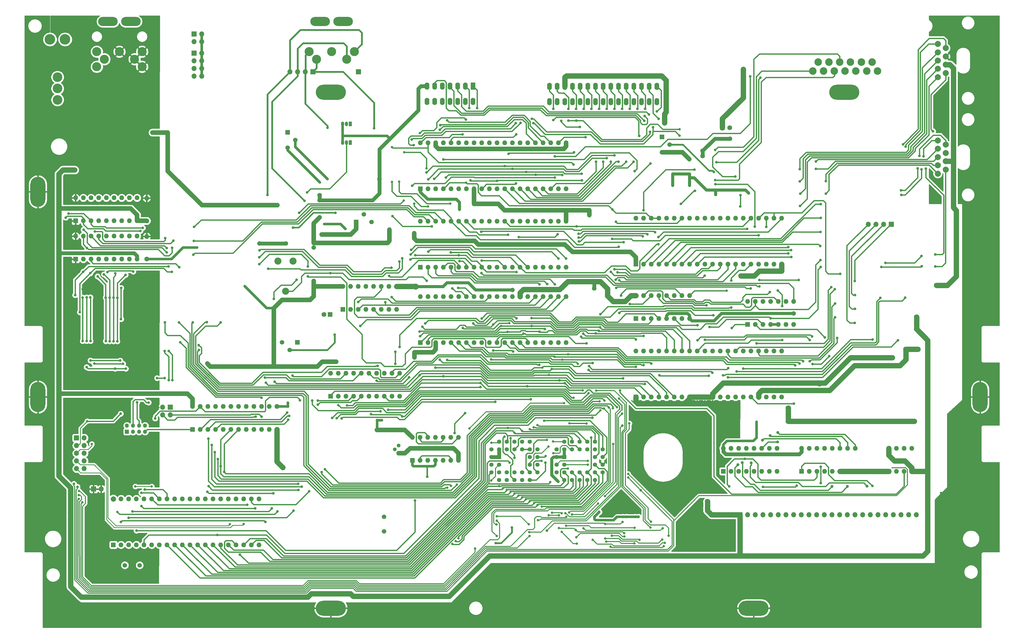
<source format=gbl>
G04 #@! TF.GenerationSoftware,KiCad,Pcbnew,(5.1.0)-1*
G04 #@! TF.CreationDate,2022-07-17T21:43:03+02:00*
G04 #@! TF.ProjectId,Atari 130XE 1MB smd,41746172-6920-4313-9330-584520314d42,rev?*
G04 #@! TF.SameCoordinates,Original*
G04 #@! TF.FileFunction,Copper,L2,Bot*
G04 #@! TF.FilePolarity,Positive*
%FSLAX46Y46*%
G04 Gerber Fmt 4.6, Leading zero omitted, Abs format (unit mm)*
G04 Created by KiCad (PCBNEW (5.1.0)-1) date 2022-07-17 21:43:03*
%MOMM*%
%LPD*%
G04 APERTURE LIST*
%ADD10O,1.350000X1.350000*%
%ADD11R,1.350000X1.350000*%
%ADD12O,1.600000X1.600000*%
%ADD13R,1.600000X1.600000*%
%ADD14R,1.500000X1.500000*%
%ADD15C,1.500000*%
%ADD16C,1.600000*%
%ADD17O,1.700000X1.700000*%
%ADD18R,1.700000X1.700000*%
%ADD19R,1.050000X1.500000*%
%ADD20O,1.050000X1.500000*%
%ADD21C,1.422400*%
%ADD22R,1.422400X1.422400*%
%ADD23C,2.500000*%
%ADD24O,1.600000X2.400000*%
%ADD25C,2.000000*%
%ADD26O,6.500000X3.000000*%
%ADD27C,3.000000*%
%ADD28C,2.340000*%
%ADD29R,1.300000X1.300000*%
%ADD30C,1.300000*%
%ADD31R,1.600000X2.400000*%
%ADD32C,3.500000*%
%ADD33C,3.200000*%
%ADD34O,10.000000X5.000000*%
%ADD35O,5.000000X10.000000*%
%ADD36C,1.000000*%
%ADD37C,1.800000*%
%ADD38C,0.900000*%
%ADD39C,0.800000*%
%ADD40C,1.778000*%
%ADD41C,1.016000*%
%ADD42C,1.524000*%
%ADD43C,0.406400*%
%ADD44C,1.270000*%
%ADD45C,0.812800*%
%ADD46C,0.609600*%
%ADD47C,0.508000*%
%ADD48C,0.254000*%
%ADD49C,0.304800*%
G04 APERTURE END LIST*
D10*
X87381600Y-179381400D03*
X87381600Y-181381400D03*
X85381600Y-179381400D03*
X85381600Y-181381400D03*
X83381600Y-179381400D03*
X83381600Y-181381400D03*
X81381600Y-179381400D03*
D11*
X81381600Y-181381400D03*
D12*
X178568400Y-111635200D03*
X226828400Y-126875200D03*
X181108400Y-111635200D03*
X224288400Y-126875200D03*
X183648400Y-111635200D03*
X221748400Y-126875200D03*
X186188400Y-111635200D03*
X219208400Y-126875200D03*
X188728400Y-111635200D03*
X216668400Y-126875200D03*
X191268400Y-111635200D03*
X214128400Y-126875200D03*
X193808400Y-111635200D03*
X211588400Y-126875200D03*
X196348400Y-111635200D03*
X209048400Y-126875200D03*
X198888400Y-111635200D03*
X206508400Y-126875200D03*
X201428400Y-111635200D03*
X203968400Y-126875200D03*
X203968400Y-111635200D03*
X201428400Y-126875200D03*
X206508400Y-111635200D03*
X198888400Y-126875200D03*
X209048400Y-111635200D03*
X196348400Y-126875200D03*
X211588400Y-111635200D03*
X193808400Y-126875200D03*
X214128400Y-111635200D03*
X191268400Y-126875200D03*
X216668400Y-111635200D03*
X188728400Y-126875200D03*
X219208400Y-111635200D03*
X186188400Y-126875200D03*
X221748400Y-111635200D03*
X183648400Y-126875200D03*
X224288400Y-111635200D03*
X181108400Y-126875200D03*
X226828400Y-111635200D03*
D13*
X178568400Y-126875200D03*
D14*
X157302200Y-111875200D03*
D15*
X162382200Y-111875200D03*
X159842200Y-109335200D03*
D16*
X146630640Y-142544800D03*
D13*
X148630640Y-142544800D03*
D17*
X72872600Y-200380600D03*
D18*
X70332600Y-200380600D03*
D17*
X67208400Y-193624200D03*
X64668400Y-193624200D03*
X67208400Y-191084200D03*
X64668400Y-191084200D03*
X67208400Y-188544200D03*
X64668400Y-188544200D03*
X67208400Y-186004200D03*
X64668400Y-186004200D03*
X67208400Y-183464200D03*
D18*
X64668400Y-183464200D03*
D19*
X155371800Y-85547200D03*
D20*
X152831800Y-85547200D03*
X154101800Y-85547200D03*
D19*
X155346400Y-79349600D03*
D20*
X152806400Y-79349600D03*
X154076400Y-79349600D03*
D16*
X281023700Y-80657700D03*
D13*
X278523700Y-80657700D03*
D17*
X106172000Y-52146200D03*
X103632000Y-52146200D03*
X106172000Y-49606200D03*
D18*
X103632000Y-49606200D03*
D17*
X106172000Y-63550800D03*
X103632000Y-63550800D03*
X106172000Y-61010800D03*
X103632000Y-61010800D03*
X106172000Y-58470800D03*
X103632000Y-58470800D03*
X106172000Y-55930800D03*
D18*
X103632000Y-55930800D03*
D21*
X207190340Y-187215780D03*
X209730340Y-187215780D03*
X212270340Y-187215780D03*
X214810340Y-187215780D03*
X207190340Y-184675780D03*
X209730340Y-184675780D03*
X212270340Y-184675780D03*
X214810340Y-184675780D03*
X214810340Y-189755780D03*
X214810340Y-192295780D03*
X217350340Y-187215780D03*
X217350340Y-189755780D03*
X217350340Y-192295780D03*
X217350340Y-194835780D03*
X214810340Y-194835780D03*
X212270340Y-194835780D03*
X209730340Y-194835780D03*
X207190340Y-194835780D03*
X214810340Y-197375780D03*
X212270340Y-197375780D03*
X209730340Y-197375780D03*
X207190340Y-197375780D03*
X204650340Y-197375780D03*
X202110340Y-187215780D03*
X202110340Y-189755780D03*
X202110340Y-194835780D03*
X202110340Y-192295780D03*
X204650340Y-184675780D03*
X204650340Y-187215780D03*
X204650340Y-194835780D03*
X204650340Y-192295780D03*
D22*
X204650340Y-189755780D03*
D21*
X228729540Y-187241180D03*
X231269540Y-187241180D03*
X233809540Y-187241180D03*
X236349540Y-187241180D03*
X228729540Y-184701180D03*
X231269540Y-184701180D03*
X233809540Y-184701180D03*
X236349540Y-184701180D03*
X236349540Y-189781180D03*
X236349540Y-192321180D03*
X238889540Y-187241180D03*
X238889540Y-189781180D03*
X238889540Y-192321180D03*
X238889540Y-194861180D03*
X236349540Y-194861180D03*
X233809540Y-194861180D03*
X231269540Y-194861180D03*
X228729540Y-194861180D03*
X236349540Y-197401180D03*
X233809540Y-197401180D03*
X231269540Y-197401180D03*
X228729540Y-197401180D03*
X226189540Y-197401180D03*
X223649540Y-187241180D03*
X223649540Y-189781180D03*
X223649540Y-194861180D03*
X223649540Y-192321180D03*
X226189540Y-184701180D03*
X226189540Y-187241180D03*
X226189540Y-194861180D03*
X226189540Y-192321180D03*
D22*
X226189540Y-189781180D03*
D16*
X310692800Y-165640000D03*
D13*
X310692800Y-167640000D03*
D12*
X304800000Y-186864000D03*
X322580000Y-194484000D03*
X307340000Y-186864000D03*
X320040000Y-194484000D03*
X309880000Y-186864000D03*
X317500000Y-194484000D03*
X312420000Y-186864000D03*
X314960000Y-194484000D03*
X314960000Y-186864000D03*
X312420000Y-194484000D03*
X317500000Y-186864000D03*
X309880000Y-194484000D03*
X320040000Y-186864000D03*
X307340000Y-194484000D03*
X322580000Y-186864000D03*
D13*
X304800000Y-194484000D03*
D12*
X87909400Y-104006000D03*
D16*
X87909400Y-111506000D03*
D12*
X64388400Y-103875200D03*
X84708400Y-111495200D03*
X66928400Y-103875200D03*
X82168400Y-111495200D03*
X69468400Y-103875200D03*
X79628400Y-111495200D03*
X72008400Y-103875200D03*
X77088400Y-111495200D03*
X74548400Y-103875200D03*
X74548400Y-111495200D03*
X77088400Y-103875200D03*
X72008400Y-111495200D03*
X79628400Y-103875200D03*
X69468400Y-111495200D03*
X82168400Y-103875200D03*
X66928400Y-111495200D03*
X84708400Y-103875200D03*
D13*
X64388400Y-111495200D03*
D12*
X103124000Y-173037500D03*
X131064000Y-180657500D03*
X105664000Y-173037500D03*
X128524000Y-180657500D03*
X108204000Y-173037500D03*
X125984000Y-180657500D03*
X110744000Y-173037500D03*
X123444000Y-180657500D03*
X113284000Y-173037500D03*
X120904000Y-180657500D03*
X115824000Y-173037500D03*
X118364000Y-180657500D03*
X118364000Y-173037500D03*
X115824000Y-180657500D03*
X120904000Y-173037500D03*
X113284000Y-180657500D03*
X123444000Y-173037500D03*
X110744000Y-180657500D03*
X125984000Y-173037500D03*
X108204000Y-180657500D03*
X128524000Y-173037500D03*
X105664000Y-180657500D03*
X131064000Y-173037500D03*
D13*
X103124000Y-180657500D03*
D17*
X93154500Y-175831500D03*
X93154500Y-173291500D03*
X95694500Y-175831500D03*
D18*
X95694500Y-173291500D03*
D12*
X178568400Y-85635200D03*
X226828400Y-100875200D03*
X181108400Y-85635200D03*
X224288400Y-100875200D03*
X183648400Y-85635200D03*
X221748400Y-100875200D03*
X186188400Y-85635200D03*
X219208400Y-100875200D03*
X188728400Y-85635200D03*
X216668400Y-100875200D03*
X191268400Y-85635200D03*
X214128400Y-100875200D03*
X193808400Y-85635200D03*
X211588400Y-100875200D03*
X196348400Y-85635200D03*
X209048400Y-100875200D03*
X198888400Y-85635200D03*
X206508400Y-100875200D03*
X201428400Y-85635200D03*
X203968400Y-100875200D03*
X203968400Y-85635200D03*
X201428400Y-100875200D03*
X206508400Y-85635200D03*
X198888400Y-100875200D03*
X209048400Y-85635200D03*
X196348400Y-100875200D03*
X211588400Y-85635200D03*
X193808400Y-100875200D03*
X214128400Y-85635200D03*
X191268400Y-100875200D03*
X216668400Y-85635200D03*
X188728400Y-100875200D03*
X219208400Y-85635200D03*
X186188400Y-100875200D03*
X221748400Y-85635200D03*
X183648400Y-100875200D03*
X224288400Y-85635200D03*
X181108400Y-100875200D03*
X226828400Y-85635200D03*
D13*
X178568400Y-100875200D03*
D18*
X158038800Y-62077600D03*
D17*
X135356600Y-62077600D03*
X137896600Y-62077600D03*
X140436600Y-62077600D03*
D18*
X142976600Y-62077600D03*
D17*
X326847200Y-112649000D03*
X329387200Y-112649000D03*
X331927200Y-112649000D03*
D18*
X334467200Y-112649000D03*
D12*
X278841200Y-186864000D03*
X296621200Y-194484000D03*
X281381200Y-186864000D03*
X294081200Y-194484000D03*
X283921200Y-186864000D03*
X291541200Y-194484000D03*
X286461200Y-186864000D03*
X289001200Y-194484000D03*
X289001200Y-186864000D03*
X286461200Y-194484000D03*
X291541200Y-186864000D03*
X283921200Y-194484000D03*
X294081200Y-186864000D03*
X281381200Y-194484000D03*
X296621200Y-186864000D03*
D13*
X278841200Y-194484000D03*
D12*
X249888400Y-154635200D03*
X298148400Y-169875200D03*
X252428400Y-154635200D03*
X295608400Y-169875200D03*
X254968400Y-154635200D03*
X293068400Y-169875200D03*
X257508400Y-154635200D03*
X290528400Y-169875200D03*
X260048400Y-154635200D03*
X287988400Y-169875200D03*
X262588400Y-154635200D03*
X285448400Y-169875200D03*
X265128400Y-154635200D03*
X282908400Y-169875200D03*
X267668400Y-154635200D03*
X280368400Y-169875200D03*
X270208400Y-154635200D03*
X277828400Y-169875200D03*
X272748400Y-154635200D03*
X275288400Y-169875200D03*
X275288400Y-154635200D03*
X272748400Y-169875200D03*
X277828400Y-154635200D03*
X270208400Y-169875200D03*
X280368400Y-154635200D03*
X267668400Y-169875200D03*
X282908400Y-154635200D03*
X265128400Y-169875200D03*
X285448400Y-154635200D03*
X262588400Y-169875200D03*
X287988400Y-154635200D03*
X260048400Y-169875200D03*
X290528400Y-154635200D03*
X257508400Y-169875200D03*
X293068400Y-154635200D03*
X254968400Y-169875200D03*
X295608400Y-154635200D03*
X252428400Y-169875200D03*
X298148400Y-154635200D03*
D13*
X249888400Y-169875200D03*
D17*
X342808400Y-208875200D03*
X340268400Y-208875200D03*
X337728400Y-208875200D03*
X335188400Y-208875200D03*
X332648400Y-208875200D03*
X330108400Y-208875200D03*
X327568400Y-208875200D03*
X325028400Y-208875200D03*
X322488400Y-208875200D03*
X319948400Y-208875200D03*
X317408400Y-208875200D03*
X314868400Y-208875200D03*
X312328400Y-208875200D03*
X309788400Y-208875200D03*
X307248400Y-208875200D03*
X304708400Y-208875200D03*
X302168400Y-208875200D03*
X299628400Y-208875200D03*
X297088400Y-208875200D03*
X294548400Y-208875200D03*
X292008400Y-208875200D03*
X289468400Y-208875200D03*
X286928400Y-208875200D03*
D18*
X284388400Y-208875200D03*
D23*
X308528400Y-61875200D03*
X310308400Y-58875200D03*
X313868400Y-58875200D03*
X317428400Y-58875200D03*
X320988400Y-58875200D03*
X324548400Y-58875200D03*
X328108400Y-58875200D03*
X312088400Y-61875200D03*
X315648400Y-61875200D03*
X319208400Y-61875200D03*
X322768400Y-61875200D03*
X326328400Y-61875200D03*
X329888400Y-61875200D03*
D12*
X249888400Y-110635200D03*
X298148400Y-125875200D03*
X252428400Y-110635200D03*
X295608400Y-125875200D03*
X254968400Y-110635200D03*
X293068400Y-125875200D03*
X257508400Y-110635200D03*
X290528400Y-125875200D03*
X260048400Y-110635200D03*
X287988400Y-125875200D03*
X262588400Y-110635200D03*
X285448400Y-125875200D03*
X265128400Y-110635200D03*
X282908400Y-125875200D03*
X267668400Y-110635200D03*
X280368400Y-125875200D03*
X270208400Y-110635200D03*
X277828400Y-125875200D03*
X272748400Y-110635200D03*
X275288400Y-125875200D03*
X275288400Y-110635200D03*
X272748400Y-125875200D03*
X277828400Y-110635200D03*
X270208400Y-125875200D03*
X280368400Y-110635200D03*
X267668400Y-125875200D03*
X282908400Y-110635200D03*
X265128400Y-125875200D03*
X285448400Y-110635200D03*
X262588400Y-125875200D03*
X287988400Y-110635200D03*
X260048400Y-125875200D03*
X290528400Y-110635200D03*
X257508400Y-125875200D03*
X293068400Y-110635200D03*
X254968400Y-125875200D03*
X295608400Y-110635200D03*
X252428400Y-125875200D03*
X298148400Y-110635200D03*
D13*
X249888400Y-125875200D03*
D14*
X258546600Y-83693000D03*
D15*
X258546600Y-88773000D03*
X261086600Y-86233000D03*
D14*
X137797540Y-151734520D03*
D15*
X132717540Y-151734520D03*
X135257540Y-154274520D03*
D14*
X134594600Y-82194400D03*
D15*
X134594600Y-87274400D03*
X137134600Y-84734400D03*
D12*
X333629000Y-186864000D03*
X341249000Y-194484000D03*
X336169000Y-186864000D03*
X338709000Y-194484000D03*
X338709000Y-186864000D03*
X336169000Y-194484000D03*
X341249000Y-186864000D03*
D13*
X333629000Y-194484000D03*
D24*
X221320000Y-71975200D03*
X223860000Y-71975200D03*
X226400000Y-71975200D03*
X228940000Y-71975200D03*
X231480000Y-71975200D03*
X234020000Y-71975200D03*
X236560000Y-71975200D03*
X239100000Y-71975200D03*
X241640000Y-71975200D03*
X244180000Y-71975200D03*
X246720000Y-71975200D03*
X249260000Y-71975200D03*
X251800000Y-71975200D03*
X254340000Y-71975200D03*
X256880000Y-71975200D03*
X221320000Y-66895200D03*
X223860000Y-66895200D03*
X226400000Y-66895200D03*
X228940000Y-66895200D03*
X231480000Y-66895200D03*
X234020000Y-66895200D03*
X236560000Y-66895200D03*
X239100000Y-66895200D03*
X241640000Y-66895200D03*
X244180000Y-66895200D03*
X246720000Y-66895200D03*
X249260000Y-66895200D03*
X251800000Y-66895200D03*
X254340000Y-66895200D03*
X256880000Y-66895200D03*
D12*
X148808400Y-162049800D03*
X171668400Y-169669800D03*
X151348400Y-162049800D03*
X169128400Y-169669800D03*
X153888400Y-162049800D03*
X166588400Y-169669800D03*
X156428400Y-162049800D03*
X164048400Y-169669800D03*
X158968400Y-162049800D03*
X161508400Y-169669800D03*
X161508400Y-162049800D03*
X158968400Y-169669800D03*
X164048400Y-162049800D03*
X156428400Y-169669800D03*
X166588400Y-162049800D03*
X153888400Y-169669800D03*
X169128400Y-162049800D03*
X151348400Y-169669800D03*
X171668400Y-162049800D03*
D13*
X148808400Y-169669800D03*
D12*
X249888400Y-136255200D03*
X267668400Y-143875200D03*
X252428400Y-136255200D03*
X265128400Y-143875200D03*
X254968400Y-136255200D03*
X262588400Y-143875200D03*
X257508400Y-136255200D03*
X260048400Y-143875200D03*
X260048400Y-136255200D03*
X257508400Y-143875200D03*
X262588400Y-136255200D03*
X254968400Y-143875200D03*
X265128400Y-136255200D03*
X252428400Y-143875200D03*
X267668400Y-136255200D03*
D13*
X249888400Y-143875200D03*
D25*
X352488400Y-86250200D03*
X352488400Y-89000200D03*
X352488400Y-91750200D03*
X352488400Y-94500200D03*
X349888400Y-84875200D03*
X349888400Y-87625200D03*
X349888400Y-95875200D03*
X349888400Y-93125200D03*
X349888400Y-90375200D03*
X352488400Y-54250200D03*
X352488400Y-57000200D03*
X352488400Y-59750200D03*
X352488400Y-62500200D03*
X349888400Y-52875200D03*
X349888400Y-55625200D03*
X349888400Y-63875200D03*
X349888400Y-61125200D03*
X349888400Y-58375200D03*
D26*
X145388400Y-45425200D03*
X152988400Y-45425200D03*
D27*
X144188400Y-57925200D03*
X154188400Y-57925200D03*
X156688400Y-55425200D03*
X141688400Y-55425200D03*
X149188400Y-55425200D03*
D15*
X166509700Y-214457620D03*
X166509700Y-209557620D03*
D12*
X175888400Y-183255200D03*
X191128400Y-190875200D03*
X178428400Y-183255200D03*
X188588400Y-190875200D03*
X180968400Y-183255200D03*
X186048400Y-190875200D03*
X183508400Y-183255200D03*
X183508400Y-190875200D03*
X186048400Y-183255200D03*
X180968400Y-190875200D03*
X188588400Y-183255200D03*
X178428400Y-190875200D03*
X191128400Y-183255200D03*
D13*
X175888400Y-190875200D03*
D12*
X152888400Y-133255200D03*
X170668400Y-140875200D03*
X155428400Y-133255200D03*
X168128400Y-140875200D03*
X157968400Y-133255200D03*
X165588400Y-140875200D03*
X160508400Y-133255200D03*
X163048400Y-140875200D03*
X163048400Y-133255200D03*
X160508400Y-140875200D03*
X165588400Y-133255200D03*
X157968400Y-140875200D03*
X168128400Y-133255200D03*
X155428400Y-140875200D03*
X170668400Y-133255200D03*
D13*
X152888400Y-140875200D03*
D28*
X131383800Y-124846600D03*
X133883800Y-134846600D03*
X136383800Y-124846600D03*
D29*
X171323000Y-188518800D03*
D30*
X171323000Y-185978800D03*
X170053000Y-187248800D03*
D12*
X178568400Y-136635200D03*
X226828400Y-151875200D03*
X181108400Y-136635200D03*
X224288400Y-151875200D03*
X183648400Y-136635200D03*
X221748400Y-151875200D03*
X186188400Y-136635200D03*
X219208400Y-151875200D03*
X188728400Y-136635200D03*
X216668400Y-151875200D03*
X191268400Y-136635200D03*
X214128400Y-151875200D03*
X193808400Y-136635200D03*
X211588400Y-151875200D03*
X196348400Y-136635200D03*
X209048400Y-151875200D03*
X198888400Y-136635200D03*
X206508400Y-151875200D03*
X201428400Y-136635200D03*
X203968400Y-151875200D03*
X203968400Y-136635200D03*
X201428400Y-151875200D03*
X206508400Y-136635200D03*
X198888400Y-151875200D03*
X209048400Y-136635200D03*
X196348400Y-151875200D03*
X211588400Y-136635200D03*
X193808400Y-151875200D03*
X214128400Y-136635200D03*
X191268400Y-151875200D03*
X216668400Y-136635200D03*
X188728400Y-151875200D03*
X219208400Y-136635200D03*
X186188400Y-151875200D03*
X221748400Y-136635200D03*
X183648400Y-151875200D03*
X224288400Y-136635200D03*
X181108400Y-151875200D03*
X226828400Y-136635200D03*
D13*
X178568400Y-151875200D03*
D24*
X180760000Y-71955200D03*
X183300000Y-71955200D03*
X185840000Y-71955200D03*
X188380000Y-71955200D03*
X190920000Y-71955200D03*
X193460000Y-71955200D03*
X196000000Y-71955200D03*
X180760000Y-66875200D03*
X183300000Y-66875200D03*
X185840000Y-66875200D03*
X188380000Y-66875200D03*
X190920000Y-66875200D03*
X193460000Y-66875200D03*
D31*
X196000000Y-66875200D03*
D12*
X286888400Y-138255200D03*
X302128400Y-145875200D03*
X289428400Y-138255200D03*
X299588400Y-145875200D03*
X291968400Y-138255200D03*
X297048400Y-145875200D03*
X294508400Y-138255200D03*
X294508400Y-145875200D03*
X297048400Y-138255200D03*
X291968400Y-145875200D03*
X299588400Y-138255200D03*
X289428400Y-145875200D03*
X302128400Y-138255200D03*
D13*
X286888400Y-145875200D03*
D15*
X85570400Y-225656140D03*
X80670400Y-225656140D03*
D12*
X76888400Y-203635200D03*
X125148400Y-218875200D03*
X79428400Y-203635200D03*
X122608400Y-218875200D03*
X81968400Y-203635200D03*
X120068400Y-218875200D03*
X84508400Y-203635200D03*
X117528400Y-218875200D03*
X87048400Y-203635200D03*
X114988400Y-218875200D03*
X89588400Y-203635200D03*
X112448400Y-218875200D03*
X92128400Y-203635200D03*
X109908400Y-218875200D03*
X94668400Y-203635200D03*
X107368400Y-218875200D03*
X97208400Y-203635200D03*
X104828400Y-218875200D03*
X99748400Y-203635200D03*
X102288400Y-218875200D03*
X102288400Y-203635200D03*
X99748400Y-218875200D03*
X104828400Y-203635200D03*
X97208400Y-218875200D03*
X107368400Y-203635200D03*
X94668400Y-218875200D03*
X109908400Y-203635200D03*
X92128400Y-218875200D03*
X112448400Y-203635200D03*
X89588400Y-218875200D03*
X114988400Y-203635200D03*
X87048400Y-218875200D03*
X117528400Y-203635200D03*
X84508400Y-218875200D03*
X120068400Y-203635200D03*
X81968400Y-218875200D03*
X122608400Y-203635200D03*
X79428400Y-218875200D03*
X125148400Y-203635200D03*
D13*
X76888400Y-218875200D03*
D12*
X64388400Y-116555200D03*
X84708400Y-124175200D03*
X66928400Y-116555200D03*
X82168400Y-124175200D03*
X69468400Y-116555200D03*
X79628400Y-124175200D03*
X72008400Y-116555200D03*
X77088400Y-124175200D03*
X74548400Y-116555200D03*
X74548400Y-124175200D03*
X77088400Y-116555200D03*
X72008400Y-124175200D03*
X79628400Y-116555200D03*
X69468400Y-124175200D03*
X82168400Y-116555200D03*
X66928400Y-124175200D03*
X84708400Y-116555200D03*
D13*
X64388400Y-124175200D03*
D12*
X87934800Y-116680600D03*
D16*
X87934800Y-124180600D03*
D26*
X75088400Y-45425200D03*
X82688400Y-45425200D03*
D27*
X86388400Y-60425200D03*
X71388400Y-60425200D03*
X83888400Y-57925200D03*
X73888400Y-57925200D03*
X86388400Y-55425200D03*
X71388400Y-55425200D03*
X78888400Y-55425200D03*
D32*
X60888400Y-51375200D03*
X55888400Y-51375200D03*
D33*
X58388400Y-63875200D03*
X58388400Y-71375200D03*
X58388400Y-67625200D03*
D34*
X318888400Y-68875200D03*
D35*
X363888400Y-169875200D03*
D34*
X288888400Y-239875200D03*
X148888400Y-239875200D03*
D35*
X51888400Y-169875200D03*
X51888400Y-101875200D03*
D34*
X148888400Y-68875200D03*
D36*
X66040000Y-120319800D03*
D37*
X132969000Y-193268600D03*
D36*
X64414400Y-120294400D03*
D38*
X66725800Y-134112000D03*
X69011800Y-133832600D03*
X62738000Y-143687800D03*
X71247000Y-143484600D03*
X71297800Y-146151600D03*
X62377800Y-171955800D03*
X62377800Y-177955800D03*
X87985600Y-164592000D03*
X82270600Y-159105600D03*
X62433200Y-165760400D03*
X62382400Y-160274000D03*
D15*
X302154357Y-142224810D03*
D37*
X332638400Y-156875200D03*
X330500000Y-156875200D03*
X334792600Y-156875200D03*
X300367700Y-173545500D03*
X300367700Y-175653700D03*
X300367700Y-177952400D03*
X342112600Y-177927000D03*
X300367700Y-165265100D03*
D15*
X272008600Y-88277700D03*
X272046700Y-90017600D03*
X281101800Y-84251800D03*
D38*
X267665200Y-95935800D03*
X267665200Y-97205800D03*
X267665200Y-98475800D03*
X267665200Y-99745800D03*
X276301200Y-101269800D03*
X276301200Y-102793800D03*
X262077200Y-95935800D03*
X262077200Y-97205800D03*
X262077200Y-98475800D03*
X262077200Y-99745800D03*
X286207200Y-101269800D03*
X287223200Y-102285800D03*
D15*
X176479200Y-117271800D03*
X176479200Y-115570000D03*
D38*
X70104000Y-197281800D03*
X67157600Y-197256400D03*
X86563200Y-132511800D03*
X86563200Y-136067800D03*
X86563200Y-139877800D03*
X55829200Y-56819800D03*
X60909200Y-56819800D03*
D15*
X349951040Y-104401620D03*
X349882460Y-98935540D03*
X350027240Y-78519020D03*
X349890080Y-71521320D03*
X176606200Y-155039060D03*
X176606200Y-156740860D03*
D36*
X243357400Y-205079600D03*
X243357400Y-203748640D03*
X250634500Y-206916020D03*
X249387360Y-206916020D03*
X134703820Y-173045120D03*
X134703820Y-171836080D03*
D39*
X238599980Y-209435700D03*
X239016540Y-207017620D03*
X239016540Y-207017620D03*
D38*
X203520040Y-218302840D03*
X208841340Y-213149180D03*
X256235200Y-176707800D03*
X261315200Y-176707800D03*
X266395200Y-176707800D03*
X271475200Y-176707800D03*
X271475200Y-181787800D03*
X271475200Y-186867800D03*
X271475200Y-191947800D03*
X253695200Y-179247800D03*
X251155200Y-181787800D03*
X257505200Y-200837800D03*
X261315200Y-200837800D03*
X265125200Y-200837800D03*
X270205200Y-200837800D03*
X266395200Y-213537800D03*
X280365200Y-213537800D03*
X274015200Y-213537800D03*
X274015200Y-219887800D03*
X266395200Y-219887800D03*
X280365200Y-219887800D03*
X270967200Y-205155800D03*
X267919200Y-207695800D03*
X270967200Y-207695800D03*
X251155200Y-186867800D03*
X251155200Y-193471800D03*
D15*
X145872200Y-116052600D03*
D36*
X191490600Y-107696000D03*
D25*
X176988400Y-133298000D03*
D15*
X208991200Y-134391400D03*
D38*
X282869590Y-142224810D03*
X284266590Y-142224810D03*
X50995200Y-56707800D03*
X50995200Y-66707800D03*
X50995200Y-76707800D03*
X50995200Y-86707800D03*
X80995200Y-66707800D03*
X90995200Y-66707800D03*
X50995200Y-111707800D03*
X50995200Y-121707800D03*
X50995200Y-131707800D03*
X50995200Y-141707800D03*
X65995200Y-241707800D03*
X75995200Y-241707800D03*
X85995200Y-241707800D03*
X95995200Y-241707800D03*
X105995200Y-241707800D03*
X115995200Y-241707800D03*
X125995200Y-241707800D03*
X135995200Y-241707800D03*
X200995200Y-231707800D03*
X210995200Y-231707800D03*
X220995200Y-231707800D03*
X230995200Y-231707800D03*
X240995200Y-231707800D03*
X250995200Y-231707800D03*
X260995200Y-231707800D03*
X270995200Y-231707800D03*
X280995200Y-231707800D03*
X290995200Y-231707800D03*
X300995200Y-231707800D03*
X310995200Y-231707800D03*
X320995200Y-231707800D03*
X330995200Y-231707800D03*
X340995200Y-231707800D03*
X350995200Y-231707800D03*
X350995200Y-221707800D03*
X350995200Y-211707800D03*
X350995200Y-201707800D03*
X355995200Y-176707800D03*
X355995200Y-186707800D03*
X355995200Y-196707800D03*
X359843900Y-157859100D03*
X359843900Y-147859100D03*
X359843900Y-137859100D03*
X359843900Y-127859100D03*
X359843900Y-115673700D03*
X350995200Y-46707800D03*
X365995200Y-46707800D03*
X365995200Y-56707800D03*
X365995200Y-66707800D03*
X365995200Y-76707800D03*
X365995200Y-86707800D03*
X365995200Y-96707800D03*
X365995200Y-106707800D03*
D36*
X72186800Y-86182200D03*
X71704200Y-92481400D03*
X76047600Y-92430600D03*
D38*
X82778600Y-164566600D03*
X82829400Y-196316600D03*
X80594200Y-193979800D03*
X78333600Y-191693800D03*
X75920600Y-189255400D03*
X88468200Y-173355000D03*
X86512400Y-172593000D03*
X78841600Y-171475400D03*
X78867000Y-173431200D03*
X80975200Y-172516800D03*
X83515200Y-183362600D03*
X90500200Y-190525400D03*
X90754200Y-171043600D03*
X87401400Y-186867800D03*
X90373200Y-184353200D03*
X69367400Y-165658800D03*
X69265800Y-171932600D03*
D15*
X145161000Y-102997000D03*
D38*
X104658160Y-120340120D03*
D37*
X203047600Y-222580200D03*
X205079600Y-222580200D03*
D15*
X196348400Y-105886200D03*
X143230600Y-118795800D03*
X143230600Y-120319800D03*
X107975400Y-158826200D03*
X259388400Y-77393800D03*
X259388400Y-79044800D03*
X235026200Y-131622800D03*
X234492800Y-107984800D03*
X234492800Y-109585000D03*
X110042960Y-159821880D03*
X236093000Y-133858000D03*
D37*
X284683200Y-129743200D03*
X342849200Y-147396200D03*
X342849200Y-145389600D03*
X342849200Y-143408400D03*
D36*
X245668800Y-209613500D03*
X236194600Y-209613500D03*
X250774200Y-209613500D03*
X223370140Y-197096380D03*
D38*
X289839400Y-178104800D03*
D37*
X273583400Y-206730600D03*
X273583400Y-204546200D03*
X274878800Y-208864200D03*
D36*
X246811800Y-209613500D03*
X249631200Y-209613500D03*
X60012580Y-94782640D03*
X61579760Y-94653100D03*
X62824360Y-94653100D03*
X64074040Y-94653100D03*
D38*
X120395200Y-133117800D03*
X103642160Y-120340120D03*
D37*
X207162400Y-222580200D03*
D38*
X180840380Y-196301360D03*
D15*
X148793200Y-158206440D03*
X150662640Y-158206440D03*
X143230600Y-131485640D03*
X143230600Y-133029970D03*
D37*
X128658620Y-236169200D03*
X130741420Y-236169200D03*
X132758180Y-236169200D03*
X62738000Y-208394300D03*
X62738000Y-212384640D03*
X62738000Y-210413600D03*
D36*
X237731300Y-208013300D03*
D15*
X168325800Y-114401600D03*
X164973000Y-97637600D03*
X145161000Y-104648000D03*
X145161000Y-110388400D03*
X144030700Y-111518700D03*
D36*
X224172780Y-197899020D03*
D15*
X165735000Y-180771800D03*
X164185600Y-180771800D03*
D36*
X165765480Y-177591720D03*
X164216080Y-177591720D03*
D15*
X78638400Y-168783000D03*
X129568590Y-106321210D03*
X131241800Y-106324400D03*
D36*
X94891860Y-82232500D03*
X89804240Y-82232500D03*
X91389200Y-82232500D03*
X92951300Y-82232500D03*
D15*
X125255200Y-118967800D03*
X133985200Y-118973800D03*
D38*
X94561660Y-120507760D03*
X61112400Y-110413800D03*
X85801200Y-114858800D03*
X62077600Y-109067600D03*
X86608920Y-113840260D03*
X70739000Y-115036600D03*
X94046040Y-117223540D03*
X67005200Y-114452400D03*
X94579440Y-121970800D03*
X64211200Y-136093200D03*
X66903600Y-128371600D03*
X95112840Y-126583440D03*
X98706940Y-126883160D03*
X96733360Y-118089680D03*
X68173600Y-120523000D03*
X96339660Y-120411240D03*
X79425800Y-144043400D03*
X79451200Y-133731000D03*
X74371200Y-151358600D03*
X74345800Y-136906000D03*
X71653400Y-129895600D03*
X87249000Y-200558400D03*
D39*
X68237100Y-177888900D03*
D38*
X79298800Y-175412400D03*
X75641200Y-151409400D03*
X75641200Y-136956800D03*
X73761600Y-129235200D03*
X66725800Y-151307800D03*
X66725800Y-136906000D03*
X86131400Y-201650600D03*
X76911200Y-136982200D03*
X77571600Y-128930404D03*
X76911200Y-151409400D03*
X78181200Y-151434800D03*
X78181200Y-137007600D03*
X80924400Y-129387600D03*
X83439000Y-128320800D03*
X74904600Y-128473200D03*
X83210400Y-207848200D03*
X130050540Y-137396220D03*
X137566400Y-131058920D03*
D39*
X173050200Y-104775000D03*
X178333400Y-82448400D03*
D38*
X138379200Y-108864400D03*
X197358000Y-74091800D03*
X193649600Y-77927200D03*
X107975400Y-201269600D03*
X129870200Y-201828400D03*
X129336800Y-206832200D03*
X79400400Y-211302600D03*
X243306600Y-111836200D03*
X127203200Y-211302600D03*
D39*
X244703600Y-167685720D03*
X245325670Y-175417480D03*
D38*
X128158240Y-127406400D03*
D39*
X217474800Y-210713320D03*
D38*
X172516800Y-123901200D03*
D39*
X176480600Y-105792400D03*
D38*
X194716400Y-74142600D03*
X192506600Y-82880200D03*
X244246400Y-120091200D03*
X121259600Y-205638400D03*
D39*
X89585800Y-199517000D03*
X84150200Y-199517000D03*
X69723000Y-185470800D03*
D38*
X111277400Y-215620600D03*
X280492200Y-160299400D03*
X229260400Y-92862400D03*
X234383580Y-159661860D03*
X235513880Y-176753520D03*
D39*
X169113200Y-87071200D03*
D38*
X281660600Y-146989800D03*
D39*
X115493800Y-212039200D03*
X120040400Y-211988400D03*
X230657400Y-158877000D03*
D38*
X187401200Y-78206600D03*
X141681200Y-201117200D03*
X198445120Y-166578280D03*
X201985880Y-157472380D03*
D39*
X154203400Y-172664120D03*
D38*
X152427940Y-177017680D03*
X203354940Y-171488100D03*
X226828400Y-124009200D03*
X134772400Y-177444400D03*
X144546320Y-172460920D03*
X175463200Y-121107200D03*
X184988200Y-81330800D03*
X176809400Y-122910600D03*
X191211200Y-122910600D03*
X210362800Y-128460500D03*
X174818040Y-163337240D03*
X130266440Y-164805360D03*
X224288400Y-123971000D03*
X135128000Y-176174400D03*
X144559018Y-171038520D03*
X175310800Y-122656600D03*
X185115200Y-79806800D03*
X312458100Y-150114000D03*
X254990600Y-158826200D03*
X235216700Y-74371200D03*
X230936800Y-115747800D03*
X256247900Y-115277900D03*
D39*
X214810342Y-204386180D03*
X227482400Y-155727400D03*
D38*
X93954600Y-145166080D03*
X219933520Y-191612520D03*
D39*
X190607691Y-198941431D03*
X191132460Y-216702640D03*
D38*
X237756700Y-74371200D03*
X230987600Y-117068600D03*
X253695200Y-115925600D03*
X252437900Y-159308800D03*
D39*
X217350340Y-205656180D03*
X218671140Y-191025780D03*
D38*
X98590100Y-145173700D03*
D39*
X223012000Y-156592970D03*
X187436760Y-199915780D03*
X189115700Y-218594940D03*
D38*
X240296700Y-74371200D03*
X231038400Y-118287800D03*
X252171200Y-116662200D03*
X249897900Y-159893000D03*
D39*
X216258140Y-204995782D03*
X225526600Y-157505400D03*
X220449140Y-184091580D03*
D38*
X103217980Y-145145760D03*
D39*
X188666120Y-199316340D03*
X190192660Y-217619580D03*
D38*
X203936600Y-98247200D03*
X232029000Y-98094800D03*
X107853480Y-145107660D03*
X226402900Y-165290500D03*
D39*
X220957140Y-186291220D03*
X218749880Y-206227680D03*
D38*
X195097404Y-98044000D03*
X186182000Y-163017200D03*
X245376700Y-74371200D03*
X242773200Y-89789000D03*
X206502000Y-93370400D03*
D39*
X219483940Y-177792380D03*
D38*
X112445800Y-145161000D03*
X178292760Y-162689540D03*
X224619818Y-164388802D03*
D39*
X219999560Y-189425580D03*
D38*
X180568600Y-95453200D03*
X242836700Y-74371200D03*
X240258600Y-90754200D03*
X209042000Y-94310200D03*
D39*
X216080340Y-179925980D03*
X221157800Y-162585400D03*
D38*
X103385620Y-122704860D03*
X183535320Y-160180020D03*
X181152800Y-97739200D03*
X232676700Y-74371200D03*
X231965500Y-95859600D03*
X213588600Y-95313500D03*
D39*
X217350340Y-179214780D03*
X222072200Y-160553400D03*
D38*
X103560880Y-118120160D03*
X184937400Y-157502860D03*
X183134000Y-97586800D03*
X231394000Y-80378300D03*
X225183700Y-78397100D03*
X225526600Y-96329500D03*
X216687400Y-96227900D03*
D39*
X214810340Y-180535580D03*
X218935300Y-160108900D03*
D38*
X103649780Y-113484660D03*
X187426596Y-157604464D03*
X187020198Y-97129600D03*
X189153800Y-133883400D03*
D39*
X209730340Y-181754780D03*
X232343960Y-167693340D03*
D38*
X213954360Y-166329360D03*
X215392000Y-143738600D03*
X224028000Y-115925600D03*
D39*
X212270340Y-181145180D03*
D38*
X211150200Y-116839999D03*
D39*
X207467200Y-180154580D03*
D38*
X252425200Y-149682200D03*
X236702600Y-91875200D03*
X232511600Y-148844000D03*
D39*
X208109820Y-191625220D03*
D38*
X249885200Y-150850600D03*
X239090200Y-91875200D03*
X231825800Y-149885400D03*
X241579400Y-91875200D03*
D39*
X227423980Y-193619120D03*
X204650340Y-199461690D03*
D38*
X244195600Y-91875200D03*
D39*
X205920340Y-200144380D03*
D38*
X246659400Y-91875200D03*
D39*
X207190341Y-200728579D03*
X233591100Y-178645820D03*
X227897280Y-178629779D03*
D38*
X249174000Y-91875200D03*
X180187600Y-145481040D03*
X210337400Y-143794480D03*
D39*
X208460340Y-201312780D03*
D38*
X202692000Y-154457400D03*
X257467100Y-77685900D03*
X179191920Y-146603720D03*
X202692000Y-145871600D03*
D39*
X209730340Y-201922368D03*
X206402940Y-182973980D03*
D38*
X254711200Y-92456000D03*
X209235040Y-154818080D03*
X252996700Y-74371200D03*
X215379300Y-146342100D03*
X178282600Y-148183600D03*
D39*
X205308200Y-146342100D03*
D38*
X238048800Y-146786600D03*
D39*
X211025740Y-202531980D03*
X208460340Y-183532780D03*
D38*
X209730340Y-190009780D03*
X198856600Y-124637800D03*
X207441800Y-148259800D03*
X217982800Y-148175200D03*
X250444000Y-74396600D03*
X237604300Y-147993100D03*
D39*
X212270340Y-203166980D03*
D38*
X212623400Y-148869400D03*
X210235800Y-99085400D03*
X247916700Y-74371200D03*
X236613700Y-148767800D03*
D39*
X213489540Y-203776576D03*
D38*
X235084620Y-183344820D03*
X233273600Y-83794600D03*
D39*
X246049800Y-215049100D03*
X229275400Y-170113960D03*
X221574360Y-198086980D03*
X224393760Y-213347300D03*
D38*
X118767860Y-222099900D03*
D39*
X230019300Y-214000080D03*
X151348400Y-172554860D03*
X224398840Y-209079540D03*
X221068900Y-209044540D03*
D38*
X182346600Y-113360200D03*
X169316400Y-109956600D03*
X136398000Y-113741200D03*
X150444200Y-108864400D03*
X180670200Y-131394200D03*
X178485800Y-149707600D03*
X219788400Y-147375200D03*
X148767800Y-128828800D03*
X332536800Y-125412500D03*
X344500200Y-123126500D03*
X331203300Y-126771400D03*
X344563700Y-126542800D03*
X192620900Y-147002500D03*
D39*
X208038700Y-145389600D03*
D38*
X193327020Y-175221900D03*
X189854840Y-181787800D03*
X275590000Y-142773400D03*
X244424200Y-142062200D03*
X242163600Y-107746800D03*
D39*
X193675000Y-98806000D03*
X180543200Y-94081600D03*
X173177200Y-88773000D03*
D38*
X198685096Y-115119096D03*
X252831600Y-76746100D03*
X245846600Y-118592600D03*
X134442200Y-175006000D03*
X136194800Y-162788600D03*
D39*
X78180608Y-207974608D03*
D38*
X175260000Y-124358400D03*
X131241800Y-207772000D03*
X158673800Y-146326860D03*
X84531200Y-214172800D03*
X176750978Y-204193140D03*
X150164800Y-149199600D03*
X146710400Y-112547400D03*
X153720800Y-114147600D03*
X145262600Y-98755200D03*
X147828000Y-97688400D03*
X215143080Y-170619420D03*
X172534580Y-176311560D03*
X162199320Y-175521620D03*
X166905940Y-138430000D03*
X294513000Y-143764000D03*
X196062600Y-145516600D03*
X311111900Y-126784100D03*
X198871840Y-143860520D03*
X311061100Y-124460000D03*
X302691800Y-159385000D03*
X304088800Y-158800800D03*
X305282600Y-158064200D03*
X210261200Y-82804000D03*
X257403600Y-116865400D03*
X257403600Y-119214900D03*
X191071500Y-133769100D03*
X188620400Y-121932700D03*
X136525000Y-207594200D03*
X81965800Y-209931000D03*
X298323000Y-151003000D03*
X298323000Y-139776200D03*
X296900600Y-134594600D03*
D39*
X181108400Y-106686400D03*
X169113200Y-98552000D03*
D38*
X181127400Y-121742200D03*
X286740600Y-114198400D03*
X207708500Y-89268300D03*
X229450900Y-88798400D03*
X230276400Y-113360200D03*
X274269200Y-146685000D03*
D39*
X247738900Y-178607720D03*
X254942340Y-211216240D03*
D38*
X191490600Y-124853700D03*
D39*
X188442600Y-105765600D03*
X171526200Y-98501200D03*
D38*
X223113600Y-132511800D03*
X290779200Y-133223000D03*
X290766500Y-131076700D03*
X303847500Y-131064000D03*
X220548200Y-132486400D03*
X217982800Y-132511800D03*
X242023900Y-117513100D03*
X249516900Y-94996000D03*
X290550600Y-116306600D03*
X186182000Y-91109802D03*
X157962600Y-138404600D03*
X169054780Y-136776460D03*
X147828000Y-80670400D03*
X140200380Y-104884220D03*
X163220400Y-80797400D03*
X252691900Y-78333600D03*
X164048400Y-164424590D03*
X245689120Y-163680140D03*
X254228600Y-76250800D03*
X247904000Y-139090400D03*
X345948000Y-94208600D03*
X348284800Y-81800700D03*
X349084900Y-122605800D03*
X349046800Y-126606300D03*
X141020800Y-102082600D03*
X168249600Y-129768600D03*
X86182200Y-206044800D03*
X127025400Y-163474400D03*
X123875800Y-206781400D03*
X198755000Y-128803400D03*
X233578400Y-152095200D03*
X230149400Y-78257400D03*
X227584000Y-74371200D03*
X227584000Y-78232000D03*
X198440040Y-165186360D03*
D39*
X264424160Y-81122520D03*
X239699800Y-202717400D03*
D37*
X339344000Y-154025600D03*
X341299800Y-154025600D03*
X343331800Y-154025600D03*
D38*
X270311880Y-146065240D03*
X270281400Y-151079200D03*
X308229000Y-149834600D03*
X308457600Y-158953200D03*
X313893200Y-156362400D03*
X211709000Y-79044800D03*
X175691800Y-84531200D03*
X215950800Y-79121000D03*
D39*
X264411460Y-83268820D03*
D38*
X255544320Y-80441800D03*
X170228260Y-158907480D03*
X170228260Y-154904440D03*
X171719240Y-153266140D03*
X245033800Y-136271000D03*
X222542100Y-74371200D03*
X222542100Y-78130400D03*
X251053600Y-83388200D03*
D39*
X244363240Y-170393360D03*
X254756920Y-213182200D03*
D38*
X176377600Y-86410800D03*
X210159600Y-79095600D03*
X256870200Y-75234800D03*
X254558800Y-82029300D03*
X215442800Y-77698600D03*
X230136700Y-74371200D03*
X235630720Y-158625540D03*
D39*
X260771640Y-215841580D03*
X236791500Y-167736520D03*
D15*
X285435040Y-63116460D03*
X285435040Y-61224160D03*
D38*
X276199600Y-87972900D03*
X276123400Y-98018600D03*
X282854400Y-96837500D03*
X291185600Y-64033400D03*
X276542500Y-92062300D03*
D15*
X267614400Y-91046300D03*
D38*
X127905200Y-102879200D03*
X304190400Y-94386400D03*
X304266600Y-106578400D03*
X304342800Y-102489000D03*
X304215800Y-98425000D03*
X309511700Y-91859100D03*
X312826400Y-102450900D03*
X312826400Y-98374202D03*
X309537100Y-94259400D03*
X275717000Y-95313498D03*
X243205000Y-130987800D03*
D39*
X240915251Y-173315691D03*
X203794360Y-212102700D03*
D38*
X112420400Y-192811400D03*
X244449600Y-131191000D03*
X113563400Y-194716400D03*
D39*
X242288060Y-173616620D03*
D38*
X243814600Y-128600200D03*
D39*
X239328960Y-173695360D03*
X203852780Y-215948260D03*
D38*
X111455200Y-190449200D03*
X95199200Y-154660600D03*
X96443800Y-164287200D03*
X139268200Y-199618600D03*
X108356400Y-183667400D03*
D39*
X237919260Y-171323000D03*
D38*
X242773200Y-127533400D03*
X145872200Y-194767200D03*
X317563500Y-129032000D03*
X243408200Y-133731000D03*
X93903800Y-154635200D03*
X95199200Y-164261800D03*
X138099800Y-198653400D03*
X287894600Y-133869000D03*
D39*
X243619020Y-173286420D03*
D38*
X149313900Y-176855120D03*
X109474000Y-185801000D03*
X241604800Y-128422400D03*
X138150600Y-200660000D03*
X272719800Y-129641600D03*
D39*
X239472470Y-171042330D03*
D38*
X150853140Y-176946560D03*
X165354000Y-174619920D03*
X108432600Y-199440800D03*
X146964401Y-193802001D03*
X252412500Y-107952310D03*
X269341600Y-94551500D03*
X264833100Y-105854500D03*
X269430500Y-101561900D03*
X284505400Y-103009700D03*
X284492700Y-106743500D03*
X289280600Y-113411000D03*
X276212300Y-99364800D03*
X311099200Y-105943400D03*
X311099200Y-110566200D03*
X311073800Y-115189000D03*
X310934100Y-119811800D03*
X300380400Y-120167400D03*
X301345600Y-121234200D03*
X300380400Y-122301000D03*
X301396400Y-123494800D03*
X138633200Y-171018200D03*
X142722600Y-171043600D03*
X90703400Y-176961800D03*
X234215940Y-160921700D03*
X275264880Y-161808160D03*
D39*
X234215940Y-168625520D03*
D38*
X273265900Y-139496800D03*
X293065200Y-113474500D03*
X294259000Y-135051800D03*
X322478399Y-136093200D03*
X322478400Y-140690600D03*
X322402200Y-131470404D03*
X322351400Y-145338804D03*
X315823600Y-134162800D03*
X289890200Y-152095200D03*
X314629800Y-133477000D03*
X315874400Y-138912600D03*
X315849000Y-143459200D03*
X272745200Y-150876000D03*
X307517800Y-151003000D03*
X307492400Y-158064200D03*
X316509400Y-150342600D03*
X280822400Y-199517000D03*
X285953200Y-190373000D03*
X311150000Y-193014600D03*
X311150000Y-198399408D03*
X328218800Y-199364600D03*
X303174400Y-199263000D03*
X291998400Y-199669400D03*
D36*
X296811700Y-184759600D03*
X291782500Y-184226200D03*
X294347900Y-182651400D03*
X296875200Y-181610000D03*
X288137600Y-191744600D03*
X326466200Y-199390000D03*
X319951100Y-199555100D03*
X283667200Y-192316100D03*
X314833000Y-199504300D03*
X285153100Y-191604900D03*
D38*
X302209200Y-172110400D03*
X280352500Y-163360100D03*
X336677000Y-151053800D03*
X285445200Y-160477200D03*
X328345800Y-150850600D03*
X283260800Y-161404300D03*
X330860400Y-137058400D03*
X278765000Y-162687000D03*
X339090000Y-136982200D03*
X338353400Y-86106000D03*
X339267800Y-86944200D03*
X337693000Y-101396800D03*
X343255600Y-94081600D03*
X343814400Y-89941400D03*
X337769200Y-102870000D03*
X344525600Y-94437200D03*
X345186000Y-90119200D03*
D37*
X349478600Y-132892800D03*
X351383600Y-132892800D03*
D38*
X223088200Y-97180400D03*
X223088200Y-90157300D03*
X287756600Y-63601600D03*
X125235200Y-123547800D03*
X171577000Y-125018800D03*
X175793400Y-99898200D03*
X125235200Y-125877800D03*
X141300200Y-129895600D03*
X141300198Y-126644400D03*
X127406400Y-165176200D03*
X252862080Y-165605460D03*
X125305200Y-121267800D03*
X168986200Y-127025400D03*
X281513280Y-131236720D03*
X238125000Y-142417800D03*
X281508200Y-140208000D03*
D39*
X238140240Y-174277020D03*
D38*
X110490000Y-188137800D03*
X207543400Y-116103400D03*
X124053600Y-176403000D03*
X125984000Y-176428400D03*
X65760600Y-141757400D03*
X69215000Y-128854200D03*
X96253300Y-128361440D03*
X105181400Y-154330400D03*
X105156000Y-152654000D03*
X164414200Y-159524700D03*
X93853000Y-163626800D03*
X91363800Y-163626800D03*
X125984000Y-170154600D03*
X99009200Y-151765000D03*
X69291200Y-151307800D03*
X69265800Y-136829800D03*
X79146400Y-157810200D03*
X69291200Y-157784800D03*
X80086200Y-158851600D03*
X70561200Y-158826200D03*
X167894000Y-174081440D03*
D39*
X228762560Y-208788000D03*
X225320860Y-214556340D03*
X230332280Y-218440000D03*
X225341180Y-208394300D03*
X222107760Y-208277460D03*
X222572580Y-188526420D03*
X242361720Y-185491120D03*
X227794820Y-208186020D03*
X237378240Y-205204060D03*
X226519740Y-208371440D03*
X222470980Y-184642760D03*
X194797680Y-180271420D03*
X196664580Y-220091000D03*
X65532000Y-201066400D03*
X226110800Y-171932598D03*
X234017820Y-192344040D03*
X247332500Y-196588380D03*
D38*
X64968120Y-199654160D03*
X251495560Y-200751440D03*
D39*
X247347740Y-195351400D03*
X233992420Y-191066420D03*
D38*
X63830200Y-198678800D03*
D39*
X232587800Y-213372700D03*
X258775200Y-213372700D03*
X235610400Y-217182700D03*
X259511800Y-218198700D03*
X230225600Y-216395300D03*
X246100600Y-216141300D03*
X249504200Y-213220300D03*
X226829620Y-212549740D03*
X245516400Y-211264500D03*
D38*
X220456760Y-214188040D03*
D39*
X239737900Y-211968080D03*
X241935000Y-215861900D03*
X251079000Y-217233500D03*
X259105400Y-219341700D03*
X241546380Y-219496640D03*
X249402600Y-218401900D03*
X240126520Y-217825320D03*
X258597400Y-217157300D03*
X239758220Y-216811860D03*
X203857860Y-209402682D03*
X214439500Y-212074760D03*
X214655400Y-215907620D03*
X65430400Y-203682600D03*
X279984200Y-134645400D03*
D38*
X274030440Y-162857180D03*
X257723640Y-162714940D03*
D39*
X214617300Y-214645240D03*
D38*
X245450360Y-179349400D03*
D39*
X202057000Y-184998360D03*
X202029060Y-197581520D03*
D38*
X217901520Y-159255700D03*
D39*
X226867720Y-209593180D03*
X65455800Y-202361800D03*
X203850240Y-210875880D03*
X66649600Y-204749400D03*
D38*
X68021200Y-151307800D03*
X68021200Y-136880600D03*
X68008500Y-159981900D03*
X77470000Y-160477200D03*
X81000600Y-160477202D03*
X88519000Y-171704000D03*
X84709000Y-171653200D03*
D40*
X267668400Y-169875200D02*
X270208400Y-169875200D01*
X267668400Y-170380000D02*
X267668400Y-169875200D01*
X265963400Y-172085000D02*
X267668400Y-170380000D01*
X249888400Y-169875200D02*
X249888400Y-171123000D01*
X249888400Y-171123000D02*
X250850400Y-172085000D01*
D41*
X260050280Y-143873320D02*
X260048400Y-143875200D01*
X260050280Y-142925800D02*
X260050280Y-143873320D01*
X260746240Y-142229840D02*
X260050280Y-142925800D01*
X267020040Y-142229840D02*
X260746240Y-142229840D01*
X267668400Y-143875200D02*
X267668400Y-142878200D01*
X267668400Y-142878200D02*
X267020040Y-142229840D01*
D42*
X226832160Y-85638960D02*
X226828400Y-85635200D01*
X226832160Y-86822280D02*
X226832160Y-85638960D01*
X226024440Y-87630000D02*
X226832160Y-86822280D01*
X184511830Y-87630000D02*
X226024440Y-87630000D01*
X183648400Y-85635200D02*
X183648400Y-86766570D01*
X183648400Y-86766570D02*
X184511830Y-87630000D01*
D40*
X131038600Y-180682900D02*
X131064000Y-180657500D01*
X132969000Y-193268600D02*
X131038600Y-191338200D01*
X131038600Y-191338200D02*
X131038600Y-180682900D01*
D41*
X64363600Y-116580000D02*
X64388400Y-116555200D01*
D43*
X64388400Y-112701600D02*
X64388400Y-116555200D01*
X64388400Y-111495200D02*
X64388400Y-112701600D01*
X64388400Y-120268400D02*
X64414400Y-120294400D01*
X64388400Y-116555200D02*
X64388400Y-120268400D01*
X66014600Y-120294400D02*
X66040000Y-120319800D01*
X64414400Y-120294400D02*
X66014600Y-120294400D01*
X71247000Y-146100800D02*
X71297800Y-146151600D01*
X71247000Y-143484600D02*
X71247000Y-146100800D01*
X71247000Y-136067800D02*
X69011800Y-133832600D01*
X71247000Y-143484600D02*
X71247000Y-136067800D01*
X63182000Y-124175200D02*
X64388400Y-124175200D01*
X62738000Y-124619200D02*
X63182000Y-124175200D01*
X62738000Y-143687800D02*
X62738000Y-124619200D01*
D40*
X317500000Y-194484000D02*
X320040000Y-194484000D01*
X320040000Y-194484000D02*
X322580000Y-194484000D01*
X322580000Y-194484000D02*
X333629000Y-194484000D01*
X330500000Y-156875200D02*
X332638400Y-156875200D01*
X330500000Y-156875200D02*
X334792600Y-156875200D01*
X250850400Y-172085000D02*
X258699000Y-172085000D01*
X258699000Y-172085000D02*
X265963400Y-172085000D01*
X300367700Y-173545500D02*
X300367700Y-175653700D01*
X300367700Y-175653700D02*
X300367700Y-177952400D01*
X300367700Y-177952400D02*
X342087200Y-177952400D01*
X342087200Y-177952400D02*
X342112600Y-177927000D01*
D44*
X272046700Y-88315800D02*
X272008600Y-88277700D01*
X272046700Y-90017600D02*
X272046700Y-88315800D01*
X272008600Y-88277700D02*
X276034500Y-84251800D01*
X276034500Y-84251800D02*
X281101800Y-84251800D01*
D41*
X267665200Y-95935800D02*
X267665200Y-97205800D01*
X267665200Y-97205800D02*
X267665200Y-98475800D01*
X267665200Y-98475800D02*
X267665200Y-99745800D01*
X276301200Y-102793800D02*
X276301200Y-101269800D01*
X269189200Y-97205800D02*
X267665200Y-97205800D01*
X276301200Y-101269800D02*
X273253200Y-101269800D01*
X273253200Y-101269800D02*
X269189200Y-97205800D01*
X262077200Y-95935800D02*
X262077200Y-99745800D01*
X267665200Y-95935800D02*
X262077200Y-95935800D01*
X287223200Y-102285800D02*
X286207200Y-101269800D01*
X286207200Y-101269800D02*
X276301200Y-101269800D01*
D42*
X176479200Y-115570000D02*
X176479200Y-117271800D01*
X176606200Y-156740860D02*
X176606200Y-155039060D01*
X176606200Y-155039060D02*
X182763160Y-155039060D01*
X183648400Y-154153820D02*
X183648400Y-151875200D01*
X182763160Y-155039060D02*
X183648400Y-154153820D01*
D40*
X270208400Y-169875200D02*
X272748400Y-169875200D01*
X272748400Y-169875200D02*
X275288400Y-169875200D01*
D44*
X248424700Y-206916020D02*
X249387360Y-206916020D01*
X243357400Y-205079600D02*
X246588280Y-205079600D01*
X246588280Y-205079600D02*
X248424700Y-206916020D01*
X249387360Y-206916020D02*
X250634500Y-206916020D01*
X243357400Y-203748640D02*
X243357400Y-205079600D01*
D42*
X173497000Y-188518800D02*
X171323000Y-188518800D01*
X175132760Y-186883040D02*
X173497000Y-188518800D01*
X189537340Y-186883040D02*
X175132760Y-186883040D01*
X191128400Y-190875200D02*
X191128400Y-188474100D01*
X191128400Y-188474100D02*
X189537340Y-186883040D01*
D45*
X131064000Y-173037500D02*
X134696200Y-173037500D01*
X134696200Y-173037500D02*
X134703820Y-173045120D01*
X134703820Y-173045120D02*
X134703820Y-171836080D01*
D46*
X242956080Y-205079600D02*
X243357400Y-205079600D01*
X238599980Y-209435700D02*
X242956080Y-205079600D01*
X208841340Y-214718900D02*
X208841340Y-213149180D01*
X203520040Y-218302840D02*
X205257400Y-218302840D01*
X205257400Y-218302840D02*
X208841340Y-214718900D01*
D42*
X157302200Y-114223800D02*
X157302200Y-111875200D01*
X145872200Y-116052600D02*
X155473400Y-116052600D01*
X155473400Y-116052600D02*
X157302200Y-114223800D01*
D41*
X191490600Y-105384600D02*
X191490600Y-107696000D01*
X190474600Y-104368600D02*
X191490600Y-105384600D01*
X180975000Y-104368600D02*
X190474600Y-104368600D01*
X178568400Y-100875200D02*
X178568400Y-101962000D01*
X178568400Y-101962000D02*
X180975000Y-104368600D01*
D45*
X106172000Y-49606200D02*
X106172000Y-52146200D01*
X106172000Y-52146200D02*
X106172000Y-55930800D01*
X106172000Y-55930800D02*
X106172000Y-58470800D01*
X106172000Y-58470800D02*
X106172000Y-61010800D01*
X106172000Y-61010800D02*
X106172000Y-63550800D01*
D40*
X176945600Y-133255200D02*
X176988400Y-133298000D01*
X170668400Y-133255200D02*
X176945600Y-133255200D01*
D41*
X176988400Y-133298000D02*
X186107000Y-133298000D01*
X186107000Y-133298000D02*
X187375800Y-132029200D01*
X187375800Y-132029200D02*
X194437000Y-132029200D01*
X194437000Y-132029200D02*
X196799200Y-134391400D01*
X196799200Y-134391400D02*
X208991200Y-134391400D01*
X301093697Y-142224810D02*
X302154357Y-142224810D01*
X278272190Y-142224810D02*
X301093697Y-142224810D01*
X275821801Y-144675199D02*
X278272190Y-142224810D01*
X267668400Y-143875200D02*
X268468399Y-144675199D01*
X268468399Y-144675199D02*
X275821801Y-144675199D01*
D40*
X320949600Y-156875200D02*
X330500000Y-156875200D01*
X312597800Y-165227000D02*
X320949600Y-156875200D01*
X278805230Y-165227000D02*
X312597800Y-165227000D01*
X275288400Y-169875200D02*
X275288400Y-168743830D01*
X275288400Y-168743830D02*
X278805230Y-165227000D01*
D42*
X177393600Y-118186200D02*
X176479200Y-117271800D01*
X249888400Y-123551200D02*
X248130200Y-121793000D01*
X249888400Y-125875200D02*
X249888400Y-123551200D01*
X248130200Y-121793000D02*
X228879400Y-121793000D01*
X228879400Y-121793000D02*
X226415600Y-119329200D01*
X196545200Y-118186200D02*
X177393600Y-118186200D01*
X226415600Y-119329200D02*
X197688200Y-119329200D01*
X197688200Y-119329200D02*
X196545200Y-118186200D01*
D40*
X58826400Y-136626600D02*
X58826400Y-147013200D01*
X58826400Y-123952000D02*
X58826400Y-136626600D01*
X58826400Y-147013200D02*
X58826400Y-149301200D01*
X62738000Y-199948800D02*
X62738000Y-204622400D01*
X58826400Y-196037200D02*
X62738000Y-199948800D01*
X62738000Y-232740200D02*
X66167000Y-236169200D01*
X66167000Y-236169200D02*
X128658620Y-236169200D01*
X203047600Y-222580200D02*
X205079600Y-222580200D01*
X205079600Y-222580200D02*
X207162400Y-222580200D01*
X298148400Y-125875200D02*
X298201500Y-125875200D01*
D42*
X196348400Y-105886200D02*
X204336600Y-105886200D01*
X204336600Y-105886200D02*
X206435200Y-107984800D01*
X234492800Y-107984800D02*
X234492800Y-109585000D01*
D43*
X186055000Y-183261800D02*
X186048400Y-183255200D01*
X186055000Y-184099200D02*
X186055000Y-183261800D01*
X185407300Y-184746900D02*
X186055000Y-184099200D01*
X179082700Y-184746900D02*
X185407300Y-184746900D01*
X178428400Y-183255200D02*
X178428400Y-184092600D01*
X178428400Y-184092600D02*
X179082700Y-184746900D01*
D40*
X248275400Y-136255200D02*
X249888400Y-136255200D01*
X238136000Y-131622800D02*
X240538000Y-134024800D01*
X240538000Y-134024800D02*
X240538000Y-136347200D01*
X240538000Y-136347200D02*
X242392200Y-138201400D01*
X242392200Y-138201400D02*
X246329200Y-138201400D01*
X246329200Y-138201400D02*
X248275400Y-136255200D01*
X227355400Y-131622800D02*
X235026200Y-131622800D01*
X224703000Y-134275200D02*
X227355400Y-131622800D01*
D42*
X224692200Y-134264400D02*
X224703000Y-134275200D01*
D44*
X236093000Y-131699000D02*
X236016800Y-131622800D01*
X236093000Y-133858000D02*
X236093000Y-131699000D01*
D40*
X235026200Y-131622800D02*
X236016800Y-131622800D01*
X236016800Y-131622800D02*
X238136000Y-131622800D01*
X226400000Y-63917200D02*
X226400000Y-66895200D01*
X259388400Y-79044800D02*
X259388400Y-76069400D01*
X259388400Y-76069400D02*
X259943600Y-75514200D01*
X259943600Y-75514200D02*
X259943600Y-64897000D01*
X259943600Y-64897000D02*
X258470400Y-63423800D01*
X258470400Y-63423800D02*
X226893400Y-63423800D01*
X226893400Y-63423800D02*
X226400000Y-63917200D01*
X58826400Y-111379000D02*
X58826400Y-121716800D01*
X58826400Y-121716800D02*
X58826400Y-123952000D01*
D44*
X59334400Y-122224800D02*
X58826400Y-121716800D01*
X83820000Y-122224800D02*
X59334400Y-122224800D01*
X84708400Y-124175200D02*
X84708400Y-123113200D01*
X84708400Y-123113200D02*
X83820000Y-122224800D01*
X87929400Y-124175200D02*
X87934800Y-124180600D01*
D40*
X58826400Y-102489000D02*
X58826400Y-106781600D01*
X58826400Y-106781600D02*
X58826400Y-111379000D01*
D42*
X59461400Y-107416600D02*
X58826400Y-106781600D01*
X82626200Y-107416600D02*
X59461400Y-107416600D01*
X84708400Y-111495200D02*
X84708400Y-109498800D01*
X84708400Y-109498800D02*
X82626200Y-107416600D01*
X84708400Y-111495200D02*
X87898600Y-111495200D01*
D40*
X58826400Y-147013200D02*
X58826400Y-168783000D01*
X58826400Y-168783000D02*
X58826400Y-196037200D01*
D42*
X101396800Y-168783000D02*
X78638400Y-168783000D01*
X103124000Y-173037500D02*
X103124000Y-170510200D01*
X103124000Y-170510200D02*
X101396800Y-168783000D01*
D40*
X62738000Y-211531200D02*
X62738000Y-212384640D01*
D44*
X278841200Y-187995370D02*
X279694830Y-188849000D01*
X278841200Y-186864000D02*
X278841200Y-187995370D01*
X279694830Y-188849000D02*
X304038000Y-188849000D01*
X304800000Y-188087000D02*
X304800000Y-186864000D01*
X304038000Y-188849000D02*
X304800000Y-188087000D01*
D40*
X333629000Y-189204600D02*
X333629000Y-186864000D01*
X335483200Y-191058800D02*
X333629000Y-189204600D01*
X338955170Y-191058800D02*
X335483200Y-191058800D01*
X341249000Y-194484000D02*
X341249000Y-193352630D01*
X341249000Y-193352630D02*
X338955170Y-191058800D01*
X298148400Y-125875200D02*
X298148400Y-128135200D01*
X290761600Y-128135200D02*
X298148400Y-128135200D01*
X284683200Y-129743200D02*
X289153600Y-129743200D01*
X289153600Y-129743200D02*
X290761600Y-128135200D01*
X346532200Y-194484000D02*
X341249000Y-194484000D01*
X346532200Y-221005400D02*
X346532200Y-194484000D01*
X344957400Y-222580200D02*
X346532200Y-221005400D01*
X346532200Y-194484000D02*
X346532200Y-156692600D01*
X346532200Y-156692600D02*
X346532200Y-151079200D01*
X346532200Y-151079200D02*
X342849200Y-147396200D01*
X342849200Y-143408400D02*
X342849200Y-147396200D01*
X284378400Y-222580200D02*
X344957400Y-222580200D01*
D44*
X202110340Y-189755780D02*
X204650340Y-189755780D01*
X204650340Y-187215780D02*
X204650340Y-189755780D01*
D41*
X223649540Y-189781180D02*
X226189540Y-189781180D01*
X226189540Y-187241180D02*
X226189540Y-189781180D01*
X222074740Y-195800980D02*
X223370140Y-197096380D01*
X222074740Y-190350192D02*
X222074740Y-195800980D01*
X223649540Y-189781180D02*
X222643752Y-189781180D01*
X222643752Y-189781180D02*
X222074740Y-190350192D01*
D40*
X284378400Y-208885200D02*
X284378400Y-222580200D01*
X284388400Y-208875200D02*
X284378400Y-208885200D01*
D45*
X278841200Y-185732630D02*
X280093630Y-184480200D01*
X278841200Y-186864000D02*
X278841200Y-185732630D01*
X280093630Y-184480200D02*
X288747200Y-184480200D01*
X288747200Y-184480200D02*
X289839400Y-183388000D01*
X289839400Y-183388000D02*
X289839400Y-178104800D01*
D40*
X284388400Y-208875200D02*
X274889800Y-208875200D01*
X274889800Y-208875200D02*
X274878800Y-208864200D01*
X273583400Y-207568800D02*
X274878800Y-208864200D01*
X273583400Y-204546200D02*
X273583400Y-207568800D01*
X201501218Y-222580200D02*
X203047600Y-222580200D01*
X141325600Y-236169200D02*
X142392400Y-235102400D01*
X131267200Y-236169200D02*
X132758180Y-236169200D01*
X142392400Y-235102400D02*
X155422600Y-235102400D01*
X155422600Y-235102400D02*
X156260800Y-235940600D01*
X156260800Y-235940600D02*
X188140818Y-235940600D01*
X188140818Y-235940600D02*
X201501218Y-222580200D01*
D45*
X152806400Y-85521800D02*
X152831800Y-85547200D01*
X152831800Y-85547200D02*
X152831800Y-85772200D01*
X152831800Y-85775800D02*
X152831800Y-85547200D01*
D40*
X62738000Y-210461860D02*
X62738000Y-211531200D01*
X62738000Y-204622400D02*
X62738000Y-208394300D01*
X58826400Y-102489000D02*
X58826400Y-95968820D01*
X58826400Y-95968820D02*
X60012580Y-94782640D01*
X60142120Y-94653100D02*
X60012580Y-94782640D01*
X64074040Y-94653100D02*
X60142120Y-94653100D01*
D42*
X107975400Y-158826200D02*
X108960920Y-159811720D01*
X108960920Y-159811720D02*
X126691280Y-159811720D01*
D45*
X130045200Y-140388600D02*
X127666000Y-140388600D01*
X127666000Y-140388600D02*
X120395200Y-133117800D01*
X100002340Y-120340120D02*
X103642160Y-120340120D01*
X87934800Y-124180600D02*
X96161860Y-124180600D01*
X96161860Y-124180600D02*
X100002340Y-120340120D01*
X100002340Y-120340120D02*
X104658160Y-120340120D01*
X245668800Y-209613500D02*
X250774200Y-209613500D01*
X175888400Y-192488000D02*
X176229580Y-192829180D01*
X175888400Y-190875200D02*
X175888400Y-192488000D01*
X183508400Y-192350640D02*
X183508400Y-190875200D01*
X183029860Y-192829180D02*
X183508400Y-192350640D01*
D47*
X180840380Y-195664964D02*
X180840380Y-192829180D01*
X180840380Y-196301360D02*
X180840380Y-195664964D01*
D45*
X176229580Y-192829180D02*
X180840380Y-192829180D01*
X180840380Y-192829180D02*
X183029860Y-192829180D01*
D40*
X276910800Y-222580200D02*
X284378400Y-222580200D01*
X207162400Y-222580200D02*
X276910800Y-222580200D01*
D42*
X150662640Y-158206440D02*
X150662640Y-158206440D01*
X148793200Y-158206440D02*
X150662640Y-158206440D01*
X148793200Y-158206440D02*
X146065240Y-158206440D01*
X144459960Y-159811720D02*
X126691280Y-159811720D01*
X146065240Y-158206440D02*
X144459960Y-159811720D01*
X143230600Y-136481820D02*
X143230600Y-131485640D01*
X142044420Y-137668000D02*
X143230600Y-136481820D01*
X130045200Y-140388600D02*
X132765800Y-137668000D01*
X132765800Y-137668000D02*
X142044420Y-137668000D01*
X130045200Y-159811720D02*
X130045200Y-140388600D01*
X126691280Y-159811720D02*
X130045200Y-159811720D01*
X143436330Y-133235700D02*
X143230600Y-133029970D01*
X152888400Y-133255200D02*
X152868900Y-133235700D01*
X152868900Y-133235700D02*
X143436330Y-133235700D01*
D40*
X128658620Y-236169200D02*
X130741420Y-236169200D01*
X130741420Y-236169200D02*
X131267200Y-236169200D01*
X132758180Y-236169200D02*
X141325600Y-236169200D01*
X62738000Y-208394300D02*
X62738000Y-210461860D01*
X62738000Y-212384640D02*
X62738000Y-232740200D01*
D45*
X237731300Y-208076800D02*
X236194600Y-209613500D01*
X237731300Y-208013300D02*
X237731300Y-208076800D01*
X244961694Y-209613500D02*
X245668800Y-209613500D01*
X243651100Y-209613500D02*
X244961694Y-209613500D01*
X242569060Y-210695540D02*
X243651100Y-209613500D01*
X236569534Y-210695540D02*
X242569060Y-210695540D01*
X236194600Y-209613500D02*
X236194600Y-210320606D01*
X236194600Y-210320606D02*
X236569534Y-210695540D01*
D42*
X168325800Y-114401600D02*
X168325800Y-114401600D01*
X143230600Y-118795800D02*
X167690800Y-118795800D01*
X168325800Y-118160800D02*
X168325800Y-114401600D01*
X167690800Y-118795800D02*
X168325800Y-118160800D01*
D44*
X168452800Y-84251800D02*
X164973000Y-87731600D01*
D42*
X143230600Y-112318800D02*
X145161000Y-110388400D01*
X143230600Y-118795800D02*
X143230600Y-112318800D01*
D44*
X164973000Y-102412800D02*
X164973000Y-97637600D01*
X145161000Y-104648000D02*
X162737800Y-104648000D01*
X162737800Y-104648000D02*
X164973000Y-102412800D01*
X145161000Y-102997000D02*
X145161000Y-104648000D01*
X164973000Y-87731600D02*
X164973000Y-97637600D01*
D45*
X167513000Y-83312000D02*
X168452800Y-84251800D01*
X152806400Y-83312000D02*
X167513000Y-83312000D01*
X152806400Y-83312000D02*
X152806400Y-85521800D01*
X152806400Y-79349600D02*
X152806400Y-83312000D01*
D44*
X168478200Y-84251800D02*
X168452800Y-84251800D01*
X177876200Y-74853800D02*
X168478200Y-84251800D01*
X177876200Y-67689000D02*
X177876200Y-74853800D01*
X180760000Y-66875200D02*
X178690000Y-66875200D01*
X178690000Y-66875200D02*
X177876200Y-67689000D01*
D40*
X211588400Y-135350200D02*
X211588400Y-136635200D01*
X224692200Y-134264400D02*
X212674200Y-134264400D01*
X212674200Y-134264400D02*
X211588400Y-135350200D01*
D41*
X223370140Y-197096380D02*
X224172780Y-197899020D01*
D42*
X226828400Y-110503830D02*
X226831400Y-110500830D01*
X226828400Y-111635200D02*
X226828400Y-110503830D01*
X196348400Y-105886200D02*
X196348400Y-100875200D01*
X226831400Y-110500830D02*
X226831400Y-107984800D01*
X226831400Y-107984800D02*
X234492800Y-107984800D01*
X206435200Y-107984800D02*
X226831400Y-107984800D01*
X173405000Y-180771800D02*
X175888400Y-183255200D01*
X164185600Y-180771800D02*
X173405000Y-180771800D01*
D45*
X164216080Y-177591720D02*
X165765480Y-177591720D01*
X164216080Y-180741320D02*
X164185600Y-180771800D01*
X164216080Y-177591720D02*
X164216080Y-180741320D01*
D42*
X78638400Y-168783000D02*
X58826400Y-168783000D01*
X131238610Y-106321210D02*
X131241800Y-106324400D01*
X89804240Y-82232500D02*
X94891860Y-82232500D01*
D44*
X133979200Y-118967800D02*
X133985200Y-118973800D01*
X125255200Y-118967800D02*
X133979200Y-118967800D01*
D42*
X106197400Y-106324400D02*
X131241800Y-106324400D01*
X94888400Y-82235960D02*
X94888400Y-95015400D01*
X94888400Y-95015400D02*
X106197400Y-106324400D01*
D43*
X72657718Y-119744518D02*
X92388718Y-119744518D01*
X69468400Y-116555200D02*
X72657718Y-119744518D01*
X92388718Y-119744518D02*
X93798418Y-119744518D01*
X93798418Y-119744518D02*
X94561660Y-120507760D01*
X66928400Y-110616400D02*
X66928400Y-111495200D01*
X66275801Y-109963801D02*
X66928400Y-110616400D01*
X61112400Y-110413800D02*
X61562399Y-109963801D01*
X61562399Y-109963801D02*
X66275801Y-109963801D01*
X66928400Y-112626570D02*
X66928400Y-111495200D01*
X68424030Y-114122200D02*
X66928400Y-112626570D01*
X68424030Y-114122200D02*
X73604120Y-114122200D01*
X73604120Y-114122200D02*
X74340720Y-114858800D01*
X74340720Y-114858800D02*
X85801200Y-114858800D01*
X67040800Y-109067600D02*
X69468400Y-111495200D01*
X62077600Y-109067600D02*
X67040800Y-109067600D01*
X69468400Y-112626570D02*
X69468400Y-111495200D01*
X70260450Y-113418620D02*
X69468400Y-112626570D01*
X74155300Y-113418620D02*
X70260450Y-113418620D01*
X86608920Y-113840260D02*
X74576940Y-113840260D01*
X74576940Y-113840260D02*
X74155300Y-113418620D01*
X73025000Y-115036600D02*
X70739000Y-115036600D01*
X88590120Y-118292880D02*
X74071480Y-118292880D01*
X74071480Y-118292880D02*
X73279000Y-117500400D01*
X73279000Y-117500400D02*
X73279000Y-115290600D01*
X73279000Y-115290600D02*
X73025000Y-115036600D01*
X88602820Y-118280180D02*
X88590120Y-118292880D01*
X93625796Y-118280180D02*
X93223080Y-118280180D01*
X94046040Y-117859936D02*
X93625796Y-118280180D01*
X94046040Y-117223540D02*
X94046040Y-117859936D01*
X93223080Y-118280180D02*
X88602820Y-118280180D01*
X68199000Y-115646200D02*
X67005200Y-114452400D01*
X68199000Y-118745000D02*
X68199000Y-115646200D01*
X69804929Y-120350929D02*
X68199000Y-118745000D01*
X94579440Y-121970800D02*
X92959569Y-120350929D01*
X92959569Y-120350929D02*
X69804929Y-120350929D01*
X66903600Y-128397000D02*
X66903600Y-128371600D01*
X64211200Y-136093200D02*
X64211200Y-131089400D01*
X64211200Y-131089400D02*
X66903600Y-128397000D01*
X66903600Y-128371600D02*
X68691760Y-126583440D01*
X68691760Y-126583440D02*
X94476444Y-126583440D01*
X94476444Y-126583440D02*
X95112840Y-126583440D01*
X70205600Y-125653800D02*
X94541340Y-125653800D01*
X69468400Y-124175200D02*
X69468400Y-124916600D01*
X69468400Y-124916600D02*
X70205600Y-125653800D01*
X94541340Y-125653800D02*
X97477580Y-125653800D01*
X97477580Y-125653800D02*
X98706940Y-126883160D01*
X73342500Y-119011700D02*
X95448120Y-119011700D01*
X72008400Y-116555200D02*
X72008400Y-117677600D01*
X72008400Y-117677600D02*
X73342500Y-119011700D01*
X95448120Y-119011700D02*
X95811340Y-119011700D01*
X95811340Y-119011700D02*
X96733360Y-118089680D01*
X66928400Y-119277800D02*
X67723601Y-120073001D01*
X66928400Y-116555200D02*
X66928400Y-119277800D01*
X67723601Y-120073001D02*
X68173600Y-120523000D01*
X68607940Y-120957340D02*
X68173600Y-120523000D01*
X91760040Y-120957340D02*
X68607940Y-120957340D01*
X93883480Y-123080780D02*
X91760040Y-120957340D01*
X95275400Y-123080780D02*
X93883480Y-123080780D01*
X96339660Y-120411240D02*
X96339660Y-122016520D01*
X96339660Y-122016520D02*
X95275400Y-123080780D01*
X79425800Y-144043400D02*
X79425800Y-133756400D01*
X79425800Y-133756400D02*
X79451200Y-133731000D01*
X74371200Y-151358600D02*
X74371200Y-136931400D01*
X74371200Y-136931400D02*
X74345800Y-136906000D01*
X74345800Y-132588000D02*
X72103399Y-130345599D01*
X74345800Y-136906000D02*
X74345800Y-132588000D01*
X72103399Y-130345599D02*
X71653400Y-129895600D01*
D48*
X65938400Y-180187600D02*
X68237100Y-177888900D01*
X65938400Y-185216800D02*
X65938400Y-180187600D01*
X64668400Y-186004200D02*
X65151000Y-186004200D01*
X65151000Y-186004200D02*
X65938400Y-185216800D01*
D43*
X93319600Y-200558400D02*
X87249000Y-200558400D01*
X94668400Y-203635200D02*
X94668400Y-201907200D01*
X94668400Y-201907200D02*
X93319600Y-200558400D01*
X68237100Y-177888900D02*
X76822300Y-177888900D01*
X76822300Y-177888900D02*
X79298800Y-175412400D01*
X75641200Y-151409400D02*
X75641200Y-136956800D01*
X75641200Y-136956800D02*
X75641200Y-131114800D01*
X74211599Y-129685199D02*
X73761600Y-129235200D01*
X75641200Y-131114800D02*
X74211599Y-129685199D01*
X66725800Y-151307800D02*
X66725800Y-136906000D01*
X92128400Y-203635200D02*
X90143800Y-201650600D01*
X90143800Y-201650600D02*
X86131400Y-201650600D01*
X77571600Y-129566800D02*
X77571600Y-128930404D01*
X76911200Y-136982200D02*
X76911200Y-130227200D01*
X76911200Y-130227200D02*
X77571600Y-129566800D01*
X76911200Y-151409400D02*
X76911200Y-136982200D01*
X78181200Y-151434800D02*
X78181200Y-137007600D01*
X78181200Y-132130800D02*
X80474401Y-129837599D01*
X78181200Y-137007600D02*
X78181200Y-132130800D01*
X80474401Y-129837599D02*
X80924400Y-129387600D01*
X75336400Y-128041400D02*
X74904600Y-128473200D01*
X83439000Y-128320800D02*
X83159600Y-128041400D01*
X83159600Y-128041400D02*
X75336400Y-128041400D01*
X83210400Y-207848200D02*
X128041400Y-207848200D01*
X135856980Y-132768340D02*
X137566400Y-131058920D01*
X132361940Y-132768340D02*
X135856980Y-132768340D01*
X130050540Y-137396220D02*
X130050540Y-135079740D01*
X130050540Y-135079740D02*
X132361940Y-132768340D01*
X196008400Y-66875200D02*
X197358000Y-68224800D01*
X197358000Y-68224800D02*
X197358000Y-73455404D01*
X197358000Y-73455404D02*
X197358000Y-74091800D01*
X193072601Y-77350201D02*
X193199601Y-77477201D01*
X193199601Y-77477201D02*
X193649600Y-77927200D01*
X178333400Y-82448400D02*
X179247800Y-81534000D01*
X179247800Y-81534000D02*
X182981600Y-81534000D01*
X182981600Y-81534000D02*
X183972200Y-80543400D01*
X183972200Y-78841600D02*
X185463599Y-77350201D01*
X183972200Y-80543400D02*
X183972200Y-78841600D01*
X185463599Y-77350201D02*
X193072601Y-77350201D01*
X141351000Y-105892600D02*
X138829199Y-108414401D01*
X171932600Y-105892600D02*
X141351000Y-105892600D01*
X173050200Y-104775000D02*
X171932600Y-105892600D01*
X138829199Y-108414401D02*
X138379200Y-108864400D01*
X108534200Y-201828400D02*
X129870200Y-201828400D01*
X107975400Y-201269600D02*
X108534200Y-201828400D01*
X128041400Y-207848200D02*
X128320800Y-207848200D01*
X128320800Y-207848200D02*
X129336800Y-206832200D01*
X264328401Y-111435199D02*
X265128400Y-110635200D01*
X263477401Y-112286199D02*
X264328401Y-111435199D01*
X243756599Y-112286199D02*
X263477401Y-112286199D01*
X243306600Y-111836200D02*
X243756599Y-112286199D01*
X126771400Y-210870800D02*
X127203200Y-211302600D01*
X79400400Y-211302600D02*
X79832200Y-210870800D01*
X79832200Y-210870800D02*
X126771400Y-210870800D01*
X249882660Y-173659800D02*
X244703600Y-168480740D01*
X273372580Y-173659800D02*
X249882660Y-173659800D01*
X338709000Y-199415400D02*
X336083290Y-202041110D01*
X244703600Y-168480740D02*
X244703600Y-167685720D01*
X338709000Y-194484000D02*
X338709000Y-199415400D01*
X336083290Y-202041110D02*
X281543110Y-202041110D01*
X281543110Y-202041110D02*
X275757640Y-196255640D01*
X275757640Y-196255640D02*
X275757640Y-176044860D01*
X275757640Y-176044860D02*
X273372580Y-173659800D01*
D49*
X218401165Y-210352640D02*
X218040485Y-210713320D01*
X244124480Y-199581156D02*
X233352996Y-210352640D01*
X245325670Y-175417480D02*
X244124480Y-176618670D01*
X233352996Y-210352640D02*
X218401165Y-210352640D01*
X244124480Y-176618670D02*
X244124480Y-199581156D01*
X218040485Y-210713320D02*
X217474800Y-210713320D01*
D43*
X138983720Y-127736600D02*
X138653520Y-127406400D01*
X153543000Y-127736600D02*
X138983720Y-127736600D01*
X172516800Y-123901200D02*
X172516800Y-127406400D01*
X171221400Y-128701800D02*
X167233600Y-128701800D01*
X138653520Y-127406400D02*
X128158240Y-127406400D01*
X166014400Y-129921000D02*
X155727400Y-129921000D01*
X172516800Y-127406400D02*
X171221400Y-128701800D01*
X167233600Y-128701800D02*
X166014400Y-129921000D01*
X155727400Y-129921000D02*
X153543000Y-127736600D01*
X188728400Y-110503830D02*
X186123770Y-107899200D01*
X188728400Y-111635200D02*
X188728400Y-110503830D01*
X186123770Y-107899200D02*
X177800000Y-107899200D01*
X176480600Y-106579800D02*
X176480600Y-105792400D01*
X177800000Y-107899200D02*
X176480600Y-106579800D01*
X194716400Y-68123200D02*
X194716400Y-73506204D01*
X194716400Y-73506204D02*
X194716400Y-74142600D01*
X193468400Y-66875200D02*
X194716400Y-68123200D01*
X191870204Y-82880200D02*
X192506600Y-82880200D01*
X189052200Y-82880200D02*
X191870204Y-82880200D01*
X188112400Y-83820000D02*
X189052200Y-82880200D01*
X178568400Y-85635200D02*
X180383600Y-83820000D01*
X180383600Y-83820000D02*
X188112400Y-83820000D01*
X244094000Y-120243600D02*
X244246400Y-120091200D01*
X193501400Y-116408200D02*
X197027800Y-116408200D01*
X197027800Y-116408200D02*
X198374000Y-117754400D01*
X188728400Y-111635200D02*
X193501400Y-116408200D01*
X198374000Y-117754400D02*
X227101400Y-117754400D01*
X227101400Y-117754400D02*
X229590600Y-120243600D01*
X229590600Y-120243600D02*
X244094000Y-120243600D01*
X91591600Y-205638400D02*
X89588400Y-203635200D01*
X91591600Y-205638400D02*
X121259600Y-205638400D01*
D48*
X89585800Y-199517000D02*
X84150200Y-199517000D01*
X65518399Y-187694201D02*
X64668400Y-188544200D01*
X65938400Y-187274200D02*
X65518399Y-187694201D01*
X68529200Y-187274200D02*
X65938400Y-187274200D01*
X69723000Y-185470800D02*
X69723000Y-186080400D01*
X69723000Y-186080400D02*
X68529200Y-187274200D01*
D43*
X110641004Y-215620600D02*
X111277400Y-215620600D01*
X88607900Y-215620600D02*
X110641004Y-215620600D01*
X87048400Y-218875200D02*
X87048400Y-217180100D01*
X87048400Y-217180100D02*
X88607900Y-215620600D01*
X280042201Y-160749399D02*
X235471119Y-160749399D01*
X235471119Y-160749399D02*
X234833579Y-160111859D01*
X234833579Y-160111859D02*
X234383580Y-159661860D01*
X280492200Y-160299400D02*
X280042201Y-160749399D01*
X181102000Y-85641600D02*
X181108400Y-85635200D01*
X184594500Y-92163900D02*
X181102000Y-88671400D01*
X229260400Y-92862400D02*
X228561900Y-92163900D01*
X228561900Y-92163900D02*
X184594500Y-92163900D01*
X169367200Y-87325200D02*
X169113200Y-87071200D01*
X181102000Y-87325200D02*
X169367200Y-87325200D01*
X181102000Y-87325200D02*
X181102000Y-85641600D01*
X181102000Y-88671400D02*
X181102000Y-87325200D01*
X282775200Y-145875200D02*
X286888400Y-145875200D01*
X281660600Y-146989800D02*
X282775200Y-145875200D01*
X127558800Y-215620600D02*
X133631940Y-221693740D01*
X111277400Y-215620600D02*
X127558800Y-215620600D01*
X133631940Y-221693740D02*
X173014640Y-221693740D01*
X214203280Y-179230020D02*
X216679780Y-176753520D01*
X173014640Y-221693740D02*
X197906640Y-196801740D01*
X203128880Y-179230020D02*
X214203280Y-179230020D01*
X197906640Y-196801740D02*
X197906640Y-184452260D01*
X216679780Y-176753520D02*
X235513880Y-176753520D01*
X197906640Y-184452260D02*
X203128880Y-179230020D01*
D48*
X114960400Y-212572600D02*
X77774800Y-212572600D01*
X115493800Y-212039200D02*
X114960400Y-212572600D01*
X65943480Y-192359280D02*
X64668400Y-191084200D01*
X70528180Y-192359280D02*
X65943480Y-192359280D01*
X75117960Y-196949060D02*
X70528180Y-192359280D01*
X77774800Y-212572600D02*
X75117960Y-209915760D01*
X75117960Y-209915760D02*
X75117960Y-196949060D01*
X65518399Y-194474199D02*
X64668400Y-193624200D01*
X72525174Y-194998340D02*
X66042540Y-194998340D01*
X74622660Y-197095826D02*
X72525174Y-194998340D01*
X74622660Y-210563460D02*
X74622660Y-197095826D01*
X120040400Y-212013800D02*
X119710200Y-212344000D01*
X66042540Y-194998340D02*
X65518399Y-194474199D01*
X120040400Y-211988400D02*
X120040400Y-212013800D01*
X119710200Y-212344000D02*
X116433600Y-212344000D01*
X116433600Y-212344000D02*
X115646200Y-213131400D01*
X115646200Y-213131400D02*
X77190600Y-213131400D01*
X77190600Y-213131400D02*
X74622660Y-210563460D01*
D43*
X230092950Y-158312550D02*
X230657400Y-158877000D01*
X221872110Y-158312550D02*
X230092950Y-158312550D01*
X221106190Y-157546630D02*
X221872110Y-158312550D01*
X201985880Y-157472380D02*
X202060130Y-157546630D01*
X202060130Y-157546630D02*
X221106190Y-157546630D01*
X219552200Y-83439000D02*
X220948401Y-84835201D01*
X214903020Y-79952820D02*
X218389200Y-83439000D01*
X188010800Y-78816200D02*
X206603600Y-78816200D01*
X220948401Y-84835201D02*
X221748400Y-85635200D01*
X187401200Y-78206600D02*
X188010800Y-78816200D01*
X218389200Y-83439000D02*
X219552200Y-83439000D01*
X206603600Y-78816200D02*
X208915000Y-76504800D01*
X208915000Y-76504800D02*
X212890786Y-76504800D01*
X212890786Y-76504800D02*
X214903020Y-78517034D01*
X214903020Y-78517034D02*
X214903020Y-79952820D01*
X141681200Y-201142600D02*
X141681200Y-201117200D01*
X137337800Y-205486000D02*
X141681200Y-201142600D01*
X123327830Y-205486000D02*
X137337800Y-205486000D01*
X122608400Y-203635200D02*
X122608400Y-204766570D01*
X122608400Y-204766570D02*
X123327830Y-205486000D01*
X197004940Y-171488100D02*
X203354940Y-171488100D01*
X152877939Y-176567681D02*
X170832361Y-176567681D01*
X152427940Y-177017680D02*
X152877939Y-176567681D01*
X170832361Y-176567681D02*
X171577000Y-177312320D01*
X171577000Y-177312320D02*
X173233080Y-177312320D01*
X173233080Y-177312320D02*
X179057300Y-171488100D01*
X179057300Y-171488100D02*
X197004940Y-171488100D01*
X156100780Y-172664120D02*
X154203400Y-172664120D01*
X156987891Y-171777009D02*
X156100780Y-172664120D01*
X173178088Y-171777009D02*
X156987891Y-171777009D01*
X178331097Y-166624000D02*
X173178088Y-171777009D01*
X198445120Y-166578280D02*
X198399400Y-166624000D01*
X198399400Y-166624000D02*
X178331097Y-166624000D01*
X133375400Y-178841400D02*
X134322401Y-177894399D01*
X112560100Y-178841400D02*
X133375400Y-178841400D01*
X110744000Y-180657500D02*
X112560100Y-178841400D01*
X134322401Y-177894399D02*
X134772400Y-177444400D01*
X157540610Y-171097590D02*
X156035017Y-171097590D01*
X145328640Y-171678600D02*
X144996319Y-172010921D01*
X158968400Y-169669800D02*
X157540610Y-171097590D01*
X144996319Y-172010921D02*
X144546320Y-172460920D01*
X155454007Y-171678600D02*
X145328640Y-171678600D01*
X156035017Y-171097590D02*
X155454007Y-171678600D01*
X213588600Y-79146400D02*
X212344000Y-77901800D01*
X212344000Y-77901800D02*
X209575400Y-77901800D01*
X186105800Y-80213200D02*
X185438199Y-80880801D01*
X185438199Y-80880801D02*
X184988200Y-81330800D01*
X207264000Y-80213200D02*
X186105800Y-80213200D01*
X209575400Y-77901800D02*
X207264000Y-80213200D01*
X213588600Y-82555400D02*
X213588600Y-79146400D01*
X216668400Y-85635200D02*
X213588600Y-82555400D01*
X175913199Y-120657201D02*
X175463200Y-121107200D01*
X176961800Y-119608600D02*
X175913199Y-120657201D01*
X195580000Y-119608600D02*
X176961800Y-119608600D01*
X196723000Y-120751600D02*
X195580000Y-119608600D01*
X226828400Y-124009200D02*
X223570800Y-120751600D01*
X223570800Y-120751600D02*
X196723000Y-120751600D01*
X176809400Y-122910600D02*
X191211200Y-122910600D01*
X200435600Y-128422400D02*
X198888400Y-126875200D01*
X210362800Y-128460500D02*
X210324700Y-128422400D01*
X210324700Y-128422400D02*
X200435600Y-128422400D01*
X174818040Y-163337240D02*
X172801929Y-165353351D01*
X130814431Y-165353351D02*
X130716439Y-165255359D01*
X130716439Y-165255359D02*
X130266440Y-164805360D01*
X172801929Y-165353351D02*
X130814431Y-165353351D01*
X198888400Y-126473000D02*
X198888400Y-126875200D01*
X197281800Y-124866400D02*
X198888400Y-126473000D01*
X195554600Y-124866400D02*
X197281800Y-124866400D01*
X191211200Y-122910600D02*
X193598800Y-122910600D01*
X193598800Y-122910600D02*
X195554600Y-124866400D01*
X134491604Y-176174400D02*
X135128000Y-176174400D01*
X132561204Y-178104800D02*
X134491604Y-176174400D01*
X108204000Y-180657500D02*
X110756700Y-178104800D01*
X110756700Y-178104800D02*
X132561204Y-178104800D01*
X145195414Y-171038520D02*
X144559018Y-171038520D01*
X154679680Y-171038520D02*
X145195414Y-171038520D01*
X156428400Y-169289800D02*
X154679680Y-171038520D01*
X214249000Y-78841600D02*
X212598000Y-77190600D01*
X206832200Y-79603600D02*
X185318400Y-79603600D01*
X185318400Y-79603600D02*
X185115200Y-79806800D01*
X209245200Y-77190600D02*
X206832200Y-79603600D01*
X212598000Y-77190600D02*
X209245200Y-77190600D01*
X214249000Y-80675800D02*
X214249000Y-78841600D01*
X219208400Y-85635200D02*
X214249000Y-80675800D01*
X175760799Y-122206601D02*
X175310800Y-122656600D01*
X177673000Y-120294400D02*
X175760799Y-122206601D01*
X194868800Y-120294400D02*
X177673000Y-120294400D01*
X196265800Y-121691400D02*
X194868800Y-120294400D01*
X224288400Y-123971000D02*
X222008800Y-121691400D01*
X222008800Y-121691400D02*
X196265800Y-121691400D01*
D40*
X76881800Y-203628600D02*
X76888400Y-203635200D01*
D43*
X309816500Y-147472400D02*
X312458100Y-150114000D01*
X289428400Y-145875200D02*
X291025600Y-147472400D01*
X291025600Y-147472400D02*
X309816500Y-147472400D01*
X232385996Y-114935000D02*
X255905000Y-114935000D01*
X231573196Y-115747800D02*
X232385996Y-114935000D01*
X255905000Y-114935000D02*
X256247900Y-115277900D01*
X230936800Y-115747800D02*
X231573196Y-115747800D01*
X235280200Y-74256900D02*
X235216700Y-74320400D01*
X235280200Y-69833200D02*
X235280200Y-74256900D01*
X234020000Y-66895200D02*
X234020000Y-68573000D01*
X234020000Y-68573000D02*
X235280200Y-69833200D01*
X254977900Y-158826200D02*
X254561929Y-158410229D01*
X254561929Y-158410229D02*
X246312249Y-158410229D01*
X254990600Y-158826200D02*
X254977900Y-158826200D01*
X246312249Y-158410229D02*
X245957022Y-158055001D01*
X245957022Y-158055001D02*
X243629421Y-155727400D01*
X243629421Y-155727400D02*
X227482400Y-155727400D01*
X215013542Y-204182980D02*
X214810342Y-204386180D01*
X230784400Y-204182980D02*
X215013542Y-204182980D01*
X236349540Y-197401180D02*
X236349540Y-198617840D01*
X236349540Y-198617840D02*
X230784400Y-204182980D01*
X139954000Y-192608200D02*
X147777200Y-200431400D01*
X139954000Y-169926000D02*
X139954000Y-192608200D01*
X139290411Y-169262411D02*
X139954000Y-169926000D01*
X111018835Y-169262411D02*
X139290411Y-169262411D01*
X93954600Y-148587460D02*
X94810580Y-149443440D01*
X94810580Y-149443440D02*
X99070160Y-149443440D01*
X93954600Y-145166080D02*
X93954600Y-148587460D01*
X99070160Y-149443440D02*
X101634969Y-152008249D01*
X101634969Y-152008249D02*
X101634969Y-159878545D01*
X101634969Y-159878545D02*
X111018835Y-169262411D01*
X195392380Y-153459180D02*
X193808400Y-151875200D01*
X199369680Y-153459180D02*
X195392380Y-153459180D01*
X200666350Y-154755850D02*
X199369680Y-153459180D01*
X201221101Y-155310601D02*
X200666350Y-154755850D01*
X207223121Y-155310601D02*
X201221101Y-155310601D01*
X227482400Y-155727400D02*
X207639920Y-155727400D01*
X207639920Y-155727400D02*
X207223121Y-155310601D01*
X147777200Y-200431400D02*
X148164579Y-200818779D01*
X148164579Y-200818779D02*
X185882280Y-200818779D01*
X185882280Y-200818779D02*
X188730343Y-200818779D01*
X188730343Y-200818779D02*
X190607691Y-198941431D01*
X191132460Y-216183792D02*
X191132460Y-216702640D01*
X202143914Y-205172338D02*
X191132460Y-216183792D01*
X214810342Y-204386180D02*
X214024184Y-205172338D01*
X214024184Y-205172338D02*
X202143914Y-205172338D01*
X219933520Y-194350640D02*
X219933520Y-191612520D01*
X214810340Y-197375780D02*
X216908380Y-197375780D01*
X216908380Y-197375780D02*
X219933520Y-194350640D01*
X253441200Y-115671600D02*
X253695200Y-115925600D01*
X233020996Y-115671600D02*
X253441200Y-115671600D01*
X230987600Y-117068600D02*
X231623996Y-117068600D01*
X231623996Y-117068600D02*
X233020996Y-115671600D01*
X237830360Y-74208640D02*
X237756700Y-74282300D01*
X237830360Y-69843360D02*
X237830360Y-74208640D01*
X236560000Y-66895200D02*
X236560000Y-68573000D01*
X236560000Y-68573000D02*
X237830360Y-69843360D01*
X216613740Y-191025780D02*
X218671140Y-191025780D01*
X216080340Y-191559180D02*
X216613740Y-191025780D01*
X217350340Y-194835780D02*
X216080340Y-193565780D01*
X216080340Y-193565780D02*
X216080340Y-191559180D01*
X238889540Y-195866968D02*
X238889540Y-194861180D01*
X238889540Y-198178420D02*
X238889540Y-195866968D01*
X231668970Y-205398990D02*
X238889540Y-198178420D01*
X217658330Y-205398990D02*
X231668970Y-205398990D01*
X217350340Y-205656180D02*
X217401140Y-205656180D01*
X217401140Y-205656180D02*
X217658330Y-205398990D01*
X223577685Y-156592970D02*
X223012000Y-156592970D01*
X243637397Y-156592970D02*
X223577685Y-156592970D01*
X246061066Y-159016639D02*
X243637397Y-156592970D01*
X251801504Y-159308800D02*
X251509343Y-159016639D01*
X251509343Y-159016639D02*
X246061066Y-159016639D01*
X252437900Y-159308800D02*
X251801504Y-159308800D01*
X102241379Y-148824979D02*
X102241379Y-159627361D01*
X140665200Y-169646600D02*
X140665200Y-192379600D01*
X98590100Y-145173700D02*
X102241379Y-148824979D01*
X102241379Y-159627361D02*
X111270018Y-168656000D01*
X148497969Y-200212369D02*
X186574486Y-200212369D01*
X111270018Y-168656000D02*
X139674600Y-168656000D01*
X186871075Y-199915780D02*
X187436760Y-199915780D01*
X186574486Y-200212369D02*
X186871075Y-199915780D01*
X140665200Y-192379600D02*
X148497969Y-200212369D01*
X139674600Y-168656000D02*
X140665200Y-169646600D01*
X216621360Y-206385160D02*
X217350340Y-205656180D01*
X189245240Y-218724480D02*
X191296633Y-218724480D01*
X189115700Y-218594940D02*
X189245240Y-218724480D01*
X191296633Y-218724480D02*
X192914890Y-217106223D01*
X192914890Y-217106223D02*
X192914890Y-216116546D01*
X192914890Y-216116546D02*
X202646276Y-206385160D01*
X202646276Y-206385160D02*
X216621360Y-206385160D01*
X193458790Y-154065590D02*
X191268400Y-151875200D01*
X222752840Y-156333810D02*
X207176990Y-156333810D01*
X223012000Y-156592970D02*
X222752840Y-156333810D01*
X207176990Y-156333810D02*
X206760191Y-155917011D01*
X206760191Y-155917011D02*
X200824211Y-155917011D01*
X200824211Y-155917011D02*
X198972790Y-154065590D01*
X198972790Y-154065590D02*
X193458790Y-154065590D01*
X251866400Y-116357400D02*
X252171200Y-116662200D01*
X233426000Y-116357400D02*
X251866400Y-116357400D01*
X231038400Y-118287800D02*
X231495600Y-118287800D01*
X231495600Y-118287800D02*
X233426000Y-116357400D01*
X240375440Y-74228960D02*
X240296700Y-74307700D01*
X240375440Y-69848440D02*
X240375440Y-74228960D01*
X239100000Y-66895200D02*
X239100000Y-68573000D01*
X239100000Y-68573000D02*
X240375440Y-69848440D01*
X226092285Y-157505400D02*
X225526600Y-157505400D01*
X246079835Y-159893000D02*
X243692235Y-157505400D01*
X243692235Y-157505400D02*
X226092285Y-157505400D01*
X249897900Y-159893000D02*
X246079835Y-159893000D01*
X217324940Y-184091580D02*
X220449140Y-184091580D01*
X213514940Y-193540380D02*
X213514940Y-188993780D01*
X214810340Y-194835780D02*
X213514940Y-193540380D01*
X213514940Y-188993780D02*
X214022940Y-188485780D01*
X214022940Y-188485780D02*
X215419940Y-188485780D01*
X215419940Y-188485780D02*
X216080340Y-187825380D01*
X216080340Y-185336180D02*
X217324940Y-184091580D01*
X216080340Y-187825380D02*
X216080340Y-185336180D01*
X216461342Y-204792580D02*
X216258140Y-204995782D01*
X231208580Y-204792580D02*
X216461342Y-204792580D01*
X237644940Y-198356220D02*
X231208580Y-204792580D01*
X236349540Y-194861180D02*
X237644940Y-196156580D01*
X237644940Y-196156580D02*
X237644940Y-198356220D01*
X102847789Y-145515951D02*
X103217980Y-145145760D01*
X102847789Y-159376177D02*
X102847789Y-145515951D01*
X111441812Y-167970200D02*
X102847789Y-159376177D01*
X147723210Y-198447010D02*
X141376400Y-192100200D01*
X141376400Y-192100200D02*
X141376400Y-169341800D01*
X141376400Y-169341800D02*
X140004800Y-167970200D01*
X140004800Y-167970200D02*
X111441812Y-167970200D01*
X147723210Y-198447010D02*
X148882159Y-199605959D01*
X148882159Y-199605959D02*
X151685632Y-199605959D01*
X151685632Y-199605959D02*
X161609981Y-199605959D01*
X161609981Y-199605959D02*
X183497220Y-199605959D01*
X183497220Y-199605959D02*
X183517540Y-199605959D01*
X183497220Y-199605959D02*
X185605361Y-199605959D01*
X188266121Y-198916341D02*
X188666120Y-199316340D01*
X186294979Y-198916341D02*
X188266121Y-198916341D01*
X185605361Y-199605959D02*
X186294979Y-198916341D01*
X215475173Y-205778749D02*
X215858141Y-205395781D01*
X190416180Y-217843100D02*
X191320420Y-217843100D01*
X190192660Y-217619580D02*
X190416180Y-217843100D01*
X191320420Y-217843100D02*
X192308480Y-216855040D01*
X192308480Y-216855040D02*
X192308480Y-215865364D01*
X192308480Y-215865364D02*
X202395097Y-205778749D01*
X215858141Y-205395781D02*
X216258140Y-204995782D01*
X202395097Y-205778749D02*
X215475173Y-205778749D01*
X198487000Y-154672000D02*
X191525200Y-154672000D01*
X222190340Y-157505400D02*
X221625160Y-156940220D01*
X225526600Y-157505400D02*
X222190340Y-157505400D01*
X221625160Y-156940220D02*
X206925807Y-156940220D01*
X189528399Y-152675199D02*
X188728400Y-151875200D01*
X206925807Y-156940220D02*
X206509008Y-156523421D01*
X206509008Y-156523421D02*
X200338421Y-156523421D01*
X191525200Y-154672000D02*
X189528399Y-152675199D01*
X200338421Y-156523421D02*
X198487000Y-154672000D01*
X226852899Y-165740499D02*
X226402900Y-165290500D01*
X227934520Y-166822120D02*
X226852899Y-165740499D01*
X252428400Y-169875200D02*
X249375320Y-166822120D01*
X249375320Y-166822120D02*
X227934520Y-166822120D01*
D49*
X216105740Y-190339980D02*
X216105740Y-188993780D01*
X218737180Y-188511180D02*
X220557141Y-186691219D01*
X216105740Y-188993780D02*
X216588340Y-188511180D01*
D43*
X214810340Y-192295780D02*
X214810340Y-191635380D01*
D49*
X214810340Y-191635380D02*
X216105740Y-190339980D01*
X220557141Y-186691219D02*
X220957140Y-186291220D01*
X216588340Y-188511180D02*
X218737180Y-188511180D01*
D43*
X237644940Y-193616580D02*
X239448340Y-193616580D01*
X236349540Y-192321180D02*
X237644940Y-193616580D01*
X239448340Y-193616580D02*
X240413540Y-194581780D01*
X240413540Y-194581780D02*
X240413540Y-197678040D01*
X240413540Y-197678040D02*
X232008680Y-206082900D01*
X218894660Y-206082900D02*
X218749880Y-206227680D01*
X232008680Y-206082900D02*
X218894660Y-206082900D01*
X203936600Y-98247200D02*
X195300604Y-98247200D01*
X195300604Y-98247200D02*
X195097404Y-98044000D01*
X231392604Y-98094800D02*
X232029000Y-98094800D01*
X203936600Y-98247200D02*
X204089000Y-98094800D01*
X204089000Y-98094800D02*
X231392604Y-98094800D01*
X175080309Y-167281211D02*
X179344320Y-163017200D01*
X200838276Y-165290500D02*
X198564976Y-163017200D01*
X226402900Y-165290500D02*
X200838276Y-165290500D01*
X198564976Y-163017200D02*
X186818396Y-163017200D01*
X186818396Y-163017200D02*
X186182000Y-163017200D01*
X103454200Y-159124994D02*
X111610417Y-167281211D01*
X107217084Y-145107660D02*
X103454200Y-148870544D01*
X107853480Y-145107660D02*
X107217084Y-145107660D01*
X103454200Y-148870544D02*
X103454200Y-159124994D01*
X111610417Y-167281211D02*
X175080309Y-167281211D01*
X185545604Y-163017200D02*
X186182000Y-163017200D01*
X179344320Y-163017200D02*
X185545604Y-163017200D01*
X245445280Y-74340720D02*
X245376700Y-74409300D01*
X245445280Y-69838280D02*
X245445280Y-74340720D01*
X244180000Y-66895200D02*
X244180000Y-68573000D01*
X244180000Y-68573000D02*
X245445280Y-69838280D01*
X215112600Y-93370400D02*
X206502000Y-93370400D01*
X226009200Y-93370400D02*
X215112600Y-93370400D01*
X227076000Y-94437200D02*
X226009200Y-93370400D01*
X230733600Y-94437200D02*
X227076000Y-94437200D01*
X242773200Y-89789000D02*
X235381800Y-89789000D01*
X235381800Y-89789000D02*
X230733600Y-94437200D01*
X226745802Y-164388802D02*
X224913316Y-164388802D01*
X228493320Y-166136320D02*
X226745802Y-164388802D01*
X254968400Y-169875200D02*
X251229520Y-166136320D01*
X251229520Y-166136320D02*
X228493320Y-166136320D01*
X224913316Y-164388802D02*
X224619818Y-164388802D01*
X219633800Y-177642520D02*
X219499741Y-177776579D01*
X234632500Y-177642520D02*
X219633800Y-177642520D01*
X240261140Y-183271160D02*
X234632500Y-177642520D01*
X238889540Y-189781180D02*
X240261140Y-188409580D01*
X240261140Y-188409580D02*
X240261140Y-183271160D01*
X219669360Y-189755780D02*
X219999560Y-189425580D01*
X217350340Y-189755780D02*
X219669360Y-189755780D01*
X206502000Y-93370400D02*
X182651400Y-93370400D01*
X182651400Y-93370400D02*
X181018599Y-95003201D01*
X181018599Y-95003201D02*
X180568600Y-95453200D01*
X111995801Y-145610999D02*
X112445800Y-145161000D01*
X111269780Y-146337020D02*
X111995801Y-145610999D01*
X104089200Y-149688892D02*
X107441072Y-146337020D01*
X107441072Y-146337020D02*
X111269780Y-146337020D01*
X104089200Y-158902400D02*
X104089200Y-149688892D01*
X224619818Y-164388802D02*
X200794172Y-164388802D01*
X198480230Y-162074860D02*
X178876960Y-162074860D01*
X178876960Y-162074860D02*
X174353220Y-166598600D01*
X200794172Y-164388802D02*
X198480230Y-162074860D01*
X174353220Y-166598600D02*
X111785400Y-166598600D01*
X111785400Y-166598600D02*
X104089200Y-158902400D01*
X242910360Y-74272140D02*
X242836700Y-74345800D01*
X242910360Y-69843360D02*
X242910360Y-74272140D01*
X241640000Y-66895200D02*
X241640000Y-68573000D01*
X241640000Y-68573000D02*
X242910360Y-69843360D01*
X209067400Y-94284800D02*
X209042000Y-94310200D01*
X225933000Y-94284800D02*
X209067400Y-94284800D01*
X226796600Y-95148400D02*
X225933000Y-94284800D01*
X231025700Y-95148400D02*
X226796600Y-95148400D01*
X240258600Y-90754200D02*
X235419900Y-90754200D01*
X235419900Y-90754200D02*
X231025700Y-95148400D01*
X257508400Y-168659200D02*
X257508400Y-169875200D01*
X253525020Y-164675820D02*
X257508400Y-168659200D01*
X229064820Y-164675820D02*
X253525020Y-164675820D01*
X221157800Y-162585400D02*
X226974400Y-162585400D01*
X226974400Y-162585400D02*
X229064820Y-164675820D01*
X216849226Y-180129181D02*
X216646025Y-179925980D01*
X216646025Y-179925980D02*
X216080340Y-179925980D01*
X235395427Y-180129181D02*
X216849226Y-180129181D01*
X237619540Y-182353294D02*
X235395427Y-180129181D01*
X236349540Y-189781180D02*
X237619540Y-188511180D01*
X237619540Y-188511180D02*
X237619540Y-182353294D01*
X184581800Y-94310200D02*
X181602799Y-97289201D01*
X209042000Y-94310200D02*
X184581800Y-94310200D01*
X181602799Y-97289201D02*
X181152800Y-97739200D01*
X103835619Y-122254861D02*
X103385620Y-122704860D01*
X126199731Y-112514211D02*
X116459081Y-122254861D01*
X179582200Y-110109000D02*
X176403000Y-110109000D01*
X176403000Y-110109000D02*
X174040800Y-107746800D01*
X116459081Y-122254861D02*
X103835619Y-122254861D01*
X174040800Y-107746800D02*
X142961360Y-107746800D01*
X181108400Y-111635200D02*
X179582200Y-110109000D01*
X142961360Y-107746800D02*
X138193949Y-112514211D01*
X138193949Y-112514211D02*
X126199731Y-112514211D01*
X184171716Y-160180020D02*
X183535320Y-160180020D01*
X198300578Y-160180020D02*
X184171716Y-160180020D01*
X200972601Y-162852043D02*
X198300578Y-160180020D01*
X216020812Y-162852043D02*
X200972601Y-162852043D01*
X221157800Y-162585400D02*
X216287455Y-162585400D01*
X216287455Y-162585400D02*
X216020812Y-162852043D01*
X232742740Y-74241660D02*
X232676700Y-74307700D01*
X232742740Y-69835740D02*
X232742740Y-74241660D01*
X231480000Y-66895200D02*
X231480000Y-68573000D01*
X231480000Y-68573000D02*
X232742740Y-69835740D01*
X217284300Y-95313500D02*
X213588600Y-95313500D01*
X225773338Y-95313500D02*
X217284300Y-95313500D01*
X226306738Y-95846900D02*
X225773338Y-95313500D01*
X231965500Y-95859600D02*
X231952800Y-95846900D01*
X231952800Y-95846900D02*
X226306738Y-95846900D01*
X227660200Y-160553400D02*
X222072200Y-160553400D01*
X229867460Y-162760660D02*
X227660200Y-160553400D01*
X254439420Y-162760660D02*
X229867460Y-162760660D01*
X260048400Y-169875200D02*
X260048400Y-168369640D01*
X260048400Y-168369640D02*
X254439420Y-162760660D01*
X238889540Y-186235392D02*
X238889540Y-187241180D01*
X238889540Y-182765700D02*
X238889540Y-186235392D01*
X235646610Y-179522770D02*
X238889540Y-182765700D01*
X217785330Y-179522770D02*
X235646610Y-179522770D01*
X217477340Y-179214780D02*
X217785330Y-179522770D01*
X217350340Y-179214780D02*
X217477340Y-179214780D01*
X215518446Y-161639221D02*
X201474967Y-161639221D01*
X185387399Y-157952859D02*
X184937400Y-157502860D01*
X185976260Y-158541720D02*
X185387399Y-157952859D01*
X201474967Y-161639221D02*
X198377466Y-158541720D01*
X215987047Y-161170620D02*
X215518446Y-161639221D01*
X221454980Y-161170620D02*
X215987047Y-161170620D01*
X222072200Y-160553400D02*
X221454980Y-161170620D01*
X198377466Y-158541720D02*
X185976260Y-158541720D01*
X185407300Y-95313500D02*
X183583999Y-97136801D01*
X183583999Y-97136801D02*
X183134000Y-97586800D01*
X213588600Y-95313500D02*
X185407300Y-95313500D01*
X181436400Y-109423200D02*
X183648400Y-111635200D01*
X176682400Y-109423200D02*
X181436400Y-109423200D01*
X119654320Y-118120160D02*
X125866680Y-111907800D01*
X103560880Y-118120160D02*
X119654320Y-118120160D01*
X125866680Y-111907800D02*
X137748800Y-111907800D01*
X137748800Y-111907800D02*
X142544800Y-107111800D01*
X142544800Y-107111800D02*
X174371000Y-107111800D01*
X174371000Y-107111800D02*
X176682400Y-109423200D01*
X225183700Y-78714600D02*
X225183700Y-78397100D01*
X231394000Y-80378300D02*
X226847400Y-80378300D01*
X226847400Y-80378300D02*
X225183700Y-78714600D01*
X216712800Y-96253300D02*
X216687400Y-96227900D01*
X225526600Y-96329500D02*
X225450400Y-96253300D01*
X225450400Y-96253300D02*
X216712800Y-96253300D01*
X219354400Y-159689800D02*
X218935300Y-160108900D01*
X227848160Y-159689800D02*
X219354400Y-159689800D01*
X230225600Y-162067240D02*
X227848160Y-159689800D01*
X262588400Y-169875200D02*
X254780440Y-162067240D01*
X254780440Y-162067240D02*
X230225600Y-162067240D01*
X215013540Y-180738780D02*
X214810340Y-180535580D01*
X235132880Y-180738780D02*
X215013540Y-180738780D01*
X236349540Y-184701180D02*
X236349540Y-181955440D01*
X236349540Y-181955440D02*
X235132880Y-180738780D01*
X187584072Y-157761940D02*
X187426596Y-157604464D01*
X198455280Y-157761940D02*
X187584072Y-157761940D01*
X201726150Y-161032810D02*
X198455280Y-157761940D01*
X215267263Y-161032810D02*
X201726150Y-161032810D01*
X218935300Y-160108900D02*
X216191172Y-160108900D01*
X216191172Y-160108900D02*
X215267263Y-161032810D01*
X177063400Y-108712000D02*
X183265200Y-108712000D01*
X137412000Y-111177800D02*
X142090789Y-106499011D01*
X174850411Y-106499011D02*
X177063400Y-108712000D01*
X183265200Y-108712000D02*
X185388401Y-110835201D01*
X142090789Y-106499011D02*
X174850411Y-106499011D01*
X105956640Y-111177800D02*
X137412000Y-111177800D01*
X103649780Y-113484660D02*
X105956640Y-111177800D01*
X185388401Y-110835201D02*
X186188400Y-111635200D01*
X216687400Y-96227900D02*
X187921898Y-96227900D01*
X187921898Y-96227900D02*
X187470197Y-96679601D01*
X187470197Y-96679601D02*
X187020198Y-97129600D01*
X190182500Y-134912100D02*
X189603799Y-134333399D01*
X189603799Y-134333399D02*
X189153800Y-133883400D01*
X192085300Y-134912100D02*
X190182500Y-134912100D01*
X193808400Y-136635200D02*
X192085300Y-134912100D01*
X229532128Y-181957980D02*
X209933540Y-181957980D01*
X209933540Y-181957980D02*
X209730340Y-181754780D01*
X231269540Y-184701180D02*
X231269540Y-183695392D01*
X231269540Y-183695392D02*
X229532128Y-181957980D01*
X226557840Y-166329360D02*
X213954360Y-166329360D01*
X227784660Y-167556180D02*
X226557840Y-166329360D01*
X232343960Y-167693340D02*
X232206800Y-167556180D01*
X232206800Y-167556180D02*
X227784660Y-167556180D01*
X150204200Y-167894000D02*
X148808400Y-169289800D01*
X175325112Y-167894000D02*
X150204200Y-167894000D01*
X179135112Y-164084000D02*
X175325112Y-167894000D01*
X198774182Y-164084000D02*
X179135112Y-164084000D01*
X213954360Y-166329360D02*
X201019542Y-166329360D01*
X201019542Y-166329360D02*
X198774182Y-164084000D01*
X209330341Y-181354781D02*
X209730340Y-181754780D01*
X209069940Y-181094380D02*
X209330341Y-181354781D01*
X203572454Y-181094380D02*
X209069940Y-181094380D01*
X124095160Y-217388440D02*
X126837440Y-217388440D01*
X122608400Y-218875200D02*
X124095160Y-217388440D01*
X126837440Y-217388440D02*
X132571686Y-223122686D01*
X132571686Y-223122686D02*
X173902438Y-223122686D01*
X199372869Y-185293965D02*
X203572454Y-181094380D01*
X173902438Y-223122686D02*
X199372869Y-197652255D01*
X199372869Y-197652255D02*
X199372869Y-185293965D01*
X230456740Y-181348380D02*
X212473540Y-181348380D01*
X212473540Y-181348380D02*
X212270340Y-181145180D01*
X233809540Y-184701180D02*
X230456740Y-181348380D01*
X211279740Y-180154580D02*
X212270340Y-181145180D01*
X208841340Y-180154580D02*
X211279740Y-180154580D01*
X208841340Y-180154580D02*
X208053940Y-180154580D01*
X211150200Y-116839999D02*
X211175601Y-116865400D01*
X211785199Y-116839999D02*
X211150200Y-116839999D01*
X224028000Y-115925600D02*
X223113600Y-116840000D01*
X223113600Y-116840000D02*
X211785199Y-116839999D01*
X221540170Y-143738600D02*
X215392000Y-143738600D01*
X224000898Y-146199330D02*
X221540170Y-143738600D01*
X229030717Y-146199330D02*
X224000898Y-146199330D01*
X254968400Y-144746320D02*
X254067870Y-145646850D01*
X254968400Y-143875200D02*
X254968400Y-144746320D01*
X254067870Y-145646850D02*
X240160250Y-145646850D01*
X240160250Y-145646850D02*
X239119679Y-144606279D01*
X239119679Y-144606279D02*
X230623768Y-144606279D01*
X230623768Y-144606279D02*
X229030717Y-146199330D01*
X208053940Y-180154580D02*
X207467200Y-180154580D01*
X206901515Y-180154580D02*
X207467200Y-180154580D01*
X198701660Y-185107580D02*
X203654660Y-180154580D01*
X203654660Y-180154580D02*
X206901515Y-180154580D01*
X122185080Y-216758520D02*
X127452120Y-216758520D01*
X120068400Y-218875200D02*
X122185080Y-216758520D01*
X127452120Y-216758520D02*
X133209875Y-222516275D01*
X133209875Y-222516275D02*
X173651255Y-222516275D01*
X173651255Y-222516275D02*
X198701660Y-197465870D01*
X198701660Y-197465870D02*
X198701660Y-185107580D01*
X233349800Y-149682200D02*
X232511600Y-148844000D01*
X252425200Y-149682200D02*
X233349800Y-149682200D01*
X223512800Y-99110800D02*
X221748400Y-100875200D01*
X232714800Y-99110800D02*
X223512800Y-99110800D01*
X236702600Y-91846400D02*
X236702600Y-95123000D01*
X236702600Y-95123000D02*
X232714800Y-99110800D01*
X230558341Y-186529981D02*
X231269540Y-187241180D01*
X229999540Y-185971180D02*
X230558341Y-186529981D01*
X227944680Y-185971180D02*
X229999540Y-185971180D01*
X211000340Y-185945780D02*
X211000340Y-183939180D01*
X209730340Y-187215780D02*
X211000340Y-185945780D01*
X211000340Y-183939180D02*
X211689330Y-183250190D01*
X211689330Y-183250190D02*
X227126150Y-183250190D01*
X227459540Y-185486040D02*
X227944680Y-185971180D01*
X227126150Y-183250190D02*
X227459540Y-183583580D01*
X227459540Y-183583580D02*
X227459540Y-185486040D01*
X207709821Y-191225221D02*
X208109820Y-191625220D01*
X207538320Y-191053720D02*
X207709821Y-191225221D01*
X200606660Y-191841120D02*
X201394060Y-191053720D01*
X174404804Y-224335508D02*
X200606660Y-198133652D01*
X201394060Y-191053720D02*
X207538320Y-191053720D01*
X128704508Y-224335508D02*
X174404804Y-224335508D01*
X125615700Y-221246700D02*
X128704508Y-224335508D01*
X116115300Y-217462100D02*
X114178080Y-217462100D01*
X117528400Y-218875200D02*
X116115300Y-217462100D01*
X200606660Y-198133652D02*
X200606660Y-191841120D01*
X114178080Y-217462100D02*
X113715800Y-217924380D01*
X113715800Y-220030040D02*
X114932460Y-221246700D01*
X113715800Y-217924380D02*
X113715800Y-220030040D01*
X114932460Y-221246700D02*
X125615700Y-221246700D01*
X231825800Y-150164800D02*
X231825800Y-149885400D01*
X232003600Y-150342600D02*
X231825800Y-150164800D01*
X249885200Y-150850600D02*
X249377200Y-150342600D01*
X249377200Y-150342600D02*
X232003600Y-150342600D01*
X220873000Y-102539800D02*
X219208400Y-100875200D01*
X230403400Y-102539800D02*
X220873000Y-102539800D01*
X239090200Y-91871800D02*
X239090200Y-93853000D01*
X239090200Y-93853000D02*
X230403400Y-102539800D01*
X228729540Y-184701180D02*
X228729540Y-183532780D01*
X228729540Y-183532780D02*
X227840540Y-182643780D01*
X207190340Y-184675780D02*
X207444340Y-184421780D01*
X207444340Y-184421780D02*
X207444340Y-182643780D01*
X207444340Y-182643780D02*
X227840540Y-182643780D01*
X206631540Y-181830980D02*
X207444340Y-182643780D01*
X203710540Y-181830980D02*
X206631540Y-181830980D01*
X199979280Y-185562240D02*
X203710540Y-181830980D01*
X114988400Y-218875200D02*
X116691880Y-220578680D01*
X116691880Y-220578680D02*
X126573280Y-220578680D01*
X126573280Y-220578680D02*
X129723697Y-223729097D01*
X129723697Y-223729097D02*
X174153621Y-223729097D01*
X174153621Y-223729097D02*
X199979280Y-197903438D01*
X199979280Y-197903438D02*
X199979280Y-185562240D01*
X217468399Y-101675199D02*
X216668400Y-100875200D01*
X218939410Y-103146210D02*
X217468399Y-101675199D01*
X230863790Y-103146210D02*
X218939410Y-103146210D01*
X241579400Y-91871800D02*
X241579400Y-92430600D01*
X241579400Y-92430600D02*
X230863790Y-103146210D01*
X224944940Y-196156580D02*
X226189540Y-197401180D01*
X224944940Y-194124580D02*
X224944940Y-196156580D01*
X227423980Y-193619120D02*
X225450400Y-193619120D01*
X225450400Y-193619120D02*
X224944940Y-194124580D01*
X205216025Y-199461690D02*
X204650340Y-199461690D01*
X205412824Y-199264891D02*
X205216025Y-199461690D01*
X224915109Y-199264891D02*
X205412824Y-199264891D01*
X226189540Y-197401180D02*
X226189540Y-197990460D01*
X226189540Y-197990460D02*
X224915109Y-199264891D01*
X204084655Y-199461690D02*
X204650340Y-199461690D01*
X200993810Y-199461690D02*
X204084655Y-199461690D01*
X174907170Y-225548330D02*
X200993810Y-199461690D01*
X117990160Y-225548330D02*
X174907170Y-225548330D01*
X112448400Y-218875200D02*
X112448400Y-220006570D01*
X112448400Y-220006570D02*
X117990160Y-225548330D01*
X214928399Y-101675199D02*
X214128400Y-100875200D01*
X217005820Y-103752620D02*
X214928399Y-101675199D01*
X231400380Y-103752620D02*
X217005820Y-103752620D01*
X244195600Y-91846400D02*
X243306600Y-91846400D01*
X243306600Y-91846400D02*
X231400380Y-103752620D01*
X206174340Y-199890380D02*
X205920340Y-200144380D01*
X226062540Y-199890380D02*
X206174340Y-199890380D01*
X227459540Y-198493380D02*
X226062540Y-199890380D01*
X226189540Y-194861180D02*
X227459540Y-196131180D01*
X227459540Y-196131180D02*
X227459540Y-198493380D01*
X205520341Y-200544379D02*
X205920340Y-200144380D01*
X200768715Y-200544379D02*
X205520341Y-200544379D01*
X175158353Y-226154741D02*
X200768715Y-200544379D01*
X109908400Y-218875200D02*
X117187941Y-226154741D01*
X117187941Y-226154741D02*
X175158353Y-226154741D01*
X212388399Y-101675199D02*
X211588400Y-100875200D01*
X215072230Y-104359030D02*
X212388399Y-101675199D01*
X231759170Y-104359030D02*
X215072230Y-104359030D01*
X242797916Y-93320284D02*
X231759170Y-104359030D01*
X246659400Y-91871800D02*
X245210916Y-93320284D01*
X245210916Y-93320284D02*
X242797916Y-93320284D01*
X207418940Y-200499980D02*
X207190341Y-200728579D01*
X228043740Y-200499980D02*
X207418940Y-200499980D01*
X229110540Y-199433180D02*
X228043740Y-200499980D01*
X228729540Y-197401180D02*
X229110540Y-197782180D01*
X229110540Y-197782180D02*
X229110540Y-199433180D01*
X233591100Y-178645820D02*
X233575860Y-178630580D01*
X233575860Y-178630580D02*
X231853740Y-178630580D01*
X231853740Y-178630580D02*
X227898081Y-178630580D01*
X227898081Y-178630580D02*
X227897280Y-178629779D01*
X206790342Y-201128578D02*
X207190341Y-200728579D01*
X206385048Y-201533872D02*
X206790342Y-201128578D01*
X200636816Y-201533872D02*
X206385048Y-201533872D01*
X175409536Y-226761152D02*
X200636816Y-201533872D01*
X107368400Y-218875200D02*
X115254352Y-226761152D01*
X115254352Y-226761152D02*
X175409536Y-226761152D01*
X209848399Y-101675199D02*
X209048400Y-100875200D01*
X213138640Y-104965440D02*
X209848399Y-101675199D01*
X232189524Y-104965440D02*
X213138640Y-104965440D01*
X243228269Y-93926694D02*
X232189524Y-104965440D01*
X247144506Y-93926694D02*
X243228269Y-93926694D01*
X249174000Y-91897200D02*
X247144506Y-93926694D01*
X209887401Y-143344481D02*
X210337400Y-143794480D01*
X209861179Y-143318259D02*
X209887401Y-143344481D01*
X180187600Y-145481040D02*
X181193440Y-144475200D01*
X196570600Y-144475200D02*
X197545371Y-145449971D01*
X197545371Y-145449971D02*
X199964629Y-145449971D01*
X181193440Y-144475200D02*
X196570600Y-144475200D01*
X199964629Y-145449971D02*
X202096341Y-143318259D01*
X202096341Y-143318259D02*
X209861179Y-143318259D01*
X208663540Y-201109580D02*
X208460340Y-201312780D01*
X228881940Y-201109580D02*
X208663540Y-201109580D01*
X229999540Y-199991980D02*
X228881940Y-201109580D01*
X228729540Y-194861180D02*
X229999540Y-196131180D01*
X229999540Y-196131180D02*
X229999540Y-199991980D01*
X208060341Y-201712779D02*
X208460340Y-201312780D01*
X207632837Y-202140283D02*
X208060341Y-201712779D01*
X200887999Y-202140283D02*
X207632837Y-202140283D01*
X175660719Y-227367563D02*
X200887999Y-202140283D01*
X104828400Y-218875200D02*
X113320763Y-227367563D01*
X113320763Y-227367563D02*
X175660719Y-227367563D01*
X201900809Y-146662791D02*
X202692000Y-145871600D01*
X180000350Y-147412150D02*
X190392611Y-147412151D01*
X179191920Y-146603720D02*
X180000350Y-147412150D01*
X190392611Y-147412151D02*
X191703961Y-146100801D01*
X191703961Y-146100801D02*
X193239047Y-146100801D01*
X193239047Y-146100801D02*
X193801037Y-146662791D01*
X193801037Y-146662791D02*
X201900809Y-146662791D01*
X255600200Y-75819000D02*
X257467100Y-77685900D01*
X255600200Y-69875400D02*
X255600200Y-75819000D01*
X254340000Y-66895200D02*
X254340000Y-68615200D01*
X254340000Y-68615200D02*
X255600200Y-69875400D01*
X206508400Y-100875200D02*
X211322600Y-105689400D01*
X211322600Y-105689400D02*
X241477800Y-105689400D01*
X254261201Y-92905999D02*
X254711200Y-92456000D01*
X241477800Y-105689400D02*
X254261201Y-92905999D01*
X209537539Y-145488899D02*
X208579720Y-144531080D01*
X221575283Y-145488899D02*
X209537539Y-145488899D01*
X223498534Y-147412150D02*
X221575283Y-145488899D01*
X267668400Y-154635200D02*
X267668400Y-151222100D01*
X263305970Y-146859670D02*
X239569670Y-146859670D01*
X204032520Y-144531080D02*
X202692000Y-145871600D01*
X239569670Y-146859670D02*
X238529099Y-145819099D01*
X229536550Y-147412150D02*
X223498534Y-147412150D01*
X238529099Y-145819099D02*
X231129601Y-145819099D01*
X208579720Y-144531080D02*
X204032520Y-144531080D01*
X267668400Y-151222100D02*
X263305970Y-146859670D01*
X231129601Y-145819099D02*
X229536550Y-147412150D01*
X208874360Y-154457400D02*
X209235040Y-154818080D01*
X202692000Y-154457400D02*
X208874360Y-154457400D01*
X209933528Y-201719180D02*
X209730340Y-201922368D01*
X229295960Y-201719180D02*
X209933528Y-201719180D01*
X231269540Y-197401180D02*
X231269540Y-199745600D01*
X231269540Y-199745600D02*
X229295960Y-201719180D01*
X205920340Y-188092080D02*
X205920340Y-183456580D01*
X206745840Y-188917580D02*
X205920340Y-188092080D01*
X208462880Y-196108320D02*
X208462880Y-192699640D01*
X209730340Y-197375780D02*
X208462880Y-196108320D01*
X208462880Y-192699640D02*
X209090260Y-192072260D01*
X205920340Y-183456580D02*
X206402940Y-182973980D01*
X209090260Y-192072260D02*
X209090260Y-190736220D01*
X209090260Y-190736220D02*
X207271620Y-188917580D01*
X207271620Y-188917580D02*
X206745840Y-188917580D01*
X209330341Y-202322367D02*
X209730340Y-201922368D01*
X208906014Y-202746694D02*
X209330341Y-202322367D01*
X201139182Y-202746694D02*
X208906014Y-202746694D01*
X175911902Y-227973974D02*
X201139182Y-202746694D01*
X102288400Y-218875200D02*
X111387174Y-227973974D01*
X111387174Y-227973974D02*
X175911902Y-227973974D01*
X215379300Y-146342100D02*
X205803500Y-146342100D01*
X205803500Y-146342100D02*
X205308200Y-146342100D01*
X204939760Y-146342100D02*
X205308200Y-146342100D01*
X203263300Y-148018560D02*
X204939760Y-146342100D01*
X178282600Y-148183600D02*
X178447640Y-148018560D01*
X178447640Y-148018560D02*
X203263300Y-148018560D01*
X237972600Y-146710400D02*
X238048800Y-146786600D01*
X231101216Y-146710400D02*
X237972600Y-146710400D01*
X229793056Y-148018560D02*
X231101216Y-146710400D01*
X223247352Y-148018560D02*
X229793056Y-148018560D01*
X215379300Y-146342100D02*
X221570892Y-146342100D01*
X221570892Y-146342100D02*
X223247352Y-148018560D01*
X253077980Y-74289920D02*
X252996700Y-74371200D01*
X253077980Y-69850980D02*
X253077980Y-74289920D01*
X251800000Y-66895200D02*
X251800000Y-68573000D01*
X251800000Y-68573000D02*
X253077980Y-69850980D01*
X238498799Y-147236599D02*
X238048800Y-146786600D01*
X238728280Y-147466080D02*
X238498799Y-147236599D01*
X262185180Y-147466080D02*
X238728280Y-147466080D01*
X265128400Y-154635200D02*
X265128400Y-150409300D01*
X265128400Y-150409300D02*
X262185180Y-147466080D01*
X208460340Y-187901580D02*
X208460340Y-183532780D01*
X209730340Y-189171580D02*
X208460340Y-187901580D01*
X209730340Y-189171580D02*
X209730340Y-190009780D01*
X211203540Y-202354180D02*
X211025740Y-202531980D01*
X229651560Y-202354180D02*
X211203540Y-202354180D01*
X232514140Y-199491600D02*
X229651560Y-202354180D01*
X231269540Y-194861180D02*
X232514140Y-196105780D01*
X232514140Y-196105780D02*
X232514140Y-199491600D01*
X210625741Y-202931979D02*
X211025740Y-202531980D01*
X210204615Y-203353105D02*
X210625741Y-202931979D01*
X201390365Y-203353105D02*
X210204615Y-203353105D01*
X176163085Y-228580385D02*
X201390365Y-203353105D01*
X99748400Y-218875200D02*
X109453585Y-228580385D01*
X109453585Y-228580385D02*
X176163085Y-228580385D01*
X204271000Y-124637800D02*
X206508400Y-126875200D01*
X198856600Y-124637800D02*
X204271000Y-124637800D01*
X237426500Y-147815300D02*
X237604300Y-147993100D01*
X233991493Y-147815300D02*
X237426500Y-147815300D01*
X233499383Y-147323190D02*
X233991493Y-147815300D01*
X222996170Y-148624970D02*
X230044238Y-148624970D01*
X220984800Y-147878800D02*
X222250000Y-147878800D01*
X220527600Y-148336000D02*
X220984800Y-147878800D01*
X230044238Y-148624970D02*
X231346017Y-147323190D01*
X218033600Y-148336000D02*
X220527600Y-148336000D01*
X231346017Y-147323190D02*
X233499383Y-147323190D01*
X211582000Y-148259800D02*
X211937600Y-147904200D01*
X222250000Y-147878800D02*
X222996170Y-148624970D01*
X207441800Y-148259800D02*
X211582000Y-148259800D01*
X213334600Y-147904200D02*
X213588600Y-148158200D01*
X211937600Y-147904200D02*
X213334600Y-147904200D01*
X213588600Y-148158200D02*
X217855800Y-148158200D01*
X217855800Y-148158200D02*
X218033600Y-148336000D01*
X207314800Y-148386800D02*
X207441800Y-148259800D01*
X204610245Y-148386800D02*
X207314800Y-148386800D01*
X203765665Y-149231380D02*
X204610245Y-148386800D01*
X178568400Y-151875200D02*
X181212220Y-149231380D01*
X181212220Y-149231380D02*
X203765665Y-149231380D01*
X250535440Y-74305160D02*
X250444000Y-74396600D01*
X250535440Y-69954140D02*
X250535440Y-74305160D01*
X249260000Y-66895200D02*
X249260000Y-68678700D01*
X249260000Y-68678700D02*
X250535440Y-69954140D01*
X262588400Y-151006200D02*
X262588400Y-154635200D01*
X259654690Y-148072490D02*
X262588400Y-151006200D01*
X237740810Y-148072490D02*
X259654690Y-148072490D01*
X237604300Y-147993100D02*
X237604300Y-148209000D01*
X237604300Y-148209000D02*
X237740810Y-148072490D01*
X212075686Y-203166980D02*
X212270340Y-203166980D01*
X212473540Y-202963780D02*
X212270340Y-203166980D01*
X229974140Y-202963780D02*
X212473540Y-202963780D01*
X233809540Y-197401180D02*
X233809540Y-199128380D01*
X233809540Y-199128380D02*
X229974140Y-202963780D01*
X211870341Y-203566979D02*
X212270340Y-203166980D01*
X211477804Y-203959516D02*
X211870341Y-203566979D01*
X201641548Y-203959516D02*
X211477804Y-203959516D01*
X176414268Y-229186796D02*
X201641548Y-203959516D01*
X97208400Y-218875200D02*
X107519996Y-229186796D01*
X107519996Y-229186796D02*
X176414268Y-229186796D01*
X181108400Y-151875200D02*
X181108400Y-150743830D01*
X181108400Y-150743830D02*
X182014440Y-149837790D01*
X182014440Y-149837790D02*
X204016848Y-149837790D01*
X204623257Y-149231380D02*
X205313834Y-149231380D01*
X204016848Y-149837790D02*
X204623257Y-149231380D01*
X205313834Y-149231380D02*
X212261420Y-149231380D01*
X212261420Y-149231380D02*
X212623400Y-148869400D01*
X199688399Y-100075201D02*
X198888400Y-100875200D01*
X200373400Y-99390200D02*
X199688399Y-100075201D01*
X210235800Y-99085400D02*
X209931000Y-99390200D01*
X209931000Y-99390200D02*
X200373400Y-99390200D01*
X212623400Y-148869400D02*
X212623400Y-148894800D01*
X247980200Y-74307700D02*
X247916700Y-74371200D01*
X247980200Y-69833200D02*
X247980200Y-74307700D01*
X246720000Y-66895200D02*
X246720000Y-68573000D01*
X246720000Y-68573000D02*
X247980200Y-69833200D01*
X260048400Y-150206100D02*
X260048400Y-153503830D01*
X236613700Y-148767800D02*
X236613700Y-148818600D01*
X236715300Y-148920200D02*
X251485400Y-148920200D01*
X251485400Y-148920200D02*
X251726700Y-148678900D01*
X236613700Y-148818600D02*
X236715300Y-148920200D01*
X251726700Y-148678900D02*
X258521200Y-148678900D01*
X260048400Y-153503830D02*
X260048400Y-154635200D01*
X258521200Y-148678900D02*
X260048400Y-150206100D01*
X213489540Y-203878180D02*
X213489540Y-203776576D01*
X213692736Y-203573380D02*
X213489540Y-203776576D01*
X230309420Y-203573380D02*
X213692736Y-203573380D01*
X235079540Y-198803260D02*
X230309420Y-203573380D01*
X233809540Y-194861180D02*
X235079540Y-196131180D01*
X235079540Y-196131180D02*
X235079540Y-198803260D01*
X213259796Y-148869400D02*
X212623400Y-148869400D01*
X236613700Y-148767800D02*
X234086400Y-148767800D01*
X233248200Y-147929600D02*
X231597200Y-147929600D01*
X234086400Y-148767800D02*
X233248200Y-147929600D01*
X231597200Y-147929600D02*
X230295420Y-149231380D01*
X230295420Y-149231380D02*
X213621775Y-149231379D01*
X213621775Y-149231379D02*
X213259796Y-148869400D01*
X235084620Y-183981216D02*
X235084620Y-183344820D01*
X235084620Y-193586100D02*
X235084620Y-183981216D01*
X233809540Y-194861180D02*
X235084620Y-193586100D01*
X213089541Y-204176575D02*
X213489540Y-203776576D01*
X212700189Y-204565927D02*
X213089541Y-204176575D01*
X201892731Y-204565927D02*
X212700189Y-204565927D01*
X176665451Y-229793207D02*
X201892731Y-204565927D01*
X94668400Y-218875200D02*
X105586407Y-229793207D01*
X105586407Y-229793207D02*
X176665451Y-229793207D01*
X226129000Y-83794600D02*
X224288400Y-85635200D01*
X233273600Y-83794600D02*
X226129000Y-83794600D01*
D49*
X245649801Y-214649101D02*
X246049800Y-215049100D01*
X245592600Y-214591900D02*
X245649801Y-214649101D01*
X230680260Y-214591900D02*
X245592600Y-214591900D01*
X229461060Y-213372700D02*
X230680260Y-214591900D01*
X224393760Y-213347300D02*
X224419160Y-213372700D01*
X224419160Y-213372700D02*
X229461060Y-213372700D01*
D43*
X221002860Y-198658480D02*
X201480366Y-198658480D01*
X201480366Y-198658480D02*
X201364823Y-198542937D01*
X221574360Y-198086980D02*
X221002860Y-198658480D01*
D49*
X224398840Y-209079540D02*
X221103900Y-209079540D01*
X221103900Y-209079540D02*
X221068900Y-209044540D01*
D43*
X151748399Y-172954859D02*
X151348400Y-172554860D01*
X156373841Y-173470559D02*
X152264099Y-173470559D01*
X173429271Y-172383420D02*
X157460980Y-172383420D01*
X228627259Y-170113960D02*
X226363469Y-167850170D01*
X157460980Y-172383420D02*
X156373841Y-173470559D01*
X229275400Y-170113960D02*
X228627259Y-170113960D01*
X152264099Y-173470559D02*
X151748399Y-172954859D01*
X226363469Y-167850170D02*
X198213330Y-167850168D01*
X198213330Y-167850168D02*
X198213328Y-167850170D01*
X198213328Y-167850170D02*
X177962521Y-167850170D01*
X177962521Y-167850170D02*
X173429271Y-172383420D01*
X201399141Y-195546979D02*
X202110340Y-194835780D01*
X201213070Y-195733050D02*
X201399141Y-195546979D01*
X201213070Y-198384836D02*
X201213070Y-195733050D01*
X174655987Y-224941919D02*
X201213070Y-198384836D01*
X118767860Y-222099900D02*
X121609879Y-224941919D01*
X121609879Y-224941919D02*
X174655987Y-224941919D01*
X182346600Y-113360200D02*
X177368200Y-113360200D01*
X177368200Y-113360200D02*
X172720000Y-113360200D01*
X172720000Y-113360200D02*
X169316400Y-109956600D01*
D47*
X136398000Y-113741200D02*
X138303000Y-113741200D01*
X138303000Y-113741200D02*
X143179800Y-108864400D01*
X143179800Y-108864400D02*
X150444200Y-108864400D01*
D43*
X219638401Y-147225201D02*
X219788400Y-147375200D01*
X204914251Y-147225201D02*
X219638401Y-147225201D01*
X203514482Y-148624970D02*
X204914251Y-147225201D01*
X178485800Y-149707600D02*
X179568430Y-148624970D01*
X179568430Y-148624970D02*
X203514482Y-148624970D01*
X173812200Y-130937000D02*
X174625000Y-130124200D01*
X179400200Y-130124200D02*
X180670200Y-131394200D01*
X154940000Y-130937000D02*
X173812200Y-130937000D01*
X136171400Y-134846600D02*
X139192000Y-131826000D01*
X174625000Y-130124200D02*
X179400200Y-130124200D01*
X133883800Y-134846600D02*
X136171400Y-134846600D01*
X139192000Y-131826000D02*
X139192000Y-129895600D01*
X139192000Y-129895600D02*
X140258800Y-128828800D01*
X152831800Y-128828800D02*
X154940000Y-130937000D01*
X140258800Y-128828800D02*
X148767800Y-128828800D01*
X148767800Y-128828800D02*
X152831800Y-128828800D01*
X344462100Y-123088400D02*
X344500200Y-123126500D01*
X344050201Y-123576499D02*
X344500200Y-123126500D01*
X342201500Y-125425200D02*
X344050201Y-123576499D01*
X332536800Y-125412500D02*
X332549500Y-125425200D01*
X332549500Y-125425200D02*
X342201500Y-125425200D01*
X344335100Y-126771400D02*
X344563700Y-126542800D01*
X331203300Y-126771400D02*
X344335100Y-126771400D01*
X204711300Y-145389600D02*
X208038700Y-145389600D01*
X202831700Y-147269200D02*
X204711300Y-145389600D01*
X192620900Y-147002500D02*
X192887600Y-147269200D01*
X192887600Y-147269200D02*
X202831700Y-147269200D01*
X193327020Y-175221900D02*
X189854840Y-178694080D01*
X189854840Y-178694080D02*
X189854840Y-181787800D01*
X242163600Y-107746800D02*
X243306600Y-108889800D01*
X253223000Y-108889800D02*
X254968400Y-110635200D01*
X243306600Y-108889800D02*
X253223000Y-108889800D01*
X254968400Y-110635200D02*
X257508400Y-110635200D01*
X245038880Y-141447520D02*
X244424200Y-142062200D01*
X259745480Y-141447520D02*
X245038880Y-141447520D01*
X259969000Y-141224000D02*
X259745480Y-141447520D01*
X267919200Y-141224000D02*
X259969000Y-141224000D01*
X275590000Y-142773400D02*
X269468600Y-142773400D01*
X269468600Y-142773400D02*
X267919200Y-141224000D01*
X186988399Y-100075201D02*
X186188400Y-100875200D01*
X188206800Y-98856800D02*
X186988399Y-100075201D01*
X193675000Y-98806000D02*
X193624200Y-98856800D01*
X193624200Y-98856800D02*
X188206800Y-98856800D01*
X180543200Y-90779600D02*
X180543200Y-94081600D01*
X173177200Y-88773000D02*
X178536600Y-88773000D01*
X178536600Y-88773000D02*
X180543200Y-90779600D01*
X240842800Y-106426000D02*
X242163600Y-107746800D01*
X204622400Y-103124000D02*
X207924400Y-106426000D01*
X193675000Y-98806000D02*
X194074999Y-99205999D01*
X194074999Y-99205999D02*
X197275399Y-99205999D01*
X197275399Y-99205999D02*
X197637400Y-99568000D01*
X197637400Y-99568000D02*
X197637400Y-101955600D01*
X207924400Y-106426000D02*
X240842800Y-106426000D01*
X197637400Y-101955600D02*
X198805800Y-103124000D01*
X198805800Y-103124000D02*
X204622400Y-103124000D01*
X134442200Y-175031400D02*
X134442200Y-175006000D01*
X132105400Y-177368200D02*
X134442200Y-175031400D01*
X108991400Y-177368200D02*
X132105400Y-177368200D01*
X105664000Y-180657500D02*
X105702100Y-180657500D01*
X105702100Y-180657500D02*
X108991400Y-177368200D01*
X78943200Y-208737200D02*
X78180608Y-207974608D01*
X130225800Y-208737200D02*
X78943200Y-208737200D01*
X78180608Y-207974608D02*
X78180608Y-207974608D01*
X136474200Y-163068000D02*
X136194800Y-162788600D01*
X148310600Y-160553400D02*
X145796000Y-163068000D01*
X170228560Y-163489640D02*
X165690892Y-163489640D01*
X171668400Y-162049800D02*
X170228560Y-163489640D01*
X165690892Y-163489640D02*
X165320980Y-163119728D01*
X165320980Y-163119728D02*
X165320980Y-161094420D01*
X165320980Y-161094420D02*
X164779960Y-160553400D01*
X145796000Y-163068000D02*
X136474200Y-163068000D01*
X164779960Y-160553400D02*
X148310600Y-160553400D01*
X196348400Y-126875200D02*
X193381601Y-123908401D01*
X175709999Y-123908401D02*
X175260000Y-124358400D01*
X193381601Y-123908401D02*
X175709999Y-123908401D01*
X183300000Y-65747000D02*
X183300000Y-66875200D01*
X186461400Y-64998600D02*
X184048400Y-64998600D01*
X251434600Y-78968600D02*
X251434600Y-78155800D01*
X187121800Y-65659000D02*
X186461400Y-64998600D01*
X252018800Y-79552800D02*
X251434600Y-78968600D01*
X184048400Y-64998600D02*
X183300000Y-65747000D01*
X252831600Y-76746100D02*
X253746000Y-77660500D01*
X253326900Y-79552800D02*
X252018800Y-79552800D01*
X187121800Y-74091800D02*
X187121800Y-65659000D01*
X251434600Y-78155800D02*
X249878820Y-76600020D01*
X249878820Y-76600020D02*
X220160820Y-76600020D01*
X253746000Y-79133700D02*
X253326900Y-79552800D01*
X220160820Y-76600020D02*
X218255820Y-74695020D01*
X253746000Y-77660500D02*
X253746000Y-79133700D01*
X218255820Y-74695020D02*
X201441764Y-74695020D01*
X201441764Y-74695020D02*
X199736775Y-76400010D01*
X191893810Y-76400010D02*
X190423800Y-74930000D01*
X190423800Y-74930000D02*
X187960000Y-74930000D01*
X199736775Y-76400010D02*
X191893810Y-76400010D01*
X187960000Y-74930000D02*
X187121800Y-74091800D01*
X198869192Y-114935000D02*
X198685096Y-115119096D01*
X225933000Y-114935000D02*
X198869192Y-114935000D01*
X230403400Y-119405400D02*
X225933000Y-114935000D01*
X232206800Y-119405400D02*
X230403400Y-119405400D01*
X245846600Y-118592600D02*
X233019600Y-118592600D01*
X233019600Y-118592600D02*
X232206800Y-119405400D01*
X130225800Y-208737200D02*
X130276600Y-208737200D01*
X130276600Y-208737200D02*
X131241800Y-207772000D01*
X222128550Y-141335050D02*
X226828400Y-136635200D01*
X178349350Y-141335050D02*
X222128550Y-141335050D01*
X175480980Y-144203420D02*
X178349350Y-141335050D01*
X158673800Y-146326860D02*
X160797240Y-144203420D01*
X160797240Y-144203420D02*
X175480980Y-144203420D01*
X127431800Y-214172800D02*
X84531200Y-214172800D01*
X133944360Y-220685360D02*
X127431800Y-214172800D01*
X170647360Y-220685360D02*
X133944360Y-220685360D01*
X176750978Y-204193140D02*
X176750978Y-214581742D01*
X176750978Y-214581742D02*
X170647360Y-220685360D01*
D46*
X135257540Y-154274520D02*
X147739100Y-154274520D01*
X147739100Y-154274520D02*
X150164800Y-151848820D01*
X150164800Y-151848820D02*
X150164800Y-149199600D01*
D45*
X146710400Y-112547400D02*
X152120600Y-112547400D01*
X152120600Y-112547400D02*
X153720800Y-114147600D01*
X134594600Y-88087200D02*
X134594600Y-87274400D01*
X145262600Y-98755200D02*
X134594600Y-88087200D01*
X137134600Y-86995000D02*
X137134600Y-84734400D01*
X147828000Y-97688400D02*
X137134600Y-86995000D01*
D43*
X162410140Y-175732440D02*
X162199320Y-175521620D01*
X172534580Y-176311560D02*
X171955460Y-175732440D01*
X171955460Y-175732440D02*
X162410140Y-175732440D01*
X173255940Y-176311560D02*
X172534580Y-176311560D01*
X215143080Y-170619420D02*
X178948080Y-170619420D01*
X178948080Y-170619420D02*
X173255940Y-176311560D01*
X220194960Y-140728640D02*
X224288400Y-136635200D01*
X177812760Y-140728640D02*
X220194960Y-140728640D01*
X175112680Y-143428720D02*
X177812760Y-140728640D01*
X157911800Y-143428720D02*
X175112680Y-143428720D01*
X165588400Y-134386570D02*
X163203590Y-136771380D01*
X165588400Y-133255200D02*
X165588400Y-134386570D01*
X163203590Y-136771380D02*
X157645100Y-136771380D01*
X157645100Y-136771380D02*
X156679900Y-137736580D01*
X156679900Y-137736580D02*
X156679900Y-142196820D01*
X156679900Y-142196820D02*
X157911800Y-143428720D01*
X218261370Y-140122230D02*
X221748400Y-136635200D01*
X177377770Y-140122230D02*
X218261370Y-140122230D01*
X175489870Y-142010130D02*
X177377770Y-140122230D01*
X174825660Y-142674340D02*
X175489870Y-142010130D01*
X163048400Y-140875200D02*
X164847540Y-142674340D01*
X164847540Y-142674340D02*
X174825660Y-142674340D01*
X159476340Y-139367260D02*
X157968400Y-140875200D01*
X219208400Y-136635200D02*
X216476340Y-139367260D01*
X216476340Y-139367260D02*
X166913560Y-139367260D01*
X166913560Y-139367260D02*
X159476340Y-139367260D01*
X166915039Y-139368739D02*
X166913560Y-139367260D01*
X166925199Y-139368739D02*
X166915039Y-139368739D01*
X166905940Y-138430000D02*
X166905940Y-139349480D01*
X166905940Y-139349480D02*
X166925199Y-139368739D01*
X307187600Y-143764000D02*
X294513000Y-143764000D01*
X310159400Y-140792200D02*
X307187600Y-143764000D01*
X310159400Y-130124200D02*
X310159400Y-140792200D01*
X310159400Y-130124200D02*
X310159400Y-127736600D01*
X310159400Y-127736600D02*
X311111900Y-126784100D01*
X196602382Y-146056382D02*
X196512599Y-145966599D01*
X271251680Y-147421600D02*
X265277208Y-147421600D01*
X196512599Y-145966599D02*
X196062600Y-145516600D01*
X273060160Y-145613120D02*
X271251680Y-147421600D01*
X276646640Y-145613120D02*
X273060160Y-145613120D01*
X229281900Y-146805740D02*
X223749716Y-146805740D01*
X208830903Y-143924670D02*
X202632930Y-143924670D01*
X200501218Y-146056382D02*
X196602382Y-146056382D01*
X294513000Y-143764000D02*
X294113001Y-143364001D01*
X294113001Y-143364001D02*
X278895759Y-143364001D01*
X278895759Y-143364001D02*
X276646640Y-145613120D01*
X265277208Y-147421600D02*
X264108868Y-146253260D01*
X264108868Y-146253260D02*
X239877660Y-146253260D01*
X223749716Y-146805740D02*
X221826466Y-144882489D01*
X209788721Y-144882489D02*
X208830903Y-143924670D01*
X238837089Y-145212689D02*
X230874951Y-145212689D01*
X202632930Y-143924670D02*
X200501218Y-146056382D01*
X239877660Y-146253260D02*
X238837089Y-145212689D01*
X230874951Y-145212689D02*
X229281900Y-146805740D01*
X221826466Y-144882489D02*
X209788721Y-144882489D01*
X289433000Y-138259800D02*
X289428400Y-138255200D01*
X289433000Y-139573000D02*
X289433000Y-138259800D01*
X309448200Y-138353800D02*
X306959000Y-140843000D01*
X290703000Y-140843000D02*
X289433000Y-139573000D01*
X309448200Y-129844800D02*
X309448200Y-138353800D01*
X306959000Y-140843000D02*
X290703000Y-140843000D01*
X309448200Y-129844800D02*
X309448200Y-126072900D01*
X309448200Y-126072900D02*
X311061100Y-124460000D01*
X287909000Y-141097000D02*
X289433000Y-139573000D01*
X268899640Y-141097000D02*
X287909000Y-141097000D01*
X259859780Y-140454380D02*
X268257020Y-140454380D01*
X230121402Y-143393459D02*
X241350501Y-143393459D01*
X244076220Y-140667740D02*
X259646420Y-140667740D01*
X198871840Y-143850360D02*
X200660000Y-142062200D01*
X198871840Y-143860520D02*
X198871840Y-143850360D01*
X200660000Y-142062200D02*
X221578952Y-142062200D01*
X259646420Y-140667740D02*
X259859780Y-140454380D01*
X241350501Y-143393459D02*
X244076220Y-140667740D01*
X221578952Y-142062200D02*
X224503262Y-144986510D01*
X268257020Y-140454380D02*
X268899640Y-141097000D01*
X224503262Y-144986510D02*
X228528353Y-144986510D01*
X228528353Y-144986510D02*
X230121402Y-143393459D01*
X206508400Y-151875200D02*
X208265100Y-153631900D01*
X208265100Y-153631900D02*
X209947508Y-153631900D01*
X209947508Y-153631900D02*
X211071427Y-154755818D01*
X211071427Y-154755818D02*
X243515431Y-154755818D01*
X243515431Y-154755818D02*
X246563432Y-157803819D01*
X246563432Y-157803819D02*
X278758619Y-157803819D01*
X278758619Y-157803819D02*
X279991401Y-159036601D01*
X279991401Y-159036601D02*
X302343401Y-159036601D01*
X302343401Y-159036601D02*
X302691800Y-159385000D01*
X211322609Y-154149409D02*
X243766620Y-154149410D01*
X209048400Y-151875200D02*
X211322609Y-154149409D01*
X243766620Y-154149410D02*
X244319411Y-154702203D01*
X244319411Y-154702203D02*
X246814615Y-157197408D01*
X246814615Y-157197408D02*
X279244408Y-157197408D01*
X279244408Y-157197408D02*
X280403300Y-158356300D01*
X280403300Y-158356300D02*
X303644300Y-158356300D01*
X303644300Y-158356300D02*
X304088800Y-158800800D01*
X213256199Y-153542999D02*
X244017806Y-153543001D01*
X244017806Y-153543001D02*
X244979065Y-154504263D01*
X211588400Y-151875200D02*
X213256199Y-153542999D01*
X244979065Y-154504263D02*
X247065799Y-156590998D01*
X247065799Y-156590998D02*
X279857198Y-156590998D01*
X279857198Y-156590998D02*
X280898600Y-157632400D01*
X280898600Y-157632400D02*
X304850800Y-157632400D01*
X304850800Y-157632400D02*
X305282600Y-158064200D01*
X196348400Y-136635200D02*
X193482300Y-133769100D01*
X193482300Y-133769100D02*
X191071500Y-133769100D01*
X188745099Y-122057399D02*
X188620400Y-121932700D01*
X259080000Y-115189000D02*
X257403600Y-116865400D01*
X293649400Y-115189000D02*
X259080000Y-115189000D01*
X298148400Y-110635200D02*
X298148400Y-110690000D01*
X298148400Y-110690000D02*
X293649400Y-115189000D01*
X256767204Y-119214900D02*
X257403600Y-119214900D01*
X213389600Y-128676400D02*
X239534700Y-128676400D01*
X251155200Y-124826904D02*
X256767204Y-119214900D01*
X211588400Y-126875200D02*
X213389600Y-128676400D01*
X239534700Y-128676400D02*
X241769900Y-126441200D01*
X241769900Y-126441200D02*
X246532400Y-126441200D01*
X246532400Y-126441200D02*
X248183400Y-128092200D01*
X251155200Y-127330200D02*
X251155200Y-124826904D01*
X250393200Y-128092200D02*
X251155200Y-127330200D01*
X248183400Y-128092200D02*
X250393200Y-128092200D01*
X82042000Y-209854800D02*
X81965800Y-209931000D01*
X136525000Y-207594200D02*
X134264400Y-209854800D01*
X134264400Y-209854800D02*
X82042000Y-209854800D01*
X188728400Y-84499400D02*
X188728400Y-85635200D01*
X189458600Y-83769200D02*
X188728400Y-84499400D01*
X210261200Y-82804000D02*
X209296000Y-83769200D01*
X209296000Y-83769200D02*
X189458600Y-83769200D01*
X287070800Y-152044400D02*
X288112200Y-151003000D01*
X288112200Y-151003000D02*
X295808400Y-151003000D01*
X272799200Y-152044400D02*
X287070800Y-152044400D01*
X270208400Y-154635200D02*
X272799200Y-152044400D01*
X295808400Y-151003000D02*
X298323000Y-151003000D01*
X298323000Y-139776200D02*
X298323000Y-136017000D01*
X298323000Y-136017000D02*
X296900600Y-134594600D01*
X208322300Y-123609100D02*
X211588400Y-126875200D01*
X195668900Y-123609100D02*
X208322300Y-123609100D01*
X188620400Y-121932700D02*
X193992500Y-121932700D01*
X193992500Y-121932700D02*
X195668900Y-123609100D01*
X180448000Y-106686400D02*
X181108400Y-106686400D01*
X180448000Y-106686400D02*
X178771600Y-106686400D01*
X178771600Y-106686400D02*
X175437800Y-103352600D01*
X175437800Y-103352600D02*
X170764200Y-103352600D01*
X170764200Y-103352600D02*
X169113200Y-101701600D01*
X169113200Y-101701600D02*
X169113200Y-98552000D01*
X194469601Y-121063601D02*
X181805999Y-121063601D01*
X181805999Y-121063601D02*
X181577399Y-121292201D01*
X181577399Y-121292201D02*
X181127400Y-121742200D01*
X196189600Y-122783600D02*
X194469601Y-121063601D01*
X210036800Y-122783600D02*
X196189600Y-122783600D01*
X214128400Y-126875200D02*
X210036800Y-122783600D01*
D45*
X294508400Y-145875200D02*
X297048400Y-145875200D01*
D43*
X232130600Y-114198400D02*
X286740600Y-114198400D01*
X231724200Y-114604800D02*
X232130600Y-114198400D01*
X229387400Y-114604800D02*
X231724200Y-114604800D01*
X228930200Y-114147600D02*
X229387400Y-114604800D01*
X193808400Y-111635200D02*
X196320800Y-114147600D01*
X196320800Y-114147600D02*
X228930200Y-114147600D01*
X208586196Y-89027000D02*
X220814900Y-89027000D01*
X207708500Y-89268300D02*
X207949800Y-89027000D01*
X207949800Y-89027000D02*
X208586196Y-89027000D01*
X220814900Y-89027000D02*
X229222300Y-89027000D01*
X229222300Y-89027000D02*
X229450900Y-88798400D01*
X207308399Y-112435199D02*
X206508400Y-111635200D01*
X208233400Y-113360200D02*
X207308399Y-112435199D01*
X229870000Y-113360200D02*
X208233400Y-113360200D01*
X286169100Y-112454500D02*
X287988400Y-110635200D01*
X230276400Y-113360200D02*
X285263400Y-113360200D01*
X285263400Y-113360200D02*
X286169100Y-112454500D01*
X290238200Y-144145000D02*
X279913080Y-144145000D01*
X277373080Y-146685000D02*
X274905596Y-146685000D01*
X274905596Y-146685000D02*
X274269200Y-146685000D01*
X291968400Y-145875200D02*
X290238200Y-144145000D01*
X279913080Y-144145000D02*
X277373080Y-146685000D01*
D49*
X247738900Y-180601620D02*
X247738900Y-178607720D01*
X246446040Y-181894480D02*
X247738900Y-180601620D01*
X246446040Y-199115680D02*
X246446040Y-181894480D01*
X253961900Y-206631540D02*
X246446040Y-199115680D01*
X254942340Y-211216240D02*
X253961900Y-210235800D01*
X253961900Y-210235800D02*
X253961900Y-206631540D01*
D43*
X193808400Y-126028500D02*
X193808400Y-126875200D01*
X191490600Y-124853700D02*
X192633600Y-124853700D01*
X192633600Y-124853700D02*
X193808400Y-126028500D01*
X180619400Y-105765600D02*
X188442600Y-105765600D01*
X177698400Y-102844600D02*
X180619400Y-105765600D01*
X177698400Y-102844600D02*
X177317400Y-102463600D01*
X177317400Y-102463600D02*
X172212000Y-102463600D01*
X172212000Y-102463600D02*
X171526200Y-101777800D01*
X171526200Y-101777800D02*
X171526200Y-98501200D01*
X188728400Y-128352600D02*
X188728400Y-126875200D01*
X189407800Y-129032000D02*
X188728400Y-128352600D01*
X195681600Y-129032000D02*
X189407800Y-129032000D01*
X197434200Y-130784600D02*
X195681600Y-129032000D01*
X223113600Y-132511800D02*
X221386400Y-130784600D01*
X221386400Y-130784600D02*
X197434200Y-130784600D01*
X290766500Y-131076700D02*
X303834800Y-131076700D01*
X303834800Y-131076700D02*
X303847500Y-131064000D01*
X290142804Y-133223000D02*
X290779200Y-133223000D01*
X289720574Y-132800770D02*
X290142804Y-133223000D01*
X242528770Y-132800770D02*
X289720574Y-132800770D01*
X239826800Y-130098800D02*
X242528770Y-132800770D01*
X196094380Y-128301780D02*
X197891400Y-130098800D01*
X186188400Y-126875200D02*
X187562200Y-125501400D01*
X197891400Y-130098800D02*
X239826800Y-130098800D01*
X189458600Y-125501400D02*
X189992000Y-126034800D01*
X189992000Y-126034800D02*
X189992000Y-127838200D01*
X187562200Y-125501400D02*
X189458600Y-125501400D01*
X189992000Y-127838200D02*
X190455580Y-128301780D01*
X190455580Y-128301780D02*
X196094380Y-128301780D01*
X183648400Y-128936800D02*
X183648400Y-126875200D01*
X184404000Y-129692400D02*
X183648400Y-128936800D01*
X195249800Y-129692400D02*
X184404000Y-129692400D01*
X196977000Y-131419600D02*
X195249800Y-129692400D01*
X220548200Y-132486400D02*
X219481400Y-131419600D01*
X219481400Y-131419600D02*
X196977000Y-131419600D01*
X181108400Y-129076400D02*
X181108400Y-126875200D01*
X217982800Y-132511800D02*
X217525600Y-132054600D01*
X196545200Y-132054600D02*
X194843400Y-130352800D01*
X217525600Y-132054600D02*
X196545200Y-132054600D01*
X194843400Y-130352800D02*
X182372000Y-130352800D01*
X182372000Y-130352800D02*
X181102000Y-129082800D01*
X181102000Y-129082800D02*
X181108400Y-129076400D01*
X248412000Y-117513100D02*
X248983500Y-118084600D01*
X242023900Y-117513100D02*
X248412000Y-117513100D01*
X248983500Y-118084600D02*
X257898900Y-118084600D01*
X257898900Y-118084600D02*
X259676900Y-116306600D01*
X259676900Y-116306600D02*
X290550600Y-116306600D01*
X249516900Y-94996000D02*
X250240800Y-94272100D01*
X232765598Y-91109802D02*
X186818396Y-91109802D01*
X186818396Y-91109802D02*
X186182000Y-91109802D01*
X234939601Y-88935799D02*
X232765598Y-91109802D01*
X247685799Y-88935799D02*
X234939601Y-88935799D01*
X250240800Y-91490800D02*
X247685799Y-88935799D01*
X250240800Y-94272100D02*
X250240800Y-91490800D01*
X157962600Y-138404600D02*
X157970220Y-138404600D01*
X158989410Y-137377790D02*
X157962600Y-138404600D01*
X167756190Y-137377790D02*
X158989410Y-137377790D01*
X169139249Y-138760849D02*
X167756190Y-137377790D01*
X216668400Y-136635200D02*
X214542751Y-138760849D01*
X214542751Y-138760849D02*
X169139249Y-138760849D01*
X178435000Y-190868600D02*
X178428400Y-190875200D01*
X178435000Y-189966600D02*
X178435000Y-190868600D01*
X179019200Y-189382400D02*
X178435000Y-189966600D01*
X187883800Y-189382400D02*
X179019200Y-189382400D01*
X188588400Y-190875200D02*
X188588400Y-190087000D01*
X188588400Y-190087000D02*
X187883800Y-189382400D01*
X180968400Y-182632100D02*
X180968400Y-183255200D01*
X180009800Y-181673500D02*
X180968400Y-182632100D01*
X191128400Y-183255200D02*
X189030290Y-185353310D01*
X177855230Y-185353310D02*
X177159920Y-184658000D01*
X177159920Y-184658000D02*
X177159920Y-182115460D01*
X177159920Y-182115460D02*
X177601880Y-181673500D01*
X189030290Y-185353310D02*
X177855230Y-185353310D01*
X177601880Y-181673500D02*
X180009800Y-181673500D01*
X170432758Y-138154438D02*
X169504779Y-137226459D01*
X169504779Y-137226459D02*
X169054780Y-136776460D01*
X199909162Y-138154438D02*
X170432758Y-138154438D01*
X201428400Y-136635200D02*
X199909162Y-138154438D01*
X140487400Y-62026800D02*
X140436600Y-62077600D01*
D46*
X141688400Y-55425200D02*
X140487400Y-56626200D01*
X140487400Y-56626200D02*
X140487400Y-62026800D01*
X140436600Y-63279681D02*
X140436600Y-62077600D01*
X140436600Y-72642604D02*
X140436600Y-63279681D01*
X147828000Y-80034004D02*
X140436600Y-72642604D01*
X147828000Y-80670400D02*
X147828000Y-80034004D01*
X137896600Y-54381400D02*
X137896600Y-62077600D01*
X139687300Y-52590700D02*
X137896600Y-54381400D01*
X153111200Y-52590700D02*
X139687300Y-52590700D01*
X154188400Y-57925200D02*
X154188400Y-53667900D01*
X154188400Y-53667900D02*
X153111200Y-52590700D01*
X140200380Y-104884220D02*
X129463800Y-94147640D01*
X129463800Y-94147640D02*
X129463800Y-71983600D01*
X137896600Y-63550800D02*
X137896600Y-62077600D01*
X129463800Y-71983600D02*
X137896600Y-63550800D01*
X144188400Y-60865800D02*
X142976600Y-62077600D01*
X144188400Y-57925200D02*
X144188400Y-60865800D01*
X163220400Y-80797400D02*
X163220400Y-72339200D01*
X152958800Y-62077600D02*
X142976600Y-62077600D01*
X163220400Y-72339200D02*
X152958800Y-62077600D01*
D43*
X250351910Y-75993610D02*
X252691900Y-78333600D01*
X218741610Y-74088610D02*
X220646610Y-75993610D01*
X201190582Y-74088610D02*
X218741610Y-74088610D01*
X188388400Y-66875200D02*
X188388400Y-67275200D01*
X188388400Y-67275200D02*
X189661800Y-68548600D01*
X189661800Y-68548600D02*
X189661800Y-73304400D01*
X189661800Y-73304400D02*
X192151000Y-75793600D01*
X220646610Y-75993610D02*
X250351910Y-75993610D01*
X192151000Y-75793600D02*
X199485592Y-75793600D01*
X199485592Y-75793600D02*
X201190582Y-74088610D01*
X229605840Y-163680140D02*
X245052724Y-163680140D01*
X245052724Y-163680140D02*
X245689120Y-163680140D01*
X216238231Y-161777030D02*
X227702730Y-161777030D01*
X227702730Y-161777030D02*
X229605840Y-163680140D01*
X215769629Y-162245632D02*
X216238231Y-161777030D01*
X198196752Y-159218600D02*
X201223784Y-162245632D01*
X177513352Y-159218600D02*
X198196752Y-159218600D01*
X201223784Y-162245632D02*
X215769629Y-162245632D01*
X171985012Y-164746940D02*
X177513352Y-159218600D01*
X164048400Y-164424590D02*
X164370750Y-164746940D01*
X164370750Y-164746940D02*
X171985012Y-164746940D01*
X252133200Y-139090400D02*
X254968400Y-136255200D01*
X247904000Y-139090400D02*
X252133200Y-139090400D01*
X253365000Y-75387200D02*
X254228600Y-76250800D01*
X221132400Y-75387200D02*
X253365000Y-75387200D01*
X219227400Y-73482200D02*
X221132400Y-75387200D01*
X200939400Y-73482200D02*
X219227400Y-73482200D01*
X190928400Y-68481600D02*
X192201800Y-69755000D01*
X190928400Y-66875200D02*
X190928400Y-68481600D01*
X192201800Y-73583800D02*
X193725800Y-75107800D01*
X193725800Y-75107800D02*
X199313800Y-75107800D01*
X192201800Y-69755000D02*
X192201800Y-73583800D01*
X199313800Y-75107800D02*
X200939400Y-73482200D01*
X351828100Y-122161300D02*
X351828100Y-103035100D01*
X351828100Y-103035100D02*
X345948000Y-97155000D01*
X345948000Y-97155000D02*
X345948000Y-94208600D01*
X352488400Y-64732000D02*
X352488400Y-62500200D01*
X347624400Y-69596000D02*
X352488400Y-64732000D01*
X347624400Y-81191100D02*
X347624400Y-69596000D01*
X348284800Y-81800700D02*
X348234000Y-81800700D01*
X348234000Y-81800700D02*
X347624400Y-81191100D01*
X351828100Y-122161300D02*
X351383600Y-122605800D01*
X351383600Y-122605800D02*
X349084900Y-122605800D01*
X352434510Y-94554090D02*
X352488400Y-94500200D01*
X352434510Y-125453790D02*
X352434510Y-94554090D01*
X349046800Y-126606300D02*
X351282000Y-126606300D01*
X351282000Y-126606300D02*
X352434510Y-125453790D01*
X154101800Y-95275400D02*
X154101800Y-85547200D01*
X148513800Y-100863400D02*
X154101800Y-95275400D01*
X141020800Y-102082600D02*
X142240000Y-100863400D01*
X142240000Y-100863400D02*
X148513800Y-100863400D01*
X191236600Y-126843400D02*
X191268400Y-126875200D01*
X191236600Y-126149100D02*
X191236600Y-126843400D01*
X189699900Y-124612400D02*
X191236600Y-126149100D01*
X189699900Y-124612400D02*
X177901600Y-124612400D01*
X177901600Y-124612400D02*
X172466000Y-130048000D01*
X172466000Y-130048000D02*
X168529000Y-130048000D01*
X168529000Y-130048000D02*
X168249600Y-129768600D01*
X127661796Y-163474400D02*
X127025400Y-163474400D01*
X133979920Y-163474400D02*
X127661796Y-163474400D01*
X134995920Y-164490400D02*
X133979920Y-163474400D01*
X158968400Y-161669800D02*
X156147800Y-164490400D01*
X156147800Y-164490400D02*
X134995920Y-164490400D01*
X86182200Y-206044800D02*
X86918800Y-206781400D01*
X86918800Y-206781400D02*
X123239404Y-206781400D01*
X123239404Y-206781400D02*
X123875800Y-206781400D01*
X199204999Y-129253399D02*
X198755000Y-128803400D01*
X302128400Y-133802600D02*
X300520160Y-132194360D01*
X302128400Y-138255200D02*
X302128400Y-133802600D01*
X300520160Y-132194360D02*
X243039960Y-132194360D01*
X243039960Y-132194360D02*
X240327599Y-129481999D01*
X240327599Y-129481999D02*
X199433599Y-129481999D01*
X199433599Y-129481999D02*
X199204999Y-129253399D01*
X204874440Y-149837790D02*
X205565017Y-149837790D01*
X203968400Y-151875200D02*
X203968400Y-150743830D01*
X203968400Y-150743830D02*
X204874440Y-149837790D01*
X205565017Y-149837790D02*
X227637990Y-149837790D01*
X227637990Y-149837790D02*
X229895400Y-152095200D01*
X229895400Y-152095200D02*
X233578400Y-152095200D01*
X227609400Y-78257400D02*
X227584000Y-78232000D01*
X230149400Y-78257400D02*
X227609400Y-78257400D01*
X223860000Y-68513600D02*
X223860000Y-66895200D01*
X224434400Y-69088000D02*
X223860000Y-68513600D01*
X226085400Y-69088000D02*
X224434400Y-69088000D01*
X227672900Y-70675500D02*
X226085400Y-69088000D01*
X227584000Y-74422000D02*
X227672900Y-74333100D01*
X227672900Y-74333100D02*
X227672900Y-70675500D01*
X245292880Y-172699680D02*
X245292880Y-174142400D01*
X241203480Y-168610280D02*
X245292880Y-172699680D01*
X235770420Y-168610280D02*
X241203480Y-168610280D01*
X234660440Y-167500300D02*
X235770420Y-168610280D01*
X200497440Y-167243760D02*
X226614648Y-167243760D01*
X198440040Y-165186360D02*
X200497440Y-167243760D01*
X226614648Y-167243760D02*
X227981168Y-168610280D01*
X227981168Y-168610280D02*
X232854500Y-168610280D01*
X232854500Y-168610280D02*
X233964480Y-167500300D01*
X233964480Y-167500300D02*
X234660440Y-167500300D01*
X258767580Y-81122520D02*
X264424160Y-81122520D01*
X257124200Y-79479140D02*
X258767580Y-81122520D01*
X254690880Y-79479140D02*
X257124200Y-79479140D01*
X232347184Y-78257400D02*
X238626714Y-84536930D01*
X230149400Y-78257400D02*
X232347184Y-78257400D01*
X238626714Y-84536930D02*
X251794630Y-84536930D01*
X251794630Y-84536930D02*
X253438660Y-82892900D01*
X253438660Y-82892900D02*
X253438660Y-80731360D01*
X253438660Y-80731360D02*
X254690880Y-79479140D01*
D49*
X243619669Y-175815611D02*
X243619669Y-198797531D01*
X245292880Y-174142400D02*
X243619669Y-175815611D01*
X240099799Y-202317401D02*
X239699800Y-202717400D01*
X243619669Y-198797531D02*
X240099799Y-202317401D01*
D43*
X168089198Y-171170598D02*
X166588400Y-169669800D01*
X172926906Y-171170598D02*
X168089198Y-171170598D01*
X178895904Y-165201600D02*
X172926906Y-171170598D01*
X198440040Y-165186360D02*
X198424800Y-165201600D01*
X198424800Y-165201600D02*
X178895904Y-165201600D01*
D40*
X339344000Y-154025600D02*
X343331800Y-154025600D01*
X339344000Y-157480000D02*
X339344000Y-154025600D01*
X290528400Y-168743830D02*
X291581430Y-167690800D01*
X290528400Y-169875200D02*
X290528400Y-168743830D01*
X291581430Y-167690800D02*
X314121800Y-167690800D01*
X314121800Y-167690800D02*
X322326000Y-159486600D01*
X322326000Y-159486600D02*
X337337400Y-159486600D01*
X337337400Y-159486600D02*
X339344000Y-157480000D01*
D43*
X262588400Y-143875200D02*
X264778440Y-146065240D01*
X264778440Y-146065240D02*
X270311880Y-146065240D01*
X270311880Y-146065240D02*
X270311880Y-146065240D01*
X288724990Y-149304390D02*
X304876200Y-149304390D01*
X286483410Y-149304390D02*
X288724990Y-149304390D01*
X285765001Y-150022799D02*
X286483410Y-149304390D01*
X270281400Y-151079200D02*
X271337801Y-150022799D01*
X271337801Y-150022799D02*
X285765001Y-150022799D01*
X304876200Y-149304390D02*
X307698790Y-149304390D01*
X307698790Y-149304390D02*
X308229000Y-149834600D01*
X308457600Y-158953200D02*
X311302400Y-158953200D01*
X311302400Y-158953200D02*
X313893200Y-156362400D01*
X216179400Y-79121000D02*
X215950800Y-79121000D01*
X219862402Y-82804002D02*
X216179400Y-79121000D01*
X255531620Y-82897980D02*
X252437900Y-85991700D01*
X252437900Y-85991700D02*
X238036100Y-85991700D01*
X238036100Y-85991700D02*
X234848402Y-82804002D01*
X234848402Y-82804002D02*
X219862402Y-82804002D01*
X262963660Y-81821020D02*
X255531620Y-81821020D01*
X264411460Y-83268820D02*
X262963660Y-81821020D01*
X255531620Y-81821020D02*
X255531620Y-82897980D01*
X255544320Y-81808320D02*
X255544320Y-81078196D01*
X255544320Y-81078196D02*
X255544320Y-80441800D01*
X255531620Y-81821020D02*
X255544320Y-81808320D01*
X170228260Y-158907480D02*
X170228260Y-154904440D01*
X211302600Y-79451200D02*
X211709000Y-79044800D01*
X208889600Y-81864200D02*
X211302600Y-79451200D01*
X176047400Y-84175600D02*
X179044600Y-84175600D01*
X175691800Y-84531200D02*
X176047400Y-84175600D01*
X179044600Y-84175600D02*
X180111400Y-83108800D01*
X180111400Y-83108800D02*
X185648600Y-83108800D01*
X185648600Y-83108800D02*
X186893200Y-81864200D01*
X186893200Y-81864200D02*
X208889600Y-81864200D01*
X288696400Y-136829800D02*
X295623000Y-136829800D01*
X288163000Y-137363200D02*
X288696400Y-136829800D01*
X259742290Y-138243930D02*
X268993897Y-138243930D01*
X258780280Y-137281920D02*
X259742290Y-138243930D01*
X258780280Y-135209280D02*
X258780280Y-137281920D01*
X274701000Y-139090400D02*
X285369000Y-139090400D01*
X272872200Y-138430000D02*
X274040600Y-138430000D01*
X252428400Y-136255200D02*
X254063600Y-134620000D01*
X254063600Y-134620000D02*
X258191000Y-134620000D01*
X268993897Y-138243930D02*
X269640357Y-138890390D01*
X269640357Y-138890390D02*
X272411810Y-138890390D01*
X295623000Y-136829800D02*
X297048400Y-138255200D01*
X272411810Y-138890390D02*
X272872200Y-138430000D01*
X258191000Y-134620000D02*
X258780280Y-135209280D01*
X287578800Y-140055600D02*
X288163000Y-139471400D01*
X274040600Y-138430000D02*
X274701000Y-139090400D01*
X286334200Y-140055600D02*
X287578800Y-140055600D01*
X285369000Y-139090400D02*
X286334200Y-140055600D01*
X288163000Y-139471400D02*
X288163000Y-137363200D01*
X255898600Y-142265400D02*
X257508400Y-143875200D01*
X198107360Y-144843560D02*
X199377240Y-144843560D01*
X224252080Y-145592920D02*
X228779535Y-145592920D01*
X177235080Y-143775200D02*
X197039000Y-143775200D01*
X171701460Y-149308820D02*
X177235080Y-143775200D01*
X243875560Y-145034000D02*
X246644160Y-142265400D01*
X239503869Y-143999869D02*
X240538000Y-145034000D01*
X199377240Y-144843560D02*
X201508948Y-142711852D01*
X221371012Y-142711852D02*
X224252080Y-145592920D01*
X197039000Y-143775200D02*
X198107360Y-144843560D01*
X228779535Y-145592920D02*
X230372585Y-143999869D01*
X171719240Y-153266140D02*
X171701460Y-153248360D01*
X201508948Y-142711852D02*
X221371012Y-142711852D01*
X230372585Y-143999869D02*
X239503869Y-143999869D01*
X240538000Y-145034000D02*
X243875560Y-145034000D01*
X171701460Y-153248360D02*
X171701460Y-149308820D01*
X246644160Y-142265400D02*
X255898600Y-142265400D01*
X245033800Y-135788400D02*
X245033800Y-136271000D01*
X246808610Y-134013590D02*
X245033800Y-135788400D01*
X265128400Y-136255200D02*
X262886790Y-134013590D01*
X262886790Y-134013590D02*
X246808610Y-134013590D01*
X223466070Y-77206430D02*
X222542100Y-78130400D01*
X249627638Y-77206430D02*
X223466070Y-77206430D01*
X250812300Y-78391092D02*
X249627638Y-77206430D01*
X250812300Y-81672304D02*
X250812300Y-78391092D01*
X250812300Y-81672304D02*
X250812300Y-83146900D01*
X250812300Y-83146900D02*
X251053600Y-83388200D01*
X222587820Y-74325480D02*
X222542100Y-74371200D01*
X222587820Y-69840820D02*
X222587820Y-74325480D01*
X221320000Y-66895200D02*
X221320000Y-68573000D01*
X221320000Y-68573000D02*
X222587820Y-69840820D01*
D49*
X246301260Y-172331380D02*
X244363240Y-170393360D01*
X246301260Y-180472080D02*
X246301260Y-172331380D01*
X245216030Y-181557310D02*
X246301260Y-180472080D01*
X245216030Y-198927070D02*
X245216030Y-181557310D01*
X245216030Y-198927070D02*
X245216030Y-199645890D01*
X245216030Y-199645890D02*
X252399800Y-206829660D01*
X252399800Y-206829660D02*
X252399800Y-210825080D01*
X252399800Y-210825080D02*
X254756920Y-213182200D01*
D43*
X258267200Y-73837800D02*
X256870200Y-75234800D01*
X258267200Y-68275200D02*
X258267200Y-73837800D01*
X256808600Y-66895200D02*
X256887200Y-66895200D01*
X256887200Y-66895200D02*
X258267200Y-68275200D01*
X216079196Y-77698600D02*
X215442800Y-77698600D01*
X216079196Y-77699996D02*
X216079196Y-77698600D01*
X254558800Y-82679540D02*
X252095000Y-85143340D01*
X254558800Y-82029300D02*
X254558800Y-82679540D01*
X252095000Y-85143340D02*
X238375532Y-85143340D01*
X238375532Y-85143340D02*
X235223392Y-81991200D01*
X235223392Y-81991200D02*
X220370400Y-81991200D01*
X220370400Y-81991200D02*
X216079196Y-77699996D01*
X210159600Y-79146400D02*
X210159600Y-79095600D01*
X186740800Y-80949800D02*
X208356200Y-80949800D01*
X185394600Y-82296000D02*
X186740800Y-80949800D01*
X179908200Y-82296000D02*
X185394600Y-82296000D01*
X178866800Y-83337400D02*
X179908200Y-82296000D01*
X176352200Y-86385400D02*
X175133000Y-86385400D01*
X176377600Y-86410800D02*
X176352200Y-86385400D01*
X175133000Y-86385400D02*
X174625000Y-85877400D01*
X208356200Y-80949800D02*
X210159600Y-79146400D01*
X174625000Y-85877400D02*
X174625000Y-84150200D01*
X174625000Y-84150200D02*
X175437800Y-83337400D01*
X175437800Y-83337400D02*
X178866800Y-83337400D01*
X169128400Y-162219600D02*
X169128400Y-161669800D01*
X230210360Y-74246740D02*
X230136700Y-74320400D01*
X230210360Y-69843360D02*
X230210360Y-74246740D01*
X228940000Y-66895200D02*
X228940000Y-68573000D01*
X228940000Y-68573000D02*
X230210360Y-69843360D01*
D49*
X245720840Y-181766409D02*
X246806070Y-180681179D01*
X260771640Y-215841580D02*
X260771640Y-213352380D01*
X260771640Y-213352380D02*
X259697220Y-212277960D01*
X259697220Y-212277960D02*
X254645160Y-212277960D01*
X254645160Y-212277960D02*
X252963680Y-210596480D01*
X245720840Y-199421720D02*
X245720840Y-181766409D01*
X242819954Y-167736520D02*
X237357185Y-167736520D01*
X237357185Y-167736520D02*
X236791500Y-167736520D01*
X246806070Y-171722636D02*
X242819954Y-167736520D01*
X246806070Y-180681179D02*
X246806070Y-171722636D01*
X252963680Y-206664560D02*
X245720840Y-199421720D01*
X252963680Y-210596480D02*
X252963680Y-206664560D01*
D43*
X229423379Y-159715619D02*
X228686360Y-158978600D01*
X169128400Y-161531340D02*
X169128400Y-162049800D01*
X231302141Y-159715619D02*
X229423379Y-159715619D01*
X182252620Y-158005780D02*
X176237900Y-158005780D01*
X235630720Y-158625540D02*
X232392220Y-158625540D01*
X173934120Y-160309560D02*
X173931580Y-160309560D01*
X232392220Y-158625540D02*
X231302141Y-159715619D01*
X221680567Y-158978600D02*
X221027548Y-158325581D01*
X198709220Y-155884820D02*
X184373580Y-155884820D01*
X221027548Y-158325581D02*
X201149981Y-158325581D01*
X201149981Y-158325581D02*
X198709220Y-155884820D01*
X184373580Y-155884820D02*
X182252620Y-158005780D01*
X228686360Y-158978600D02*
X221680567Y-158978600D01*
X176237900Y-158005780D02*
X173934120Y-160309560D01*
X173931580Y-160309560D02*
X173626780Y-160614360D01*
X173626780Y-160614360D02*
X170045380Y-160614360D01*
X170045380Y-160614360D02*
X169128400Y-161531340D01*
D40*
X285435040Y-69268340D02*
X285435040Y-61224160D01*
X285435040Y-70708520D02*
X285435040Y-69268340D01*
X278523700Y-77619860D02*
X285435040Y-70708520D01*
X278523700Y-80657700D02*
X278523700Y-77619860D01*
D43*
X285496000Y-87071200D02*
X277101300Y-87071200D01*
X317428400Y-56951400D02*
X316636400Y-56159400D01*
X317428400Y-58875200D02*
X317428400Y-56951400D01*
X316636400Y-56159400D02*
X290779200Y-56159400D01*
X290779200Y-56159400D02*
X288950400Y-57988200D01*
X277101300Y-87071200D02*
X276199600Y-87972900D01*
X288950400Y-57988200D02*
X288950400Y-83616800D01*
X288950400Y-83616800D02*
X285496000Y-87071200D01*
X283756100Y-98018600D02*
X276123400Y-98018600D01*
X284187900Y-92697300D02*
X284187900Y-97586800D01*
X291439600Y-85445600D02*
X284187900Y-92697300D01*
X315648400Y-61875200D02*
X315696600Y-61923400D01*
X315696600Y-61923400D02*
X315696600Y-63373000D01*
X315696600Y-63373000D02*
X315112400Y-63957200D01*
X315112400Y-63957200D02*
X292989000Y-63957200D01*
X284187900Y-97586800D02*
X283756100Y-98018600D01*
X292989000Y-63957200D02*
X291439600Y-65506600D01*
X291439600Y-65506600D02*
X291439600Y-85445600D01*
X278625300Y-96837500D02*
X282854400Y-96837500D01*
X275348700Y-93560900D02*
X278625300Y-96837500D01*
X275348700Y-90385900D02*
X275348700Y-93560900D01*
X291591200Y-61875200D02*
X289763200Y-63703200D01*
X308528400Y-61875200D02*
X291591200Y-61875200D01*
X289763200Y-84124800D02*
X285394400Y-88493600D01*
X285394400Y-88493600D02*
X277241000Y-88493600D01*
X289763200Y-63703200D02*
X289763200Y-84124800D01*
X277241000Y-88493600D02*
X275348700Y-90385900D01*
X290576000Y-64643000D02*
X291185600Y-64033400D01*
X290576000Y-66446400D02*
X290576000Y-64643000D01*
X283312286Y-92062300D02*
X276542500Y-92062300D01*
X290576000Y-66446400D02*
X290576000Y-84798586D01*
X290576000Y-84798586D02*
X283312286Y-92062300D01*
D42*
X258546600Y-88773000D02*
X265341100Y-88773000D01*
X265341100Y-88773000D02*
X267614400Y-91046300D01*
D46*
X134506601Y-62927599D02*
X135356600Y-62077600D01*
X127905200Y-69529000D02*
X134506601Y-62927599D01*
X127905200Y-102879200D02*
X127905200Y-69529000D01*
X135356600Y-51638200D02*
X135356600Y-62077600D01*
X138798300Y-48196500D02*
X135356600Y-51638200D01*
X158203900Y-48196500D02*
X138798300Y-48196500D01*
X159118300Y-49110900D02*
X158203900Y-48196500D01*
X156688400Y-55425200D02*
X159118300Y-52995300D01*
X159118300Y-52995300D02*
X159118300Y-49110900D01*
D43*
X304190400Y-90881200D02*
X304190400Y-93750004D01*
X304190400Y-93750004D02*
X304190400Y-94386400D01*
X306330264Y-88741336D02*
X304190400Y-90881200D01*
X339401058Y-88741336D02*
X306330264Y-88741336D01*
X349888400Y-55625200D02*
X344754200Y-60759400D01*
X344754200Y-60759400D02*
X344754200Y-81813400D01*
X340182200Y-87960194D02*
X339401058Y-88741336D01*
X344754200Y-81813400D02*
X340182200Y-86385400D01*
X340182200Y-86385400D02*
X340182200Y-87960194D01*
X308041631Y-90560569D02*
X340154610Y-90560569D01*
X306651010Y-104193990D02*
X306651010Y-91951190D01*
X342392000Y-87503000D02*
X346913200Y-82981800D01*
X342392000Y-88323179D02*
X342392000Y-87503000D01*
X304266600Y-106578400D02*
X306651010Y-104193990D01*
X340154610Y-90560569D02*
X342392000Y-88323179D01*
X348888401Y-64875199D02*
X349888400Y-63875200D01*
X346913200Y-66850400D02*
X348888401Y-64875199D01*
X306651010Y-91951190D02*
X308041631Y-90560569D01*
X346913200Y-82981800D02*
X346913200Y-66850400D01*
X304342800Y-102489000D02*
X306044599Y-100787201D01*
X307403442Y-89954158D02*
X339903427Y-89954158D01*
X341680800Y-88176785D02*
X341680800Y-87122000D01*
X348888401Y-62125199D02*
X349888400Y-61125200D01*
X346202000Y-64811600D02*
X348888401Y-62125199D01*
X346202000Y-82600800D02*
X346202000Y-64811600D01*
X341680800Y-87122000D02*
X346202000Y-82600800D01*
X339903427Y-89954158D02*
X341680800Y-88176785D01*
X306044600Y-91313000D02*
X307403442Y-89954158D01*
X306044599Y-100787201D02*
X306044600Y-91313000D01*
X340944200Y-88055791D02*
X340944200Y-86791800D01*
X305308000Y-97332800D02*
X305308000Y-90881200D01*
X339652244Y-89347747D02*
X340944200Y-88055791D01*
X345462210Y-62801390D02*
X348888401Y-59375199D01*
X340944200Y-86791800D02*
X345462210Y-82273790D01*
X348888401Y-59375199D02*
X349888400Y-58375200D01*
X306841453Y-89347747D02*
X339652244Y-89347747D01*
X345462210Y-82273790D02*
X345462210Y-62801390D01*
X305308000Y-90881200D02*
X306841453Y-89347747D01*
X304215800Y-98425000D02*
X305308000Y-97332800D01*
X309961699Y-91409101D02*
X309511700Y-91859100D01*
X310203820Y-91166980D02*
X309961699Y-91409101D01*
X346346620Y-91166980D02*
X310203820Y-91166980D01*
X349888400Y-87625200D02*
X346346620Y-91166980D01*
X313867800Y-101409500D02*
X312826400Y-102450900D01*
X313867800Y-96088200D02*
X313867800Y-101409500D01*
X316966600Y-92989400D02*
X313867800Y-96088200D01*
X349888400Y-95875200D02*
X347002600Y-92989400D01*
X347002600Y-92989400D02*
X316966600Y-92989400D01*
X312826400Y-96012000D02*
X312826400Y-97737806D01*
X312826400Y-97737806D02*
X312826400Y-98374202D01*
X316458600Y-92379800D02*
X312826400Y-96012000D01*
X347728787Y-92379800D02*
X316458600Y-92379800D01*
X348474187Y-93125200D02*
X347728787Y-92379800D01*
X349888400Y-93125200D02*
X348474187Y-93125200D01*
X313488196Y-94259400D02*
X310173496Y-94259400D01*
X310173496Y-94259400D02*
X309537100Y-94259400D01*
X315974206Y-91773390D02*
X313488196Y-94259400D01*
X348490210Y-91773390D02*
X315974206Y-91773390D01*
X349888400Y-90375200D02*
X348490210Y-91773390D01*
D46*
X275267001Y-94863499D02*
X275717000Y-95313498D01*
X274136699Y-94863499D02*
X275267001Y-94863499D01*
X261086600Y-86233000D02*
X265506200Y-86233000D01*
X265506200Y-86233000D02*
X274136699Y-94863499D01*
D43*
X280368400Y-127525120D02*
X280368400Y-125875200D01*
X276911980Y-130981540D02*
X280368400Y-127525120D01*
X246780140Y-130981540D02*
X276911980Y-130981540D01*
X246049800Y-130251200D02*
X246780140Y-130981540D01*
X243205000Y-130987800D02*
X243941600Y-130251200D01*
X243941600Y-130251200D02*
X246049800Y-130251200D01*
D49*
X203405740Y-212102700D02*
X203794360Y-212102700D01*
X202826620Y-211523580D02*
X203405740Y-212102700D01*
X202826620Y-208526380D02*
X202826620Y-211523580D01*
X203706348Y-207646652D02*
X202826620Y-208526380D01*
X241482880Y-173883320D02*
X241482879Y-198252081D01*
X240915251Y-173315691D02*
X241482880Y-173883320D01*
X232575100Y-207159860D02*
X221225046Y-207159860D01*
X221225046Y-207159860D02*
X220738254Y-207646652D01*
X241482879Y-198252081D02*
X232575100Y-207159860D01*
X220738254Y-207646652D02*
X203706348Y-207646652D01*
D43*
X215806697Y-174649038D02*
X215442488Y-175013248D01*
X215442488Y-175013248D02*
X213284131Y-177171605D01*
X235913997Y-172790471D02*
X234055430Y-174649038D01*
X213284131Y-177171605D02*
X202095877Y-177171605D01*
X112420400Y-193447796D02*
X112420400Y-192811400D01*
X115824000Y-180657500D02*
X112420400Y-184061100D01*
X234055430Y-174649038D02*
X215806697Y-174649038D01*
X113436400Y-196316600D02*
X112420400Y-195300600D01*
X112420400Y-184061100D02*
X112420400Y-192175004D01*
X240390031Y-172790471D02*
X235913997Y-172790471D01*
X202095877Y-177171605D02*
X195886042Y-183381440D01*
X240915251Y-173315691D02*
X240390031Y-172790471D01*
X112420400Y-192175004D02*
X112420400Y-192811400D01*
X147345400Y-202031600D02*
X141630400Y-196316600D01*
X195886042Y-183381440D02*
X195886042Y-195693058D01*
X141630400Y-196316600D02*
X113436400Y-196316600D01*
X112420400Y-195300600D02*
X112420400Y-193447796D01*
X189547500Y-202031600D02*
X147345400Y-202031600D01*
X195886042Y-195693058D02*
X189547500Y-202031600D01*
X282908400Y-127418440D02*
X282908400Y-125875200D01*
X278738890Y-131587950D02*
X282908400Y-127418440D01*
X244449600Y-131191000D02*
X244846550Y-131587950D01*
X244846550Y-131587950D02*
X278738890Y-131587950D01*
X113563400Y-185458100D02*
X118364000Y-180657500D01*
X113563400Y-194716400D02*
X113563400Y-185458100D01*
X233804246Y-174042628D02*
X235662814Y-172184060D01*
X235662814Y-172184060D02*
X241491896Y-172184060D01*
X242288060Y-172980224D02*
X242288060Y-173616620D01*
X241491896Y-172184060D02*
X242288060Y-172980224D01*
X213801960Y-175796181D02*
X213801960Y-175796184D01*
X233804246Y-174042628D02*
X215555513Y-174042628D01*
X215555513Y-174042628D02*
X213801960Y-175796181D01*
X213032705Y-176565195D02*
X213801719Y-175796181D01*
X195279631Y-183130257D02*
X201844693Y-176565195D01*
X201844693Y-176565195D02*
X213032705Y-176565195D01*
X114122200Y-195275200D02*
X141605000Y-195275200D01*
X113563400Y-194716400D02*
X114122200Y-195275200D01*
X213801719Y-175796181D02*
X213801960Y-175796181D01*
X141605000Y-195275200D02*
X147754989Y-201425189D01*
X147754989Y-201425189D02*
X189259833Y-201425189D01*
X189259833Y-201425189D02*
X195279631Y-195405391D01*
X195279631Y-195405391D02*
X195279631Y-183130257D01*
X277828400Y-127006570D02*
X277828400Y-125875200D01*
X276869770Y-127965200D02*
X277828400Y-127006570D01*
X243840000Y-128625600D02*
X246507000Y-128625600D01*
X246507000Y-128625600D02*
X247650120Y-129768720D01*
X247650120Y-129768720D02*
X270174600Y-129768720D01*
X243814600Y-128600200D02*
X243840000Y-128625600D01*
X270174600Y-129768720D02*
X271978120Y-127965200D01*
X271978120Y-127965200D02*
X276869770Y-127965200D01*
D49*
X203497248Y-207141842D02*
X202285600Y-208353490D01*
X239328960Y-173695360D02*
X240978069Y-175344469D01*
X240978069Y-175344469D02*
X240978069Y-198042981D01*
X219805245Y-207141841D02*
X203497248Y-207141842D01*
X202285600Y-208353490D02*
X202285600Y-214381080D01*
X240978069Y-198042981D02*
X232366001Y-206655049D01*
X220292037Y-206655049D02*
X219805245Y-207141841D01*
X232366001Y-206655049D02*
X220292037Y-206655049D01*
X203452781Y-215548261D02*
X203852780Y-215948260D01*
X202285600Y-214381080D02*
X203452781Y-215548261D01*
D43*
X234341050Y-175264430D02*
X216048898Y-175264430D01*
X111455200Y-195910200D02*
X111455200Y-191085596D01*
X213535313Y-177778015D02*
X202347061Y-177778015D01*
X189792305Y-202644389D02*
X146891389Y-202644389D01*
X146891389Y-202644389D02*
X141274800Y-197027800D01*
X196492453Y-195944241D02*
X189792305Y-202644389D01*
X236204760Y-173400720D02*
X234341050Y-175264430D01*
X238468635Y-173400720D02*
X236204760Y-173400720D01*
X239328960Y-173695360D02*
X238763275Y-173695360D01*
X216048898Y-175264430D02*
X213535313Y-177778015D01*
X238763275Y-173695360D02*
X238468635Y-173400720D01*
X196492453Y-183632623D02*
X196492453Y-195944241D01*
X111455200Y-191085596D02*
X111455200Y-190449200D01*
X141274800Y-197027800D02*
X112572800Y-197027800D01*
X202347061Y-177778015D02*
X196492453Y-183632623D01*
X112572800Y-197027800D02*
X111455200Y-195910200D01*
X95199200Y-154660600D02*
X96443800Y-155905200D01*
X96443800Y-155905200D02*
X96443800Y-163650804D01*
X96443800Y-163650804D02*
X96443800Y-164287200D01*
X108356400Y-197713600D02*
X108356400Y-183667400D01*
X139268200Y-199618600D02*
X110261400Y-199618600D01*
X110261400Y-199618600D02*
X108356400Y-197713600D01*
X242773200Y-127533400D02*
X246557800Y-127533400D01*
X248186710Y-129162310D02*
X269739610Y-129162310D01*
X269739610Y-129162310D02*
X271647920Y-127254000D01*
X246557800Y-127533400D02*
X248186710Y-129162310D01*
X273909600Y-127254000D02*
X275288400Y-125875200D01*
X271647920Y-127254000D02*
X273909600Y-127254000D01*
X194673220Y-195154208D02*
X191958890Y-197868540D01*
X215304089Y-173436219D02*
X212781523Y-175958785D01*
X201593509Y-175958785D02*
X194673220Y-182879074D01*
X186485189Y-197868541D02*
X185354180Y-198999550D01*
X212781523Y-175958785D02*
X201593509Y-175958785D01*
X235615236Y-171323000D02*
X233502017Y-173436219D01*
X185354180Y-198999550D02*
X149468154Y-198999550D01*
X145872200Y-195403596D02*
X145872200Y-194767200D01*
X149468154Y-198999550D02*
X145872200Y-195403596D01*
X191958890Y-197868540D02*
X186485189Y-197868541D01*
X233502017Y-173436219D02*
X215304089Y-173436219D01*
X194673220Y-182879074D02*
X194673220Y-195154208D01*
X237919260Y-171323000D02*
X235615236Y-171323000D01*
X295608400Y-108864400D02*
X295608400Y-110635200D01*
X292299200Y-108864400D02*
X290528400Y-110635200D01*
X295608400Y-108864400D02*
X292299200Y-108864400D01*
X295608400Y-108864400D02*
X304863500Y-108864400D01*
X304863500Y-108864400D02*
X308952900Y-104775000D01*
X308952900Y-104775000D02*
X311988200Y-104775000D01*
X311988200Y-104775000D02*
X312712100Y-105498900D01*
X312712100Y-105498900D02*
X312712100Y-128155700D01*
X312712100Y-128155700D02*
X313588400Y-129032000D01*
X313588400Y-129032000D02*
X317563500Y-129032000D01*
X95199200Y-156540200D02*
X95199200Y-164261800D01*
X93903800Y-154635200D02*
X93903800Y-155244800D01*
X93903800Y-155244800D02*
X95199200Y-156540200D01*
X287854800Y-133908800D02*
X287888400Y-133875200D01*
X286461200Y-133908800D02*
X287854800Y-133908800D01*
X285959580Y-133407180D02*
X286461200Y-133908800D01*
X243408200Y-133731000D02*
X243732020Y-133407180D01*
X243732020Y-133407180D02*
X285959580Y-133407180D01*
X109474000Y-186437396D02*
X109474000Y-185801000D01*
X138099800Y-198653400D02*
X110998000Y-198653400D01*
X109474000Y-197129400D02*
X109474000Y-186437396D01*
X110998000Y-198653400D02*
X109474000Y-197129400D01*
X240155700Y-169823100D02*
X243619020Y-173286420D01*
X235159580Y-169823100D02*
X240155700Y-169823100D01*
X232759280Y-172223400D02*
X235159580Y-169823100D01*
X225609919Y-169669400D02*
X228163919Y-172223400D01*
X228163919Y-172223400D02*
X232759280Y-172223400D01*
X178795741Y-169669399D02*
X225609919Y-169669400D01*
X173431200Y-175033940D02*
X178795741Y-169669399D01*
X151117300Y-175051720D02*
X156751020Y-175051720D01*
X149313900Y-176855120D02*
X151117300Y-175051720D01*
X156751020Y-175051720D02*
X158176611Y-173626129D01*
X158176611Y-173626129D02*
X165975649Y-173626129D01*
X165975649Y-173626129D02*
X167383460Y-175033940D01*
X167383460Y-175033940D02*
X173431200Y-175033940D01*
X242646200Y-129463800D02*
X241604800Y-128422400D01*
X242747800Y-129565400D02*
X242646200Y-129463800D01*
X246456200Y-129565400D02*
X242747800Y-129565400D01*
X247265930Y-130375130D02*
X246456200Y-129565400D01*
X271848470Y-130375130D02*
X247265930Y-130375130D01*
X138150600Y-200660000D02*
X109778800Y-200660000D01*
X271848470Y-130375130D02*
X271986270Y-130375130D01*
X271986270Y-130375130D02*
X272719800Y-129641600D01*
X150853140Y-176946560D02*
X152141570Y-175658130D01*
X157002203Y-175658130D02*
X157357430Y-175302902D01*
X152141570Y-175658130D02*
X157002203Y-175658130D01*
X157357430Y-175302902D02*
X158040412Y-174619920D01*
X158040412Y-174619920D02*
X165354000Y-174619920D01*
X109778800Y-200660000D02*
X109651800Y-200660000D01*
X109651800Y-200660000D02*
X108432600Y-199440800D01*
X194050270Y-194919566D02*
X191707706Y-197262130D01*
X185102997Y-198393139D02*
X151555539Y-198393139D01*
X191707706Y-197262130D02*
X186234005Y-197262130D01*
X186234005Y-197262130D02*
X185102997Y-198393139D01*
X233250836Y-172829810D02*
X215052906Y-172829810D01*
X147414400Y-194252000D02*
X146964401Y-193802001D01*
X151555539Y-198393139D02*
X147414400Y-194252000D01*
X212530341Y-175352375D02*
X201342325Y-175352375D01*
X194050270Y-182644430D02*
X194050270Y-194919566D01*
X201342325Y-175352375D02*
X194050270Y-182644430D01*
X215052906Y-172829810D02*
X212530341Y-175352375D01*
X239472470Y-171042330D02*
X238859650Y-170429510D01*
X235651135Y-170429510D02*
X233250836Y-172829810D01*
X238859650Y-170429510D02*
X235651135Y-170429510D01*
X252412500Y-101951100D02*
X252412500Y-107315914D01*
X258388400Y-95975200D02*
X252412500Y-101951100D01*
X252412500Y-107315914D02*
X252412500Y-107952310D01*
X258388400Y-95975200D02*
X259812100Y-94551500D01*
X259812100Y-94551500D02*
X269341600Y-94551500D01*
X264833100Y-105854500D02*
X269125700Y-101561900D01*
X269125700Y-101561900D02*
X269430500Y-101561900D01*
X284505400Y-103009700D02*
X284505400Y-106730800D01*
X284505400Y-106730800D02*
X284492700Y-106743500D01*
X286842200Y-99364800D02*
X276212300Y-99364800D01*
X289280600Y-113157000D02*
X289280600Y-101803200D01*
X289280600Y-101803200D02*
X286842200Y-99364800D01*
X309321200Y-105943400D02*
X311099200Y-105943400D01*
X297865800Y-117398800D02*
X309321200Y-105943400D01*
X252428400Y-125875200D02*
X260904800Y-117398800D01*
X260904800Y-117398800D02*
X297865800Y-117398800D01*
X305555992Y-110566200D02*
X311099200Y-110566200D01*
X298472210Y-117649982D02*
X305555992Y-110566200D01*
X298116983Y-118005210D02*
X298472210Y-117649982D01*
X254968400Y-125875200D02*
X262838390Y-118005210D01*
X262838390Y-118005210D02*
X298116983Y-118005210D01*
X301790787Y-115189000D02*
X311073800Y-115189000D01*
X298368168Y-118611619D02*
X301790787Y-115189000D01*
X257508400Y-125875200D02*
X264771980Y-118611620D01*
X264771980Y-118611620D02*
X298368168Y-118611619D01*
X310327628Y-119218028D02*
X310921400Y-119811800D01*
X260048400Y-125875200D02*
X266705572Y-119218028D01*
X266705572Y-119218028D02*
X310327628Y-119218028D01*
X300228000Y-120319800D02*
X300380400Y-120167400D01*
X262588400Y-125875200D02*
X268143800Y-120319800D01*
X268143800Y-120319800D02*
X300228000Y-120319800D01*
X299237400Y-121234200D02*
X301345600Y-121234200D01*
X265128400Y-125875200D02*
X269769400Y-121234200D01*
X269769400Y-121234200D02*
X299237400Y-121234200D01*
X299135800Y-122301000D02*
X300380400Y-122301000D01*
X267668400Y-125875200D02*
X271242600Y-122301000D01*
X271242600Y-122301000D02*
X299135800Y-122301000D01*
X299472008Y-123494800D02*
X301396400Y-123494800D01*
X270208400Y-125875200D02*
X272588800Y-123494800D01*
X272588800Y-123494800D02*
X299472008Y-123494800D01*
X138557000Y-171094400D02*
X138633200Y-171018200D01*
X90703400Y-176199800D02*
X90703400Y-176961800D01*
X92354400Y-174548800D02*
X90703400Y-176199800D01*
X105664000Y-173037500D02*
X104152700Y-174548800D01*
X104152700Y-174548800D02*
X92354400Y-174548800D01*
X274924520Y-161467800D02*
X275264880Y-161808160D01*
X274924520Y-161450020D02*
X274924520Y-161467800D01*
X274909280Y-161434780D02*
X274924520Y-161450020D01*
X234215940Y-160921700D02*
X234729020Y-161434780D01*
X234729020Y-161434780D02*
X274909280Y-161434780D01*
X138633200Y-170754040D02*
X138633200Y-171018200D01*
X105664000Y-173101000D02*
X107238800Y-174675800D01*
X105664000Y-173037500D02*
X105664000Y-173101000D01*
X107238800Y-174675800D02*
X126974600Y-174675800D01*
X137812780Y-169933620D02*
X138633200Y-170754040D01*
X128490980Y-169933620D02*
X137812780Y-169933620D01*
X126974600Y-174675800D02*
X127254000Y-174396400D01*
X127254000Y-174396400D02*
X127254000Y-171170600D01*
X127254000Y-171170600D02*
X128490980Y-169933620D01*
X144757140Y-174404020D02*
X142722600Y-172369480D01*
X157883861Y-173019719D02*
X156499560Y-174404020D01*
X231830882Y-171010578D02*
X228666284Y-171010578D01*
X142722600Y-172369480D02*
X142722600Y-171043600D01*
X234215940Y-168625520D02*
X231830882Y-171010578D01*
X228666284Y-171010578D02*
X226112285Y-168456580D01*
X156499560Y-174404020D02*
X144757140Y-174404020D01*
X178213705Y-168456580D02*
X173650566Y-173019719D01*
X226112285Y-168456580D02*
X178213705Y-168456580D01*
X173650566Y-173019719D02*
X157883861Y-173019719D01*
X273265900Y-139496800D02*
X269374308Y-139496800D01*
X269374308Y-139496800D02*
X268727848Y-138850340D01*
X257508400Y-137386570D02*
X257508400Y-136255200D01*
X258972170Y-138850340D02*
X257508400Y-137386570D01*
X268727848Y-138850340D02*
X258972170Y-138850340D01*
X293065200Y-110638400D02*
X293068400Y-110635200D01*
X293065200Y-113474500D02*
X293065200Y-110638400D01*
X286283400Y-135864600D02*
X293446200Y-135864600D01*
X284530800Y-138455400D02*
X285292800Y-137693400D01*
X275082000Y-138455400D02*
X284530800Y-138455400D01*
X274320000Y-137693400D02*
X275082000Y-138455400D01*
X285292800Y-137693400D02*
X285292800Y-136855200D01*
X260048400Y-136255200D02*
X261430720Y-137637520D01*
X269891540Y-138283980D02*
X271976820Y-138283980D01*
X293446200Y-135864600D02*
X294259000Y-135051800D01*
X261430720Y-137637520D02*
X269245080Y-137637520D01*
X271976820Y-138283980D02*
X272567400Y-137693400D01*
X285292800Y-136855200D02*
X286283400Y-135864600D01*
X269245080Y-137637520D02*
X269891540Y-138283980D01*
X272567400Y-137693400D02*
X274320000Y-137693400D01*
X321868800Y-136093200D02*
X322478399Y-136093200D01*
X321310000Y-135534400D02*
X321868800Y-136093200D01*
X331927200Y-112649000D02*
X321310000Y-123266200D01*
X321310000Y-123266200D02*
X321310000Y-135534400D01*
X321411600Y-140690600D02*
X322478400Y-140690600D01*
X320565780Y-139844780D02*
X321411600Y-140690600D01*
X329387200Y-112649000D02*
X320565780Y-121470420D01*
X320565780Y-121470420D02*
X320565780Y-139844780D01*
X334289400Y-112649000D02*
X334467200Y-112649000D01*
X322376800Y-124561600D02*
X334289400Y-112649000D01*
X322402200Y-131470404D02*
X322376800Y-131445004D01*
X322376800Y-131445004D02*
X322376800Y-124561600D01*
X320765504Y-145338804D02*
X322351400Y-145338804D01*
X319803780Y-144377080D02*
X320765504Y-145338804D01*
X326847200Y-112649000D02*
X319803780Y-119692420D01*
X319803780Y-119692420D02*
X319803780Y-144377080D01*
X314198000Y-135788400D02*
X315823600Y-134162800D01*
X314198000Y-151188420D02*
X314198000Y-135788400D01*
X312033920Y-153352500D02*
X314198000Y-151188420D01*
X282908400Y-154635200D02*
X284191100Y-153352500D01*
X284191100Y-153352500D02*
X312033920Y-153352500D01*
X313588400Y-134518400D02*
X314629800Y-133477000D01*
X313588400Y-150698200D02*
X313588400Y-134518400D01*
X289890200Y-152095200D02*
X312191400Y-152095200D01*
X312191400Y-152095200D02*
X313588400Y-150698200D01*
X315866780Y-138912600D02*
X315874400Y-138912600D01*
X290528400Y-155766570D02*
X290997230Y-156235400D01*
X290997230Y-156235400D02*
X310230520Y-156235400D01*
X310230520Y-156235400D02*
X314807600Y-151658320D01*
X314807600Y-151658320D02*
X314807600Y-139971780D01*
X290528400Y-154635200D02*
X290528400Y-155766570D01*
X314807600Y-139971780D02*
X315866780Y-138912600D01*
X315429900Y-143878300D02*
X315849000Y-143459200D01*
X315429900Y-152074880D02*
X315429900Y-143878300D01*
X310608980Y-156895800D02*
X315429900Y-152074880D01*
X281432000Y-156895800D02*
X310608980Y-156895800D01*
X280368400Y-154635200D02*
X280368400Y-155832200D01*
X280368400Y-155832200D02*
X281432000Y-156895800D01*
X286766000Y-149910800D02*
X305104800Y-149910800D01*
X272745200Y-150876000D02*
X285800800Y-150876000D01*
X285800800Y-150876000D02*
X286766000Y-149910800D01*
X305104800Y-149910800D02*
X306425600Y-149910800D01*
X306425600Y-149910800D02*
X307517800Y-151003000D01*
X307492400Y-158064200D02*
X308054390Y-157502210D01*
X310860163Y-157502210D02*
X311215390Y-157146982D01*
X308054390Y-157502210D02*
X310860163Y-157502210D01*
X311215390Y-157146982D02*
X316509400Y-151852972D01*
X316509400Y-151852972D02*
X316509400Y-150342600D01*
X282524200Y-190373000D02*
X285953200Y-190373000D01*
X280111200Y-192786000D02*
X282524200Y-190373000D01*
X280822400Y-199517000D02*
X280111200Y-198805800D01*
X280111200Y-198805800D02*
X280111200Y-192786000D01*
X309880000Y-196494400D02*
X309880000Y-194484000D01*
X288574480Y-190373000D02*
X290276280Y-192074800D01*
X285953200Y-190373000D02*
X288574480Y-190373000D01*
X290276280Y-196397880D02*
X291312600Y-197434200D01*
X291312600Y-197434200D02*
X308940200Y-197434200D01*
X290276280Y-192074800D02*
X290276280Y-196397880D01*
X308940200Y-197434200D02*
X309880000Y-196494400D01*
X311150000Y-193014600D02*
X311150000Y-198399408D01*
X313690000Y-193167000D02*
X312369200Y-191846200D01*
X312369200Y-191846200D02*
X305790600Y-191846200D01*
X305790600Y-191846200D02*
X304800000Y-192836800D01*
X304800000Y-192836800D02*
X304800000Y-194484000D01*
X313690000Y-195529200D02*
X313690000Y-193167000D01*
X315696600Y-197535800D02*
X313690000Y-195529200D01*
X326390000Y-197535800D02*
X315696600Y-197535800D01*
X328218800Y-199364600D02*
X326390000Y-197535800D01*
X302768000Y-199669400D02*
X303174400Y-199263000D01*
X291998400Y-199669400D02*
X302768000Y-199669400D01*
X294404862Y-184759600D02*
X296811700Y-184759600D01*
X291541200Y-186864000D02*
X293645600Y-184759600D01*
X293645600Y-184759600D02*
X294404862Y-184759600D01*
X317500000Y-184975500D02*
X317500000Y-186864000D01*
X316191900Y-183667400D02*
X317500000Y-184975500D01*
X291782500Y-184226200D02*
X292341300Y-183667400D01*
X292341300Y-183667400D02*
X316191900Y-183667400D01*
X320040000Y-184924700D02*
X320040000Y-186864000D01*
X318058800Y-182943500D02*
X320040000Y-184924700D01*
X294347900Y-182651400D02*
X294640000Y-182943500D01*
X294640000Y-182943500D02*
X318058800Y-182943500D01*
X322580000Y-185732630D02*
X322580000Y-186864000D01*
X319079670Y-182232300D02*
X322580000Y-185732630D01*
X296875200Y-181610000D02*
X297497500Y-182232300D01*
X297497500Y-182232300D02*
X319079670Y-182232300D01*
X325966201Y-198890001D02*
X326466200Y-199390000D01*
X325424800Y-198348600D02*
X325966201Y-198890001D01*
X313905900Y-198348600D02*
X325424800Y-198348600D01*
X312712100Y-199542400D02*
X313905900Y-198348600D01*
X305054000Y-199542400D02*
X312712100Y-199542400D01*
X288137600Y-192451706D02*
X287721040Y-192868266D01*
X288137600Y-191744600D02*
X288137600Y-192451706D01*
X287721040Y-192868266D02*
X287721040Y-196382640D01*
X287721040Y-196382640D02*
X289534600Y-198196200D01*
X289534600Y-198196200D02*
X303707800Y-198196200D01*
X303707800Y-198196200D02*
X305054000Y-199542400D01*
X283167201Y-192816099D02*
X283667200Y-192316100D01*
X318071500Y-201434700D02*
X290423600Y-201434700D01*
X319951100Y-199555100D02*
X318071500Y-201434700D01*
X290423600Y-201434700D02*
X288556700Y-199567800D01*
X288556700Y-199567800D02*
X286131000Y-199567800D01*
X282651200Y-193332100D02*
X283167201Y-192816099D01*
X286131000Y-199567800D02*
X282651200Y-196088000D01*
X282651200Y-196088000D02*
X282651200Y-193332100D01*
X285191200Y-191643000D02*
X285153100Y-191604900D01*
X313550300Y-200787000D02*
X291096700Y-200787000D01*
X314833000Y-199504300D02*
X313550300Y-200787000D01*
X291096700Y-200787000D02*
X289052000Y-198742300D01*
X289052000Y-198742300D02*
X287845500Y-198742300D01*
X287845500Y-198742300D02*
X285191200Y-196088000D01*
X285191200Y-196088000D02*
X285191200Y-191643000D01*
X290223600Y-172110400D02*
X287988400Y-169875200D01*
X302209200Y-172110400D02*
X290223600Y-172110400D01*
X336227001Y-151503799D02*
X336677000Y-151053800D01*
X334441800Y-153289000D02*
X336227001Y-151503799D01*
X321767200Y-153289000D02*
X334441800Y-153289000D01*
X280352500Y-163360100D02*
X311696100Y-163360100D01*
X311696100Y-163360100D02*
X321767200Y-153289000D01*
X327709404Y-150850600D02*
X328345800Y-150850600D01*
X321005200Y-150850600D02*
X327709404Y-150850600D01*
X285445200Y-160477200D02*
X311378600Y-160477200D01*
X311378600Y-160477200D02*
X321005200Y-150850600D01*
X283897196Y-161404300D02*
X283260800Y-161404300D01*
X329692000Y-138226800D02*
X329692000Y-151384000D01*
X330860400Y-137058400D02*
X329692000Y-138226800D01*
X329692000Y-151384000D02*
X329107800Y-151968200D01*
X329107800Y-151968200D02*
X321030600Y-151968200D01*
X321030600Y-151968200D02*
X311594500Y-161404300D01*
X311594500Y-161404300D02*
X283897196Y-161404300D01*
X338640001Y-137432199D02*
X339090000Y-136982200D01*
X278765000Y-162687000D02*
X279401396Y-162687000D01*
X330298411Y-138509389D02*
X330758800Y-138049000D01*
X330758800Y-138049000D02*
X338023200Y-138049000D01*
X338023200Y-138049000D02*
X338640001Y-137432199D01*
X279401396Y-162687000D02*
X279756996Y-162331400D01*
X330298411Y-151635183D02*
X330298411Y-138509389D01*
X311671388Y-162331400D02*
X321428177Y-152574611D01*
X329358983Y-152574611D02*
X330298411Y-151635183D01*
X321428177Y-152574611D02*
X329358983Y-152574611D01*
X279756996Y-162331400D02*
X311671388Y-162331400D01*
X352488400Y-51752400D02*
X352488400Y-54250200D01*
X351764600Y-51028600D02*
X352488400Y-51752400D01*
X347040200Y-51028600D02*
X351764600Y-51028600D01*
X343357200Y-54711600D02*
X347040200Y-51028600D01*
X343357200Y-78613000D02*
X343357200Y-54711600D01*
X343357200Y-78613000D02*
X343357200Y-81102200D01*
X343357200Y-81102200D02*
X338353400Y-86106000D01*
X346895400Y-52875200D02*
X349888400Y-52875200D01*
X344093800Y-55676800D02*
X346895400Y-52875200D01*
X344093800Y-80492600D02*
X344093800Y-81432400D01*
X344093800Y-80492600D02*
X344093800Y-55676800D01*
X344093800Y-80724390D02*
X344093800Y-80492600D01*
X344093800Y-81432400D02*
X339293200Y-86233000D01*
X339293200Y-86233000D02*
X339293200Y-86918800D01*
X339293200Y-86918800D02*
X339267800Y-86944200D01*
X352488400Y-84835987D02*
X352488400Y-86250200D01*
X350710413Y-83058000D02*
X352488400Y-84835987D01*
X348386400Y-83058000D02*
X350710413Y-83058000D01*
X343814400Y-89941400D02*
X343814400Y-87630000D01*
X343814400Y-87630000D02*
X348386400Y-83058000D01*
X343255600Y-97180400D02*
X343255600Y-94081600D01*
X337693000Y-101396800D02*
X339039200Y-101396800D01*
X339039200Y-101396800D02*
X343255600Y-97180400D01*
X337769200Y-102870000D02*
X339064600Y-102870000D01*
X339064600Y-102870000D02*
X344525600Y-97409000D01*
X344525600Y-97409000D02*
X344525600Y-94437200D01*
X345186000Y-89482804D02*
X345186000Y-90119200D01*
X345185994Y-89482798D02*
X345186000Y-89482804D01*
X345185994Y-87566506D02*
X345185994Y-89482798D01*
X349888400Y-84875200D02*
X347877300Y-84875200D01*
X347877300Y-84875200D02*
X345185994Y-87566506D01*
D40*
X353902613Y-59750200D02*
X352488400Y-59750200D01*
X355053900Y-60901487D02*
X353902613Y-59750200D01*
X355053900Y-91706700D02*
X355053900Y-60901487D01*
X354990400Y-91706700D02*
X355053900Y-91706700D01*
X352488400Y-91750200D02*
X354946900Y-91750200D01*
X354946900Y-91750200D02*
X354990400Y-91706700D01*
X351383600Y-132892800D02*
X349478600Y-132892800D01*
X353009200Y-132892800D02*
X351383600Y-132892800D01*
X356015801Y-129886199D02*
X353009200Y-132892800D01*
X356015801Y-108033879D02*
X356015801Y-129886199D01*
X355066600Y-107084678D02*
X356015801Y-108033879D01*
X354946900Y-91750200D02*
X355066600Y-91869900D01*
X355066600Y-91869900D02*
X355066600Y-107084678D01*
D43*
X287756600Y-79230220D02*
X287756600Y-63601600D01*
X284477460Y-82509360D02*
X287756600Y-79230220D01*
X223088200Y-90157300D02*
X229920800Y-90157300D01*
X229920800Y-90157300D02*
X233187240Y-86890860D01*
X233187240Y-86890860D02*
X258076700Y-86890860D01*
X258076700Y-86890860D02*
X260525260Y-84442300D01*
X260525260Y-84442300D02*
X273456400Y-84442300D01*
X275389340Y-82509360D02*
X284477460Y-82509360D01*
X273456400Y-84442300D02*
X275389340Y-82509360D01*
X127142400Y-121640600D02*
X125235200Y-123547800D01*
X139508000Y-121640600D02*
X127142400Y-121640600D01*
X144765800Y-126898400D02*
X139508000Y-121640600D01*
X153847800Y-126898400D02*
X144765800Y-126898400D01*
X171577000Y-125018800D02*
X171577000Y-127050800D01*
X171577000Y-127050800D02*
X170637200Y-127990600D01*
X170637200Y-127990600D02*
X166928800Y-127990600D01*
X166928800Y-127990600D02*
X165760400Y-129159000D01*
X165760400Y-129159000D02*
X156108400Y-129159000D01*
X156108400Y-129159000D02*
X153847800Y-126898400D01*
X176243399Y-99448201D02*
X175793400Y-99898200D01*
X176580800Y-99110800D02*
X176243399Y-99448201D01*
X223073198Y-97165398D02*
X196504798Y-97165398D01*
X223088200Y-97180400D02*
X223073198Y-97165398D01*
X196504798Y-97165398D02*
X196316600Y-96977200D01*
X196316600Y-96977200D02*
X188798200Y-96977200D01*
X188798200Y-96977200D02*
X186664600Y-99110800D01*
X186664600Y-99110800D02*
X176580800Y-99110800D01*
X141300200Y-126644398D02*
X141300198Y-126644400D01*
X141300200Y-124764800D02*
X141300200Y-126644398D01*
X139115800Y-122580400D02*
X141300200Y-124764800D01*
X125235200Y-125877800D02*
X128532600Y-122580400D01*
X128532600Y-122580400D02*
X139115800Y-122580400D01*
X141503400Y-130098800D02*
X141300200Y-129895600D01*
X152146000Y-130098800D02*
X141503400Y-130098800D01*
X154152600Y-132105400D02*
X152146000Y-130098800D01*
X159219900Y-157165040D02*
X159219900Y-149161500D01*
X160586420Y-158531560D02*
X159219900Y-157165040D01*
X154152600Y-144094200D02*
X154152600Y-132105400D01*
X165407340Y-158531560D02*
X160586420Y-158531560D01*
X166636461Y-159760681D02*
X165407340Y-158531560D01*
X173502320Y-158821120D02*
X172562759Y-159760681D01*
X173502320Y-155585160D02*
X173502320Y-158821120D01*
X205257400Y-152882600D02*
X204800200Y-153339800D01*
X182372000Y-151053800D02*
X182372000Y-152908000D01*
X205257400Y-151003000D02*
X205257400Y-152882600D01*
X213360000Y-150444200D02*
X205816200Y-150444200D01*
X205816200Y-150444200D02*
X205257400Y-151003000D01*
X214128400Y-151212600D02*
X213360000Y-150444200D01*
X159219900Y-149161500D02*
X154152600Y-144094200D01*
X172562759Y-159760681D02*
X166636461Y-159760681D01*
X204800200Y-153339800D02*
X200431400Y-153339800D01*
X200431400Y-153339800D02*
X200152000Y-153060400D01*
X200152000Y-153060400D02*
X200152000Y-151130000D01*
X214128400Y-151875200D02*
X214128400Y-151212600D01*
X200152000Y-151130000D02*
X199517000Y-150495000D01*
X182930800Y-150495000D02*
X182372000Y-151053800D01*
X199517000Y-150495000D02*
X182930800Y-150495000D01*
X175755300Y-153332180D02*
X173502320Y-155585160D01*
X182372000Y-152908000D02*
X181947820Y-153332180D01*
X181947820Y-153332180D02*
X175755300Y-153332180D01*
X252070744Y-165450520D02*
X252225684Y-165605460D01*
X228721920Y-165450520D02*
X252070744Y-165450520D01*
X226796600Y-163525200D02*
X228721920Y-165450520D01*
X128193800Y-165963600D02*
X173713140Y-165963600D01*
X127406400Y-165176200D02*
X128193800Y-165963600D01*
X252225684Y-165605460D02*
X252862080Y-165605460D01*
X173713140Y-165963600D02*
X178442620Y-161234120D01*
X178442620Y-161234120D02*
X198497084Y-161234120D01*
X198497084Y-161234120D02*
X200788164Y-163525200D01*
X200788164Y-163525200D02*
X226796600Y-163525200D01*
X125643600Y-120929400D02*
X125305200Y-121267800D01*
X139996800Y-120929400D02*
X125643600Y-120929400D01*
X166725600Y-127025400D02*
X165481000Y-128270000D01*
X168986200Y-127025400D02*
X166725600Y-127025400D01*
X156413200Y-128270000D02*
X154305000Y-126161800D01*
X165481000Y-128270000D02*
X156413200Y-128270000D01*
X154305000Y-126161800D02*
X145229200Y-126161800D01*
X145229200Y-126161800D02*
X139996800Y-120929400D01*
X287988400Y-125875200D02*
X285954280Y-127909320D01*
X285954280Y-127909320D02*
X284017720Y-127909320D01*
X284017720Y-127909320D02*
X281513280Y-130413760D01*
X281513280Y-130413760D02*
X281513280Y-131236720D01*
X240599199Y-139943601D02*
X258932919Y-139943601D01*
X259181600Y-139694920D02*
X268488160Y-139694920D01*
X280871804Y-140208000D02*
X281508200Y-140208000D01*
X258932919Y-139943601D02*
X259181600Y-139694920D01*
X238125000Y-142417800D02*
X240599199Y-139943601D01*
X268488160Y-139694920D02*
X269238110Y-140444870D01*
X280634934Y-140444870D02*
X280871804Y-140208000D01*
X269238110Y-140444870D02*
X280634934Y-140444870D01*
X146431000Y-203250800D02*
X140919200Y-197739000D01*
X202598245Y-178384425D02*
X197098864Y-183883806D01*
X197098864Y-196204896D02*
X190052960Y-203250800D01*
X197098864Y-183883806D02*
X197098864Y-196204896D01*
X216300081Y-175870839D02*
X213786495Y-178384425D01*
X190052960Y-203250800D02*
X146431000Y-203250800D01*
X213786495Y-178384425D02*
X202598245Y-178384425D01*
X140919200Y-197739000D02*
X111810800Y-197739000D01*
X111810800Y-197739000D02*
X110490000Y-196418200D01*
X110490000Y-196418200D02*
X110490000Y-188774196D01*
X110490000Y-188774196D02*
X110490000Y-188137800D01*
X238140240Y-174277020D02*
X236546421Y-175870839D01*
X236546421Y-175870839D02*
X216300081Y-175870839D01*
X206907004Y-116103400D02*
X207543400Y-116103400D01*
X197993000Y-116103400D02*
X206907004Y-116103400D01*
X197053200Y-115163600D02*
X197993000Y-116103400D01*
X191268400Y-111635200D02*
X194796800Y-115163600D01*
X194796800Y-115163600D02*
X197053200Y-115163600D01*
X94004499Y-176681499D02*
X93154500Y-175831500D01*
X123417204Y-176403000D02*
X123264804Y-176555400D01*
X124053600Y-176403000D02*
X123417204Y-176403000D01*
X123264804Y-176555400D02*
X98094800Y-176555400D01*
X98094800Y-176555400D02*
X97180400Y-177469800D01*
X97180400Y-177469800D02*
X94792800Y-177469800D01*
X94792800Y-177469800D02*
X94004499Y-176681499D01*
X95707200Y-175818800D02*
X95694500Y-175831500D01*
X122250200Y-175818800D02*
X95707200Y-175818800D01*
X122519201Y-175549799D02*
X122250200Y-175818800D01*
X125984000Y-176428400D02*
X125105399Y-175549799D01*
X125105399Y-175549799D02*
X122519201Y-175549799D01*
X69215000Y-128828800D02*
X69215000Y-128854200D01*
X65760600Y-141757400D02*
X65760600Y-132283200D01*
X65760600Y-132283200D02*
X69215000Y-128828800D01*
X94734380Y-128361440D02*
X96253300Y-128361440D01*
X93576140Y-127203200D02*
X94734380Y-128361440D01*
X69215000Y-128854200D02*
X70866000Y-127203200D01*
X70866000Y-127203200D02*
X93576140Y-127203200D01*
X104731401Y-154780399D02*
X105181400Y-154330400D01*
X104695610Y-154816190D02*
X104731401Y-154780399D01*
X104695610Y-158651218D02*
X104695610Y-154816190D01*
X104972192Y-158927800D02*
X104695610Y-158651218D01*
X104978200Y-158927800D02*
X104972192Y-158927800D01*
X111988600Y-165938200D02*
X104978200Y-158927800D01*
X152057400Y-163880800D02*
X135549640Y-163880800D01*
X153888400Y-162049800D02*
X152057400Y-163880800D01*
X135549640Y-163880800D02*
X134152640Y-162483800D01*
X134152640Y-162483800D02*
X126575462Y-162483800D01*
X126575462Y-162483800D02*
X123121062Y-165938200D01*
X123121062Y-165938200D02*
X111988600Y-165938200D01*
X112185793Y-165277800D02*
X122783600Y-165277800D01*
X106034601Y-155407599D02*
X105302020Y-156140180D01*
X145783300Y-161645600D02*
X147720700Y-159708200D01*
X105156000Y-152654000D02*
X106034601Y-153532601D01*
X163594304Y-159708200D02*
X163777804Y-159524700D01*
X105302020Y-156140180D02*
X105302020Y-158394027D01*
X147720700Y-159708200D02*
X163594304Y-159708200D01*
X106034601Y-153532601D02*
X106034601Y-155407599D01*
X163777804Y-159524700D02*
X164414200Y-159524700D01*
X105302020Y-158394027D02*
X112185793Y-165277800D01*
X122783600Y-165277800D02*
X126415800Y-161645600D01*
X126415800Y-161645600D02*
X145783300Y-161645600D01*
X93853000Y-163626800D02*
X91363800Y-163626800D01*
X100965000Y-153720800D02*
X99009200Y-151765000D01*
X100965000Y-160070800D02*
X100965000Y-153720800D01*
X110794800Y-169900600D02*
X100965000Y-160070800D01*
X125984000Y-170154600D02*
X125730000Y-169900600D01*
X125730000Y-169900600D02*
X110794800Y-169900600D01*
X69291200Y-151307800D02*
X69291200Y-137160000D01*
X69291200Y-137160000D02*
X69291200Y-136855200D01*
X69291200Y-136855200D02*
X69265800Y-136829800D01*
X79146400Y-157810200D02*
X69316600Y-157810200D01*
X69316600Y-157810200D02*
X69291200Y-157784800D01*
X80086200Y-158851600D02*
X70586600Y-158851600D01*
X70586600Y-158851600D02*
X70561200Y-158826200D01*
D49*
X244510560Y-173916340D02*
X243114859Y-175312041D01*
X243114859Y-175312041D02*
X243114859Y-198182201D01*
X229328245Y-208788000D02*
X228762560Y-208788000D01*
X243114859Y-198182201D02*
X232509060Y-208788000D01*
X232509060Y-208788000D02*
X229328245Y-208788000D01*
D43*
X168530396Y-174081440D02*
X167894000Y-174081440D01*
X173446439Y-174081440D02*
X168530396Y-174081440D01*
X178464889Y-169062990D02*
X173446439Y-174081440D01*
X225861101Y-169062990D02*
X178464889Y-169062990D01*
X244510560Y-173916340D02*
X244510560Y-172915222D01*
X240812028Y-169216690D02*
X234887508Y-169216690D01*
X244510560Y-172915222D02*
X240812028Y-169216690D01*
X234887508Y-169216690D02*
X232487209Y-171616989D01*
X232487209Y-171616989D02*
X228415102Y-171616989D01*
X228415102Y-171616989D02*
X225861101Y-169062990D01*
D49*
X225320860Y-214556340D02*
X229204520Y-218440000D01*
X229204520Y-218440000D02*
X230332280Y-218440000D01*
X228125020Y-187241180D02*
X228729540Y-187241180D01*
X226860100Y-185976260D02*
X228125020Y-187241180D01*
X222176340Y-208208880D02*
X222107760Y-208277460D01*
X225341180Y-208394300D02*
X225155760Y-208208880D01*
X225155760Y-208208880D02*
X222176340Y-208208880D01*
X225529140Y-185976260D02*
X226860100Y-185976260D01*
X224883980Y-186621420D02*
X225529140Y-185976260D01*
X224883980Y-188226700D02*
X224883980Y-186621420D01*
X222572580Y-188526420D02*
X224584260Y-188526420D01*
X224584260Y-188526420D02*
X224883980Y-188226700D01*
X242361720Y-198087148D02*
X232761907Y-207686961D01*
X232761907Y-207686961D02*
X228293879Y-207686961D01*
X228194819Y-207786021D02*
X227794820Y-208186020D01*
X228293879Y-207686961D02*
X228194819Y-207786021D01*
X242361720Y-185491120D02*
X242361720Y-198087148D01*
X226720400Y-208371440D02*
X226519740Y-208371440D01*
X227917301Y-209568341D02*
X226720400Y-208371440D01*
X237378240Y-205204060D02*
X233013959Y-209568341D01*
X233013959Y-209568341D02*
X227917301Y-209568341D01*
X226189540Y-184701180D02*
X222529400Y-184701180D01*
X222529400Y-184701180D02*
X222470980Y-184642760D01*
X65786000Y-201066400D02*
X65532000Y-201066400D01*
X67589400Y-202869800D02*
X65786000Y-201066400D01*
X66656510Y-206088690D02*
X67589400Y-205155800D01*
X66656510Y-229483214D02*
X66656510Y-206088690D01*
X69550986Y-232377690D02*
X66656510Y-229483214D01*
X139750090Y-232377690D02*
X69550986Y-232377690D01*
X67589400Y-205155800D02*
X67589400Y-202869800D01*
X196664580Y-221365242D02*
X186274430Y-231755392D01*
X196664580Y-220091000D02*
X196664580Y-221365242D01*
X186274430Y-231755392D02*
X158355310Y-231755392D01*
X158355310Y-231755392D02*
X157395193Y-230795273D01*
X157395193Y-230795273D02*
X141332507Y-230795273D01*
X141332507Y-230795273D02*
X139750090Y-232377690D01*
X214932262Y-171932598D02*
X225545115Y-171932598D01*
X225545115Y-171932598D02*
X226110800Y-171932598D01*
X212068095Y-174796765D02*
X214932262Y-171932598D01*
X200272335Y-174796765D02*
X212068095Y-174796765D01*
X194797680Y-180271420D02*
X200272335Y-174796765D01*
X226189540Y-192321180D02*
X233994960Y-192321180D01*
X233994960Y-192321180D02*
X234017820Y-192344040D01*
X251495560Y-200751440D02*
X247332500Y-196588380D01*
X157518913Y-233774631D02*
X187110824Y-233774634D01*
X261899400Y-218981020D02*
X261899400Y-211155280D01*
X261899400Y-211155280D02*
X251945559Y-201201439D01*
X140628344Y-234396930D02*
X142210760Y-232814514D01*
X187110824Y-233774634D02*
X200454743Y-220430715D01*
X64602599Y-230284939D02*
X68714590Y-234396930D01*
X260449705Y-220430715D02*
X261899400Y-218981020D01*
X200454743Y-220430715D02*
X260449705Y-220430715D01*
X251945559Y-201201439D02*
X251495560Y-200751440D01*
X64968120Y-200290556D02*
X64602599Y-200656077D01*
X64968120Y-199654160D02*
X64968120Y-200290556D01*
X64602599Y-200656077D02*
X64602599Y-230284939D01*
X156558796Y-232814514D02*
X157518913Y-233774631D01*
X68714590Y-234396930D02*
X140628344Y-234396930D01*
X142210760Y-232814514D02*
X156558796Y-232814514D01*
X224904300Y-191066420D02*
X233426735Y-191066420D01*
X233426735Y-191066420D02*
X233992420Y-191066420D01*
X223649540Y-192321180D02*
X224904300Y-191066420D01*
X247347740Y-195351400D02*
X262404210Y-210407870D01*
X262404210Y-210407870D02*
X262404210Y-219190120D01*
X157309813Y-234279441D02*
X156349696Y-233319324D01*
X262404210Y-219190120D02*
X260658804Y-220935526D01*
X200663842Y-220935526D02*
X187319924Y-234279444D01*
X339861401Y-199048750D02*
X336313431Y-202596720D01*
X262404211Y-210946181D02*
X262404211Y-219190119D01*
X186901724Y-234279444D02*
X157309813Y-234279441D01*
X64097788Y-230494038D02*
X64097788Y-199582784D01*
X64097788Y-199582784D02*
X63830200Y-199315196D01*
X336313431Y-202596720D02*
X270753671Y-202596720D01*
X339861401Y-193930847D02*
X339861401Y-199048750D01*
X270753671Y-202596720D02*
X262404211Y-210946181D01*
X156349697Y-233319325D02*
X142419859Y-233319325D01*
X334781401Y-193402079D02*
X334710921Y-193331599D01*
X140837443Y-234901741D02*
X68505491Y-234901741D01*
X187319924Y-234279444D02*
X186901724Y-234279444D01*
X68505491Y-234901741D02*
X64097788Y-230494038D01*
X260658804Y-220935526D02*
X200663842Y-220935526D01*
X142419859Y-233319325D02*
X140837443Y-234901741D01*
X63830200Y-199315196D02*
X63830200Y-198678800D01*
X334710921Y-193331599D02*
X339262153Y-193331599D01*
X262404211Y-219190119D02*
X260658804Y-220935526D01*
X339262153Y-193331599D02*
X339861401Y-193930847D01*
X157309813Y-234279441D02*
X156349697Y-233319325D01*
X258064000Y-214083900D02*
X258375201Y-213772699D01*
X258375201Y-213772699D02*
X258775200Y-213372700D01*
X233299000Y-214083900D02*
X258064000Y-214083900D01*
X232587800Y-213372700D02*
X233299000Y-214083900D01*
X258946115Y-218198700D02*
X259511800Y-218198700D01*
X237096300Y-218668600D02*
X241973100Y-218668600D01*
X241973100Y-218668600D02*
X242519200Y-219214700D01*
X242519200Y-219214700D02*
X257625315Y-219214700D01*
X235610400Y-217182700D02*
X237096300Y-218668600D01*
X257625315Y-219214700D02*
X258641315Y-218198700D01*
X258641315Y-218198700D02*
X258946115Y-218198700D01*
X246075200Y-216115900D02*
X246100600Y-216141300D01*
X245414800Y-216115900D02*
X246075200Y-216115900D01*
X244408399Y-215109499D02*
X245414800Y-216115900D01*
X230225600Y-216395300D02*
X231511401Y-215109499D01*
X231511401Y-215109499D02*
X244408399Y-215109499D01*
X234457240Y-212549740D02*
X227395305Y-212549740D01*
X227395305Y-212549740D02*
X226829620Y-212549740D01*
X235127800Y-213220300D02*
X234457240Y-212549740D01*
X249504200Y-213220300D02*
X235127800Y-213220300D01*
D43*
X245506801Y-211274099D02*
X245516400Y-211264500D01*
D49*
X244812820Y-211968080D02*
X240303585Y-211968080D01*
X240303585Y-211968080D02*
X239737900Y-211968080D01*
X245506801Y-211274099D02*
X244812820Y-211968080D01*
X239483900Y-211714080D02*
X239737900Y-211968080D01*
X220456760Y-214188040D02*
X222930720Y-211714080D01*
X222930720Y-211714080D02*
X239483900Y-211714080D01*
X250926600Y-217081100D02*
X251079000Y-217233500D01*
X245394480Y-217081100D02*
X250926600Y-217081100D01*
X241935000Y-215861900D02*
X244175280Y-215861900D01*
X244175280Y-215861900D02*
X245394480Y-217081100D01*
X259105400Y-219341700D02*
X258705401Y-219741699D01*
X258705401Y-219741699D02*
X241791439Y-219741699D01*
X241791439Y-219741699D02*
X241546380Y-219496640D01*
X240136680Y-217815160D02*
X240126520Y-217825320D01*
X244464840Y-217815160D02*
X240136680Y-217815160D01*
X249402600Y-218401900D02*
X245051580Y-218401900D01*
X245051580Y-218401900D02*
X244464840Y-217815160D01*
X244320060Y-216811860D02*
X239758220Y-216811860D01*
X245122700Y-217614500D02*
X244320060Y-216811860D01*
X250139200Y-217614500D02*
X245122700Y-217614500D01*
X250875800Y-218351100D02*
X250139200Y-217614500D01*
X258597400Y-217157300D02*
X257403600Y-218351100D01*
X257403600Y-218351100D02*
X250875800Y-218351100D01*
X203857860Y-209402682D02*
X211767422Y-209402682D01*
X211767422Y-209402682D02*
X214039501Y-211674761D01*
X214039501Y-211674761D02*
X214439500Y-212074760D01*
X65107409Y-227024849D02*
X65107409Y-204876400D01*
X65107409Y-230075839D02*
X65107409Y-227024849D01*
X68923690Y-233892120D02*
X65107409Y-230075839D01*
X140419245Y-233892120D02*
X68923690Y-233892120D01*
X210637116Y-219925904D02*
X200245644Y-219925904D01*
X214655400Y-215907620D02*
X210637116Y-219925904D01*
X142001661Y-232309704D02*
X140419245Y-233892120D01*
X200245644Y-219925904D02*
X186901725Y-233269823D01*
X186901725Y-233269823D02*
X157728013Y-233269821D01*
X157728013Y-233269821D02*
X156767895Y-232309703D01*
X156767895Y-232309703D02*
X142001661Y-232309704D01*
X65107409Y-204876400D02*
X65107409Y-204005591D01*
X65107409Y-204005591D02*
X65430400Y-203682600D01*
D43*
X267668400Y-136255200D02*
X269278200Y-134645400D01*
X269278200Y-134645400D02*
X279984200Y-134645400D01*
X274030440Y-162857180D02*
X257865880Y-162857180D01*
X257865880Y-162857180D02*
X257723640Y-162714940D01*
D49*
X233475086Y-210944460D02*
X244711220Y-199708326D01*
X222204280Y-210944460D02*
X233475086Y-210944460D01*
X244711220Y-180088540D02*
X245000361Y-179799399D01*
X218503500Y-214645240D02*
X222204280Y-210944460D01*
X244711220Y-199708326D02*
X244711220Y-180088540D01*
X214617300Y-214645240D02*
X218503500Y-214645240D01*
X245000361Y-179799399D02*
X245450360Y-179349400D01*
X204327760Y-184998360D02*
X204650340Y-184675780D01*
X202057000Y-184998360D02*
X204327760Y-184998360D01*
X204650340Y-192295780D02*
X203403200Y-193542920D01*
X203403200Y-193542920D02*
X203403200Y-196207380D01*
X203403200Y-196207380D02*
X202429059Y-197181521D01*
X202429059Y-197181521D02*
X202029060Y-197581520D01*
D43*
X212270340Y-187215780D02*
X214810340Y-187215780D01*
X163029989Y-163571389D02*
X161508400Y-162049800D01*
X164526429Y-163571389D02*
X163029989Y-163571389D01*
X171691218Y-164140530D02*
X165095570Y-164140530D01*
X177219559Y-158612189D02*
X171691218Y-164140530D01*
X182503804Y-158612189D02*
X177219559Y-158612189D01*
X217901520Y-159255700D02*
X217265124Y-159255700D01*
X216941415Y-158931991D02*
X200740391Y-158931991D01*
X217265124Y-159255700D02*
X216941415Y-158931991D01*
X200740391Y-158931991D02*
X198299630Y-156491230D01*
X198299630Y-156491230D02*
X184624763Y-156491230D01*
X165095570Y-164140530D02*
X164526429Y-163571389D01*
X184624763Y-156491230D02*
X182503804Y-158612189D01*
D49*
X218658440Y-209831940D02*
X218302840Y-209476340D01*
X226867720Y-209593180D02*
X226628960Y-209831940D01*
X226628960Y-209831940D02*
X218658440Y-209831940D01*
X65811400Y-202361800D02*
X65455800Y-202361800D01*
X66319400Y-202869800D02*
X65811400Y-202361800D01*
X65612219Y-204614335D02*
X66319400Y-203907154D01*
X65612219Y-222482619D02*
X65612219Y-204614335D01*
X214025480Y-213855301D02*
X208459688Y-219421093D01*
X216425780Y-213263480D02*
X215833960Y-213855300D01*
X218290140Y-209473800D02*
X217050622Y-209473800D01*
X217050622Y-209473800D02*
X216425781Y-210098640D01*
X208459688Y-219421093D02*
X200036545Y-219421093D01*
X216425781Y-210098640D02*
X216425780Y-213263480D01*
X157937113Y-232765011D02*
X156976995Y-231804893D01*
X66319400Y-203907154D02*
X66319400Y-202869800D01*
X200036545Y-219421093D02*
X186692626Y-232765012D01*
X215833960Y-213855300D02*
X214025480Y-213855301D01*
X141792564Y-231804893D02*
X140210147Y-233387310D01*
X186692626Y-232765012D02*
X157937113Y-232765011D01*
X156976995Y-231804893D02*
X141792564Y-231804893D01*
X140210147Y-233387310D02*
X69132790Y-233387310D01*
X69132790Y-233387310D02*
X65646890Y-229901410D01*
X65646890Y-229901410D02*
X65646890Y-222517290D01*
X65646890Y-222517290D02*
X65612219Y-222482619D01*
X203850240Y-210875880D02*
X204812900Y-211838540D01*
X204812900Y-211838540D02*
X204812900Y-216542620D01*
X201538170Y-217205560D02*
X186483527Y-232260202D01*
X186483527Y-232260202D02*
X158146212Y-232260202D01*
X157186094Y-231300083D02*
X141583466Y-231300083D01*
X66151700Y-205247300D02*
X66249601Y-205149399D01*
X66249601Y-205149399D02*
X66649600Y-204749400D01*
X158146212Y-232260202D02*
X157186094Y-231300083D01*
X141583466Y-231300083D02*
X140001049Y-232882500D01*
X140001049Y-232882500D02*
X69341888Y-232882500D01*
X69341888Y-232882500D02*
X66151700Y-229692312D01*
X204812900Y-216542620D02*
X204149960Y-217205560D01*
X66151700Y-229692312D02*
X66151700Y-205247300D01*
X204149960Y-217205560D02*
X201538170Y-217205560D01*
D43*
X68021200Y-151307800D02*
X68021200Y-136880600D01*
X68503800Y-160477200D02*
X68008500Y-159981900D01*
X77470000Y-160477200D02*
X68503800Y-160477200D01*
X77470000Y-160477200D02*
X81000598Y-160477200D01*
X81000598Y-160477200D02*
X81000600Y-160477202D01*
X88105500Y-180657500D02*
X103124000Y-180657500D01*
X87381600Y-181381400D02*
X88105500Y-180657500D01*
X84709000Y-171653200D02*
X84709000Y-177073800D01*
X85381600Y-177746400D02*
X85381600Y-179381400D01*
X84709000Y-177073800D02*
X85381600Y-177746400D01*
X83362800Y-179362600D02*
X83381600Y-179381400D01*
X83362800Y-171399200D02*
X83362800Y-179362600D01*
X84023200Y-170738800D02*
X83362800Y-171399200D01*
X86917404Y-170738800D02*
X84023200Y-170738800D01*
X88519000Y-171704000D02*
X87882604Y-171704000D01*
X87882604Y-171704000D02*
X86917404Y-170738800D01*
D48*
G36*
X55806179Y-48990200D02*
G01*
X55653498Y-48990200D01*
X55192721Y-49081854D01*
X54758679Y-49261640D01*
X54368051Y-49522650D01*
X54035850Y-49854851D01*
X53774840Y-50245479D01*
X53595054Y-50679521D01*
X53503400Y-51140298D01*
X53503400Y-51610102D01*
X53595054Y-52070879D01*
X53774840Y-52504921D01*
X54035850Y-52895549D01*
X54368051Y-53227750D01*
X54758679Y-53488760D01*
X55192721Y-53668546D01*
X55653498Y-53760200D01*
X55804749Y-53760200D01*
X55804036Y-56138373D01*
X55806469Y-56163150D01*
X55813689Y-56186977D01*
X55825418Y-56208937D01*
X55841207Y-56228187D01*
X55860447Y-56243986D01*
X55882400Y-56255729D01*
X55906222Y-56262963D01*
X55930998Y-56265411D01*
X55955775Y-56262978D01*
X55979602Y-56255758D01*
X56001562Y-56244029D01*
X56020812Y-56228240D01*
X56036611Y-56209000D01*
X56048354Y-56187047D01*
X56055588Y-56163225D01*
X56058036Y-56138655D01*
X56059812Y-55214921D01*
X69253400Y-55214921D01*
X69253400Y-55635479D01*
X69335447Y-56047956D01*
X69496388Y-56436502D01*
X69730037Y-56786183D01*
X70027417Y-57083563D01*
X70377098Y-57317212D01*
X70765644Y-57478153D01*
X71178121Y-57560200D01*
X71598679Y-57560200D01*
X71791818Y-57521782D01*
X71753400Y-57714921D01*
X71753400Y-58135479D01*
X71791818Y-58328618D01*
X71598679Y-58290200D01*
X71178121Y-58290200D01*
X70765644Y-58372247D01*
X70377098Y-58533188D01*
X70027417Y-58766837D01*
X69730037Y-59064217D01*
X69496388Y-59413898D01*
X69335447Y-59802444D01*
X69253400Y-60214921D01*
X69253400Y-60635479D01*
X69335447Y-61047956D01*
X69496388Y-61436502D01*
X69730037Y-61786183D01*
X70027417Y-62083563D01*
X70377098Y-62317212D01*
X70765644Y-62478153D01*
X71178121Y-62560200D01*
X71598679Y-62560200D01*
X72011156Y-62478153D01*
X72399702Y-62317212D01*
X72749383Y-62083563D01*
X72916093Y-61916
... [212358 chars truncated]
</source>
